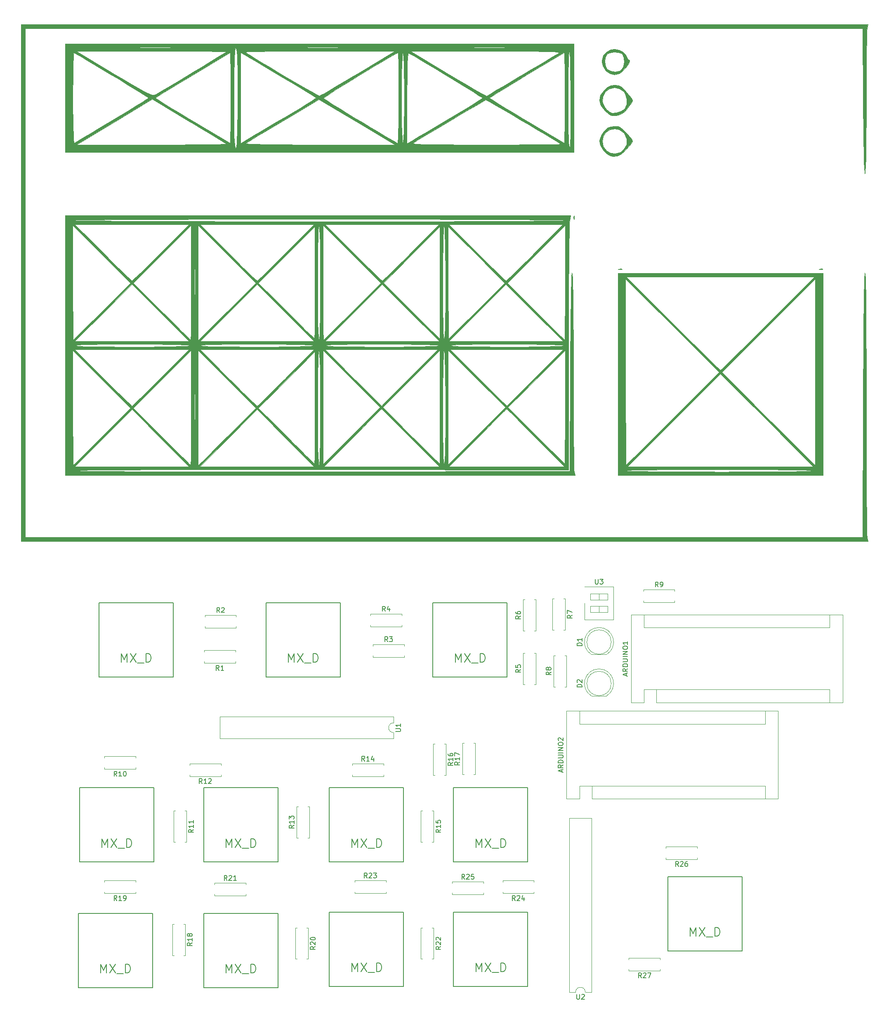
<source format=gbr>
G04 #@! TF.FileFunction,Legend,Top*
%FSLAX46Y46*%
G04 Gerber Fmt 4.6, Leading zero omitted, Abs format (unit mm)*
G04 Created by KiCad (PCBNEW 4.0.7) date Friday, 01. December 2017 'u24' 00:24:13*
%MOMM*%
%LPD*%
G01*
G04 APERTURE LIST*
%ADD10C,0.100000*%
%ADD11C,0.120000*%
%ADD12C,0.152400*%
%ADD13C,0.010000*%
%ADD14C,0.150000*%
%ADD15C,0.203200*%
G04 APERTURE END LIST*
D10*
D11*
X122750462Y-17240000D02*
G75*
G03X121205170Y-22790000I-462J-2990000D01*
G01*
X122749538Y-17240000D02*
G75*
G02X124294830Y-22790000I462J-2990000D01*
G01*
X125250000Y-20230000D02*
G75*
G03X125250000Y-20230000I-2500000J0D01*
G01*
X121205000Y-22790000D02*
X124295000Y-22790000D01*
X122750462Y-25740000D02*
G75*
G03X121205170Y-31290000I-462J-2990000D01*
G01*
X122749538Y-25740000D02*
G75*
G02X124294830Y-31290000I462J-2990000D01*
G01*
X125250000Y-28730000D02*
G75*
G03X125250000Y-28730000I-2500000J0D01*
G01*
X121205000Y-31290000D02*
X124295000Y-31290000D01*
X48150000Y-24230000D02*
X48150000Y-24560000D01*
X48150000Y-24560000D02*
X41730000Y-24560000D01*
X41730000Y-24560000D02*
X41730000Y-24230000D01*
X48150000Y-22270000D02*
X48150000Y-21940000D01*
X48150000Y-21940000D02*
X41730000Y-21940000D01*
X41730000Y-21940000D02*
X41730000Y-22270000D01*
X41850000Y-15020000D02*
X41850000Y-14690000D01*
X41850000Y-14690000D02*
X48270000Y-14690000D01*
X48270000Y-14690000D02*
X48270000Y-15020000D01*
X41850000Y-16980000D02*
X41850000Y-17310000D01*
X41850000Y-17310000D02*
X48270000Y-17310000D01*
X48270000Y-17310000D02*
X48270000Y-16980000D01*
X76350000Y-21020000D02*
X76350000Y-20690000D01*
X76350000Y-20690000D02*
X82770000Y-20690000D01*
X82770000Y-20690000D02*
X82770000Y-21020000D01*
X76350000Y-22980000D02*
X76350000Y-23310000D01*
X76350000Y-23310000D02*
X82770000Y-23310000D01*
X82770000Y-23310000D02*
X82770000Y-22980000D01*
X75850000Y-14770000D02*
X75850000Y-14440000D01*
X75850000Y-14440000D02*
X82270000Y-14440000D01*
X82270000Y-14440000D02*
X82270000Y-14770000D01*
X75850000Y-16730000D02*
X75850000Y-17060000D01*
X75850000Y-17060000D02*
X82270000Y-17060000D01*
X82270000Y-17060000D02*
X82270000Y-16730000D01*
X107520000Y-28900000D02*
X107190000Y-28900000D01*
X107190000Y-28900000D02*
X107190000Y-22480000D01*
X107190000Y-22480000D02*
X107520000Y-22480000D01*
X109480000Y-28900000D02*
X109810000Y-28900000D01*
X109810000Y-28900000D02*
X109810000Y-22480000D01*
X109810000Y-22480000D02*
X109480000Y-22480000D01*
X107520000Y-17900000D02*
X107190000Y-17900000D01*
X107190000Y-17900000D02*
X107190000Y-11480000D01*
X107190000Y-11480000D02*
X107520000Y-11480000D01*
X109480000Y-17900000D02*
X109810000Y-17900000D01*
X109810000Y-17900000D02*
X109810000Y-11480000D01*
X109810000Y-11480000D02*
X109480000Y-11480000D01*
X115480000Y-11350000D02*
X115810000Y-11350000D01*
X115810000Y-11350000D02*
X115810000Y-17770000D01*
X115810000Y-17770000D02*
X115480000Y-17770000D01*
X113520000Y-11350000D02*
X113190000Y-11350000D01*
X113190000Y-11350000D02*
X113190000Y-17770000D01*
X113190000Y-17770000D02*
X113520000Y-17770000D01*
X113770000Y-29400000D02*
X113440000Y-29400000D01*
X113440000Y-29400000D02*
X113440000Y-22980000D01*
X113440000Y-22980000D02*
X113770000Y-22980000D01*
X115730000Y-29400000D02*
X116060000Y-29400000D01*
X116060000Y-29400000D02*
X116060000Y-22980000D01*
X116060000Y-22980000D02*
X115730000Y-22980000D01*
X131850000Y-9770000D02*
X131850000Y-9440000D01*
X131850000Y-9440000D02*
X138270000Y-9440000D01*
X138270000Y-9440000D02*
X138270000Y-9770000D01*
X131850000Y-11730000D02*
X131850000Y-12060000D01*
X131850000Y-12060000D02*
X138270000Y-12060000D01*
X138270000Y-12060000D02*
X138270000Y-11730000D01*
X27650000Y-45980000D02*
X27650000Y-46310000D01*
X27650000Y-46310000D02*
X21230000Y-46310000D01*
X21230000Y-46310000D02*
X21230000Y-45980000D01*
X27650000Y-44020000D02*
X27650000Y-43690000D01*
X27650000Y-43690000D02*
X21230000Y-43690000D01*
X21230000Y-43690000D02*
X21230000Y-44020000D01*
X37730000Y-54850000D02*
X38060000Y-54850000D01*
X38060000Y-54850000D02*
X38060000Y-61270000D01*
X38060000Y-61270000D02*
X37730000Y-61270000D01*
X35770000Y-54850000D02*
X35440000Y-54850000D01*
X35440000Y-54850000D02*
X35440000Y-61270000D01*
X35440000Y-61270000D02*
X35770000Y-61270000D01*
X45150000Y-47480000D02*
X45150000Y-47810000D01*
X45150000Y-47810000D02*
X38730000Y-47810000D01*
X38730000Y-47810000D02*
X38730000Y-47480000D01*
X45150000Y-45520000D02*
X45150000Y-45190000D01*
X45150000Y-45190000D02*
X38730000Y-45190000D01*
X38730000Y-45190000D02*
X38730000Y-45520000D01*
X61020000Y-60400000D02*
X60690000Y-60400000D01*
X60690000Y-60400000D02*
X60690000Y-53980000D01*
X60690000Y-53980000D02*
X61020000Y-53980000D01*
X62980000Y-60400000D02*
X63310000Y-60400000D01*
X63310000Y-60400000D02*
X63310000Y-53980000D01*
X63310000Y-53980000D02*
X62980000Y-53980000D01*
X72100000Y-45520000D02*
X72100000Y-45190000D01*
X72100000Y-45190000D02*
X78520000Y-45190000D01*
X78520000Y-45190000D02*
X78520000Y-45520000D01*
X72100000Y-47480000D02*
X72100000Y-47810000D01*
X72100000Y-47810000D02*
X78520000Y-47810000D01*
X78520000Y-47810000D02*
X78520000Y-47480000D01*
X88480000Y-54850000D02*
X88810000Y-54850000D01*
X88810000Y-54850000D02*
X88810000Y-61270000D01*
X88810000Y-61270000D02*
X88480000Y-61270000D01*
X86520000Y-54850000D02*
X86190000Y-54850000D01*
X86190000Y-54850000D02*
X86190000Y-61270000D01*
X86190000Y-61270000D02*
X86520000Y-61270000D01*
X90980000Y-41100000D02*
X91310000Y-41100000D01*
X91310000Y-41100000D02*
X91310000Y-47520000D01*
X91310000Y-47520000D02*
X90980000Y-47520000D01*
X89020000Y-41100000D02*
X88690000Y-41100000D01*
X88690000Y-41100000D02*
X88690000Y-47520000D01*
X88690000Y-47520000D02*
X89020000Y-47520000D01*
X95020000Y-47400000D02*
X94690000Y-47400000D01*
X94690000Y-47400000D02*
X94690000Y-40980000D01*
X94690000Y-40980000D02*
X95020000Y-40980000D01*
X96980000Y-47400000D02*
X97310000Y-47400000D01*
X97310000Y-47400000D02*
X97310000Y-40980000D01*
X97310000Y-40980000D02*
X96980000Y-40980000D01*
X37480000Y-78100000D02*
X37810000Y-78100000D01*
X37810000Y-78100000D02*
X37810000Y-84520000D01*
X37810000Y-84520000D02*
X37480000Y-84520000D01*
X35520000Y-78100000D02*
X35190000Y-78100000D01*
X35190000Y-78100000D02*
X35190000Y-84520000D01*
X35190000Y-84520000D02*
X35520000Y-84520000D01*
X27650000Y-71480000D02*
X27650000Y-71810000D01*
X27650000Y-71810000D02*
X21230000Y-71810000D01*
X21230000Y-71810000D02*
X21230000Y-71480000D01*
X27650000Y-69520000D02*
X27650000Y-69190000D01*
X27650000Y-69190000D02*
X21230000Y-69190000D01*
X21230000Y-69190000D02*
X21230000Y-69520000D01*
X62730000Y-78850000D02*
X63060000Y-78850000D01*
X63060000Y-78850000D02*
X63060000Y-85270000D01*
X63060000Y-85270000D02*
X62730000Y-85270000D01*
X60770000Y-78850000D02*
X60440000Y-78850000D01*
X60440000Y-78850000D02*
X60440000Y-85270000D01*
X60440000Y-85270000D02*
X60770000Y-85270000D01*
X43850000Y-70020000D02*
X43850000Y-69690000D01*
X43850000Y-69690000D02*
X50270000Y-69690000D01*
X50270000Y-69690000D02*
X50270000Y-70020000D01*
X43850000Y-71980000D02*
X43850000Y-72310000D01*
X43850000Y-72310000D02*
X50270000Y-72310000D01*
X50270000Y-72310000D02*
X50270000Y-71980000D01*
X88480000Y-78850000D02*
X88810000Y-78850000D01*
X88810000Y-78850000D02*
X88810000Y-85270000D01*
X88810000Y-85270000D02*
X88480000Y-85270000D01*
X86520000Y-78850000D02*
X86190000Y-78850000D01*
X86190000Y-78850000D02*
X86190000Y-85270000D01*
X86190000Y-85270000D02*
X86520000Y-85270000D01*
X72600000Y-69520000D02*
X72600000Y-69190000D01*
X72600000Y-69190000D02*
X79020000Y-69190000D01*
X79020000Y-69190000D02*
X79020000Y-69520000D01*
X72600000Y-71480000D02*
X72600000Y-71810000D01*
X72600000Y-71810000D02*
X79020000Y-71810000D01*
X79020000Y-71810000D02*
X79020000Y-71480000D01*
X109400000Y-71480000D02*
X109400000Y-71810000D01*
X109400000Y-71810000D02*
X102980000Y-71810000D01*
X102980000Y-71810000D02*
X102980000Y-71480000D01*
X109400000Y-69520000D02*
X109400000Y-69190000D01*
X109400000Y-69190000D02*
X102980000Y-69190000D01*
X102980000Y-69190000D02*
X102980000Y-69520000D01*
X92600000Y-69770000D02*
X92600000Y-69440000D01*
X92600000Y-69440000D02*
X99020000Y-69440000D01*
X99020000Y-69440000D02*
X99020000Y-69770000D01*
X92600000Y-71730000D02*
X92600000Y-72060000D01*
X92600000Y-72060000D02*
X99020000Y-72060000D01*
X99020000Y-72060000D02*
X99020000Y-71730000D01*
X142910000Y-64480000D02*
X142910000Y-64810000D01*
X142910000Y-64810000D02*
X136490000Y-64810000D01*
X136490000Y-64810000D02*
X136490000Y-64480000D01*
X142910000Y-62520000D02*
X142910000Y-62190000D01*
X142910000Y-62190000D02*
X136490000Y-62190000D01*
X136490000Y-62190000D02*
X136490000Y-62520000D01*
X135290000Y-87340000D02*
X135290000Y-87670000D01*
X135290000Y-87670000D02*
X128870000Y-87670000D01*
X128870000Y-87670000D02*
X128870000Y-87340000D01*
X135290000Y-85380000D02*
X135290000Y-85050000D01*
X135290000Y-85050000D02*
X128870000Y-85050000D01*
X128870000Y-85050000D02*
X128870000Y-85380000D01*
D12*
X20130000Y-12130000D02*
X35370000Y-12130000D01*
X35370000Y-12130000D02*
X35370000Y-27370000D01*
X35370000Y-27370000D02*
X20130000Y-27370000D01*
X20130000Y-27370000D02*
X20130000Y-12130000D01*
X54380000Y-12130000D02*
X69620000Y-12130000D01*
X69620000Y-12130000D02*
X69620000Y-27370000D01*
X69620000Y-27370000D02*
X54380000Y-27370000D01*
X54380000Y-27370000D02*
X54380000Y-12130000D01*
X88630000Y-12130000D02*
X103870000Y-12130000D01*
X103870000Y-12130000D02*
X103870000Y-27370000D01*
X103870000Y-27370000D02*
X88630000Y-27370000D01*
X88630000Y-27370000D02*
X88630000Y-12130000D01*
X16130000Y-50130000D02*
X31370000Y-50130000D01*
X31370000Y-50130000D02*
X31370000Y-65370000D01*
X31370000Y-65370000D02*
X16130000Y-65370000D01*
X16130000Y-65370000D02*
X16130000Y-50130000D01*
X41630000Y-50130000D02*
X56870000Y-50130000D01*
X56870000Y-50130000D02*
X56870000Y-65370000D01*
X56870000Y-65370000D02*
X41630000Y-65370000D01*
X41630000Y-65370000D02*
X41630000Y-50130000D01*
X67380000Y-50130000D02*
X82620000Y-50130000D01*
X82620000Y-50130000D02*
X82620000Y-65370000D01*
X82620000Y-65370000D02*
X67380000Y-65370000D01*
X67380000Y-65370000D02*
X67380000Y-50130000D01*
X92880000Y-50130000D02*
X108120000Y-50130000D01*
X108120000Y-50130000D02*
X108120000Y-65370000D01*
X108120000Y-65370000D02*
X92880000Y-65370000D01*
X92880000Y-65370000D02*
X92880000Y-50130000D01*
X15880000Y-75880000D02*
X31120000Y-75880000D01*
X31120000Y-75880000D02*
X31120000Y-91120000D01*
X31120000Y-91120000D02*
X15880000Y-91120000D01*
X15880000Y-91120000D02*
X15880000Y-75880000D01*
X41630000Y-75880000D02*
X56870000Y-75880000D01*
X56870000Y-75880000D02*
X56870000Y-91120000D01*
X56870000Y-91120000D02*
X41630000Y-91120000D01*
X41630000Y-91120000D02*
X41630000Y-75880000D01*
X67380000Y-75630000D02*
X82620000Y-75630000D01*
X82620000Y-75630000D02*
X82620000Y-90870000D01*
X82620000Y-90870000D02*
X67380000Y-90870000D01*
X67380000Y-90870000D02*
X67380000Y-75630000D01*
X92880000Y-75630000D02*
X108120000Y-75630000D01*
X108120000Y-75630000D02*
X108120000Y-90870000D01*
X108120000Y-90870000D02*
X92880000Y-90870000D01*
X92880000Y-90870000D02*
X92880000Y-75630000D01*
X136880000Y-68380000D02*
X152120000Y-68380000D01*
X152120000Y-68380000D02*
X152120000Y-83620000D01*
X152120000Y-83620000D02*
X136880000Y-83620000D01*
X136880000Y-83620000D02*
X136880000Y-68380000D01*
D11*
X80580000Y-38810000D02*
G75*
G02X80580000Y-36810000I0J1000000D01*
G01*
X80580000Y-36810000D02*
X80580000Y-35560000D01*
X80580000Y-35560000D02*
X44900000Y-35560000D01*
X44900000Y-35560000D02*
X44900000Y-40060000D01*
X44900000Y-40060000D02*
X80580000Y-40060000D01*
X80580000Y-40060000D02*
X80580000Y-38810000D01*
X117940000Y-92080000D02*
G75*
G02X119940000Y-92080000I1000000J0D01*
G01*
X119940000Y-92080000D02*
X121190000Y-92080000D01*
X121190000Y-92080000D02*
X121190000Y-56400000D01*
X121190000Y-56400000D02*
X116690000Y-56400000D01*
X116690000Y-56400000D02*
X116690000Y-92080000D01*
X116690000Y-92080000D02*
X117940000Y-92080000D01*
X119785000Y-8870000D02*
X125715000Y-8870000D01*
X125715000Y-8870000D02*
X125715000Y-15630000D01*
X125715000Y-15630000D02*
X119785000Y-15630000D01*
X119785000Y-15630000D02*
X119785000Y-12250000D01*
X120940000Y-10345000D02*
X120940000Y-11615000D01*
X120940000Y-11615000D02*
X124560000Y-11615000D01*
X124560000Y-11615000D02*
X124560000Y-10345000D01*
X124560000Y-10345000D02*
X120940000Y-10345000D01*
X122750000Y-10345000D02*
X122750000Y-11615000D01*
X120940000Y-12885000D02*
X120940000Y-14155000D01*
X120940000Y-14155000D02*
X124560000Y-14155000D01*
X124560000Y-14155000D02*
X124560000Y-12885000D01*
X124560000Y-12885000D02*
X120940000Y-12885000D01*
X122750000Y-12885000D02*
X122750000Y-14155000D01*
X134520000Y-29980000D02*
X131980000Y-29980000D01*
X131980000Y-29980000D02*
X131980000Y-32650000D01*
X134520000Y-32650000D02*
X172750000Y-32650000D01*
X129310000Y-32650000D02*
X131980000Y-32650000D01*
X131980000Y-17280000D02*
X131980000Y-14610000D01*
X131980000Y-17280000D02*
X170080000Y-17280000D01*
X170080000Y-17280000D02*
X170080000Y-14610000D01*
X134520000Y-29980000D02*
X134520000Y-32650000D01*
X134520000Y-29980000D02*
X170080000Y-29980000D01*
X170080000Y-29980000D02*
X170080000Y-32650000D01*
X172750000Y-32650000D02*
X172750000Y-14610000D01*
X172750000Y-14610000D02*
X129310000Y-14610000D01*
X129310000Y-14610000D02*
X129310000Y-32650000D01*
X121270000Y-49730000D02*
X118730000Y-49730000D01*
X118730000Y-49730000D02*
X118730000Y-52400000D01*
X121270000Y-52400000D02*
X159500000Y-52400000D01*
X116060000Y-52400000D02*
X118730000Y-52400000D01*
X118730000Y-37030000D02*
X118730000Y-34360000D01*
X118730000Y-37030000D02*
X156830000Y-37030000D01*
X156830000Y-37030000D02*
X156830000Y-34360000D01*
X121270000Y-49730000D02*
X121270000Y-52400000D01*
X121270000Y-49730000D02*
X156830000Y-49730000D01*
X156830000Y-49730000D02*
X156830000Y-52400000D01*
X159500000Y-52400000D02*
X159500000Y-34360000D01*
X159500000Y-34360000D02*
X116060000Y-34360000D01*
X116060000Y-34360000D02*
X116060000Y-52400000D01*
D13*
G36*
X177747833Y105726389D02*
X177716291Y105291855D01*
X177686772Y104349598D01*
X177659876Y102956337D01*
X177636206Y101168792D01*
X177616361Y99043681D01*
X177600944Y96637725D01*
X177590556Y94007643D01*
X177585797Y91210155D01*
X177585556Y90415834D01*
X177580151Y86830992D01*
X177564097Y83731913D01*
X177537630Y81130937D01*
X177500990Y79040409D01*
X177454414Y77472670D01*
X177398141Y76440065D01*
X177332408Y75954936D01*
X177305828Y75916667D01*
X177236654Y76196555D01*
X177173685Y77026943D01*
X177117252Y78393918D01*
X177067682Y80283566D01*
X177025307Y82681974D01*
X176990456Y85575227D01*
X176963459Y88949413D01*
X176953051Y90803889D01*
X176880000Y105691111D01*
X5006667Y105691111D01*
X5006667Y1268889D01*
X176880000Y1268889D01*
X176951966Y28432778D01*
X176968354Y33520861D01*
X176989160Y38097675D01*
X177014309Y42157305D01*
X177043724Y45693834D01*
X177077327Y48701348D01*
X177115042Y51173929D01*
X177156792Y53105662D01*
X177202501Y54490632D01*
X177252091Y55322922D01*
X177304744Y55596667D01*
X177357941Y55315319D01*
X177405700Y54474720D01*
X177447967Y53080038D01*
X177484689Y51136441D01*
X177515810Y48649097D01*
X177541278Y45623173D01*
X177561037Y42063837D01*
X177575033Y37976259D01*
X177583212Y33365604D01*
X177585556Y28820834D01*
X177587238Y24965115D01*
X177592127Y21258833D01*
X177599985Y17742360D01*
X177610575Y14456071D01*
X177623659Y11440339D01*
X177638999Y8735538D01*
X177656359Y6382042D01*
X177675500Y4420226D01*
X177696185Y2890462D01*
X177718177Y1833124D01*
X177741238Y1288587D01*
X177747833Y1233611D01*
X177910111Y422223D01*
X4160000Y422223D01*
X4160000Y106537778D01*
X177910111Y106537778D01*
X177747833Y105726389D01*
X177747833Y105726389D01*
G37*
X177747833Y105726389D02*
X177716291Y105291855D01*
X177686772Y104349598D01*
X177659876Y102956337D01*
X177636206Y101168792D01*
X177616361Y99043681D01*
X177600944Y96637725D01*
X177590556Y94007643D01*
X177585797Y91210155D01*
X177585556Y90415834D01*
X177580151Y86830992D01*
X177564097Y83731913D01*
X177537630Y81130937D01*
X177500990Y79040409D01*
X177454414Y77472670D01*
X177398141Y76440065D01*
X177332408Y75954936D01*
X177305828Y75916667D01*
X177236654Y76196555D01*
X177173685Y77026943D01*
X177117252Y78393918D01*
X177067682Y80283566D01*
X177025307Y82681974D01*
X176990456Y85575227D01*
X176963459Y88949413D01*
X176953051Y90803889D01*
X176880000Y105691111D01*
X5006667Y105691111D01*
X5006667Y1268889D01*
X176880000Y1268889D01*
X176951966Y28432778D01*
X176968354Y33520861D01*
X176989160Y38097675D01*
X177014309Y42157305D01*
X177043724Y45693834D01*
X177077327Y48701348D01*
X177115042Y51173929D01*
X177156792Y53105662D01*
X177202501Y54490632D01*
X177252091Y55322922D01*
X177304744Y55596667D01*
X177357941Y55315319D01*
X177405700Y54474720D01*
X177447967Y53080038D01*
X177484689Y51136441D01*
X177515810Y48649097D01*
X177541278Y45623173D01*
X177561037Y42063837D01*
X177575033Y37976259D01*
X177583212Y33365604D01*
X177585556Y28820834D01*
X177587238Y24965115D01*
X177592127Y21258833D01*
X177599985Y17742360D01*
X177610575Y14456071D01*
X177623659Y11440339D01*
X177638999Y8735538D01*
X177656359Y6382042D01*
X177675500Y4420226D01*
X177696185Y2890462D01*
X177718177Y1833124D01*
X177741238Y1288587D01*
X177747833Y1233611D01*
X177910111Y422223D01*
X4160000Y422223D01*
X4160000Y106537778D01*
X177910111Y106537778D01*
X177747833Y105726389D01*
G36*
X116714274Y66321111D02*
X116680167Y65896576D01*
X116647588Y64949775D01*
X116616910Y63522886D01*
X116588504Y61658087D01*
X116562741Y59397555D01*
X116539993Y56783469D01*
X116520630Y53858006D01*
X116505025Y50663344D01*
X116493548Y47241661D01*
X116486570Y43635134D01*
X116484445Y40215556D01*
X116484445Y15097778D01*
X65904169Y15162220D01*
X59881853Y15168454D01*
X54143179Y15171517D01*
X48708657Y15171488D01*
X43598797Y15168443D01*
X38834108Y15162462D01*
X34435099Y15153622D01*
X30422279Y15141999D01*
X26816159Y15127673D01*
X23637247Y15110721D01*
X20906052Y15091220D01*
X18643085Y15069249D01*
X16868855Y15044885D01*
X15603870Y15018206D01*
X14868641Y14989290D01*
X14680836Y14968036D01*
X14879915Y14936798D01*
X15627001Y14907801D01*
X16905660Y14881112D01*
X18699461Y14856796D01*
X20991969Y14834922D01*
X23766751Y14815555D01*
X27007374Y14798762D01*
X30697404Y14784609D01*
X34820409Y14773164D01*
X39359956Y14764492D01*
X44299610Y14758661D01*
X49622940Y14755736D01*
X55313511Y14755786D01*
X61354891Y14758875D01*
X65402222Y14762483D01*
X116766667Y14815556D01*
X116839078Y35206111D01*
X116858311Y39534990D01*
X116883421Y43368180D01*
X116914255Y46696756D01*
X116950658Y49511795D01*
X116992475Y51804373D01*
X117039552Y53565564D01*
X117091735Y54786444D01*
X117148870Y55458088D01*
X117191856Y55596667D01*
X117252265Y55315774D01*
X117305599Y54478324D01*
X117351746Y53092162D01*
X117390597Y51165132D01*
X117422042Y48705080D01*
X117445971Y45719850D01*
X117462274Y42217287D01*
X117470841Y38205235D01*
X117472222Y35594167D01*
X117474471Y32264407D01*
X117480972Y29085456D01*
X117491355Y26104654D01*
X117505253Y23369340D01*
X117522294Y20926856D01*
X117542111Y18824541D01*
X117564335Y17109735D01*
X117588596Y15829779D01*
X117614524Y15032013D01*
X117634500Y14780278D01*
X117796778Y13968889D01*
X13191111Y13968889D01*
X13191111Y15803334D01*
X15168367Y15803334D01*
X38589411Y15803334D01*
X40850589Y15803334D01*
X64271633Y15803334D01*
X66253929Y15803334D01*
X89950515Y15803334D01*
X91936152Y15803334D01*
X115632737Y15803334D01*
X109711111Y21730000D01*
X108219961Y23222257D01*
X106866201Y24576708D01*
X105698894Y25744292D01*
X104767105Y26675941D01*
X104119898Y27322594D01*
X103806338Y27635185D01*
X103784445Y27656667D01*
X103591851Y27465179D01*
X103049406Y26923426D01*
X102206176Y26080472D01*
X101111223Y24985381D01*
X99813614Y23687217D01*
X98362411Y22235045D01*
X97857778Y21730000D01*
X91936152Y15803334D01*
X89950515Y15803334D01*
X84028889Y21730000D01*
X82537739Y23222257D01*
X81183978Y24576708D01*
X80016671Y25744292D01*
X79084882Y26675941D01*
X78437676Y27322594D01*
X78124116Y27635185D01*
X78102222Y27656667D01*
X77909628Y27465179D01*
X77367184Y26923426D01*
X76523954Y26080472D01*
X75429001Y24985381D01*
X74131392Y23687217D01*
X72680189Y22235045D01*
X72175556Y21730000D01*
X66253929Y15803334D01*
X64271633Y15803334D01*
X52561111Y27513856D01*
X40850589Y15803334D01*
X38589411Y15803334D01*
X26878889Y27513856D01*
X15168367Y15803334D01*
X13191111Y15803334D01*
X13191111Y27797778D01*
X14025810Y27797778D01*
X14027492Y25517860D01*
X14032361Y23626864D01*
X14040071Y22150115D01*
X14050276Y21112935D01*
X14062630Y20540647D01*
X14076788Y20458574D01*
X14092404Y20892040D01*
X14107954Y21781558D01*
X14130517Y24051950D01*
X14141069Y26654645D01*
X14140414Y27865814D01*
X14743333Y27865814D01*
X14745024Y25348932D01*
X14749852Y23015965D01*
X14757457Y20925396D01*
X14767475Y19135706D01*
X14779543Y17705380D01*
X14793298Y16692899D01*
X14808378Y16156746D01*
X14816409Y16085556D01*
X15026442Y16277238D01*
X15584853Y16819322D01*
X16441624Y17662364D01*
X17546736Y18756919D01*
X18850169Y20053543D01*
X20301906Y21502791D01*
X20743105Y21944158D01*
X26596725Y27802761D01*
X27161053Y27802761D01*
X33014673Y21944158D01*
X34500033Y20459927D01*
X35851583Y19113994D01*
X37019302Y17955805D01*
X37953174Y17034803D01*
X38603177Y16400433D01*
X38919295Y16102139D01*
X38941369Y16085556D01*
X38956982Y16358031D01*
X38971454Y17136467D01*
X38984422Y18362381D01*
X38995524Y19977292D01*
X39004396Y21922715D01*
X39010677Y24140169D01*
X39014003Y26571170D01*
X39014421Y27797778D01*
X39708032Y27797778D01*
X39709714Y25517860D01*
X39714583Y23626864D01*
X39722293Y22150115D01*
X39732498Y21112935D01*
X39744852Y20540647D01*
X39759010Y20458574D01*
X39774626Y20892040D01*
X39790176Y21781558D01*
X39812739Y24051950D01*
X39823291Y26654645D01*
X39822636Y27865814D01*
X40425556Y27865814D01*
X40427246Y25348932D01*
X40432075Y23015965D01*
X40439679Y20925396D01*
X40449697Y19135706D01*
X40461765Y17705380D01*
X40475520Y16692899D01*
X40490600Y16156746D01*
X40498631Y16085556D01*
X40708664Y16277238D01*
X41267075Y16819322D01*
X42123846Y17662364D01*
X43228958Y18756919D01*
X44532392Y20053543D01*
X45984128Y21502791D01*
X46425327Y21944158D01*
X52278947Y27802761D01*
X52278827Y27802881D01*
X52843273Y27802881D01*
X58555721Y22085330D01*
X60022420Y20619773D01*
X61354804Y19293132D01*
X62502221Y18155459D01*
X63414022Y17256810D01*
X64039557Y16647239D01*
X64328175Y16376801D01*
X64341307Y16367778D01*
X64357118Y16640134D01*
X64371753Y17417738D01*
X64384838Y18641393D01*
X64395996Y20251903D01*
X64404849Y22190072D01*
X64411022Y24396703D01*
X64414138Y26812601D01*
X64414425Y27797778D01*
X64978889Y27797778D01*
X64985641Y24577337D01*
X65005706Y21855181D01*
X65038801Y19643112D01*
X65084641Y17952928D01*
X65142942Y16796432D01*
X65213419Y16185423D01*
X65261111Y16085556D01*
X65300663Y16228367D01*
X66107778Y16228367D01*
X77818300Y27938889D01*
X77816567Y27940622D01*
X78387877Y27940622D01*
X84169135Y22154200D01*
X85644952Y20679489D01*
X86986705Y19343391D01*
X88144055Y18195660D01*
X89066663Y17286051D01*
X89704190Y16664319D01*
X90006297Y16380218D01*
X90023529Y16367778D01*
X90039246Y16640195D01*
X90053804Y17418223D01*
X90066835Y18643032D01*
X90077970Y20255789D01*
X90086837Y22197662D01*
X90093069Y24409819D01*
X90096294Y26833428D01*
X90096600Y27797778D01*
X90661111Y27797778D01*
X90667863Y24577337D01*
X90687928Y21855181D01*
X90721023Y19643112D01*
X90766863Y17952928D01*
X90825164Y16796432D01*
X90895641Y16185423D01*
X90943333Y16085556D01*
X90982885Y16228367D01*
X91790000Y16228367D01*
X103500522Y27938889D01*
X103498789Y27940622D01*
X104070099Y27940622D01*
X109851357Y22154200D01*
X111327174Y20679489D01*
X112668927Y19343391D01*
X113826278Y18195660D01*
X114748886Y17286051D01*
X115386412Y16664319D01*
X115688519Y16380218D01*
X115705752Y16367778D01*
X115721468Y16640195D01*
X115736026Y17418223D01*
X115749058Y18643032D01*
X115760192Y20255789D01*
X115769059Y22197662D01*
X115775291Y24409819D01*
X115778516Y26833428D01*
X115778889Y28008595D01*
X115778889Y39649411D01*
X109924494Y33795017D01*
X104070099Y27940622D01*
X103498789Y27940622D01*
X91790000Y39649411D01*
X91790000Y16228367D01*
X90982885Y16228367D01*
X91020934Y16365751D01*
X91086528Y17198467D01*
X91139831Y18571906D01*
X91180559Y20474266D01*
X91208426Y22893747D01*
X91223149Y25818549D01*
X91225556Y27797778D01*
X91218804Y31018219D01*
X91198738Y33740375D01*
X91165644Y35952445D01*
X91119804Y37642628D01*
X91061503Y38799124D01*
X90991026Y39410134D01*
X90943333Y39510000D01*
X90865732Y39229806D01*
X90800138Y38397089D01*
X90746835Y37023650D01*
X90706108Y35121290D01*
X90678241Y32701809D01*
X90663518Y29777007D01*
X90661111Y27797778D01*
X90096600Y27797778D01*
X90096667Y28008595D01*
X90096667Y39649411D01*
X84242272Y33795017D01*
X78387877Y27940622D01*
X77816567Y27940622D01*
X66107778Y39649411D01*
X66107778Y16228367D01*
X65300663Y16228367D01*
X65338712Y16365751D01*
X65404306Y17198467D01*
X65457609Y18571906D01*
X65498336Y20474266D01*
X65526204Y22893747D01*
X65540927Y25818549D01*
X65543333Y27797778D01*
X65536582Y31018219D01*
X65516516Y33740375D01*
X65483421Y35952445D01*
X65437581Y37642628D01*
X65379281Y38799124D01*
X65308803Y39410134D01*
X65261111Y39510000D01*
X65183510Y39229806D01*
X65117916Y38397089D01*
X65064613Y37023650D01*
X65023886Y35121290D01*
X64996018Y32701809D01*
X64981295Y29777007D01*
X64978889Y27797778D01*
X64414425Y27797778D01*
X64414445Y27865752D01*
X64414445Y39363726D01*
X58628859Y33583303D01*
X52843273Y27802881D01*
X52278827Y27802881D01*
X46352251Y33724416D01*
X40425556Y39646071D01*
X40425556Y27865814D01*
X39822636Y27865814D01*
X39821828Y29357632D01*
X39808349Y31928897D01*
X39790303Y33634891D01*
X39773685Y34606456D01*
X39758188Y35038035D01*
X39744155Y34954086D01*
X39731933Y34379067D01*
X39721865Y33337437D01*
X39714297Y31853653D01*
X39709572Y29952174D01*
X39708032Y27797778D01*
X39014421Y27797778D01*
X39014445Y27865814D01*
X39014445Y39646071D01*
X27161053Y27802761D01*
X26596725Y27802761D01*
X14743333Y39646071D01*
X14743333Y27865814D01*
X14140414Y27865814D01*
X14139606Y29357632D01*
X14126127Y31928897D01*
X14108081Y33634891D01*
X14091463Y34606456D01*
X14075966Y35038035D01*
X14061933Y34954086D01*
X14049711Y34379067D01*
X14039643Y33337437D01*
X14032074Y31853653D01*
X14027350Y29952174D01*
X14025810Y27797778D01*
X13191111Y27797778D01*
X13191111Y39792223D01*
X15171830Y39792223D01*
X20952222Y34006667D01*
X22431347Y32531078D01*
X23780611Y31194335D01*
X24948937Y30046302D01*
X25885245Y29136841D01*
X26538455Y28515817D01*
X26857487Y28233093D01*
X26878889Y28221111D01*
X27107926Y28413013D01*
X27683700Y28955475D01*
X28555133Y29798634D01*
X29671143Y30892627D01*
X30980652Y32187591D01*
X32432581Y33633663D01*
X32805556Y34006667D01*
X38585948Y39792223D01*
X40854052Y39792223D01*
X46634445Y34006667D01*
X48113569Y32531078D01*
X49462834Y31194335D01*
X50631160Y30046302D01*
X51567467Y29136841D01*
X52220677Y28515817D01*
X52539710Y28233093D01*
X52561111Y28221111D01*
X52790148Y28413013D01*
X53365923Y28955475D01*
X54237355Y29798634D01*
X55353365Y30892627D01*
X56662875Y32187591D01*
X58114803Y33633663D01*
X58487778Y34006667D01*
X64268170Y39792223D01*
X66536275Y39792223D01*
X72316667Y34006667D01*
X73789196Y32532993D01*
X75123758Y31197723D01*
X76270691Y30050516D01*
X77180334Y29141035D01*
X77803027Y28518941D01*
X78089108Y28233894D01*
X78102222Y28221111D01*
X78294760Y28412505D01*
X78836541Y28953577D01*
X79677905Y29794668D01*
X80769190Y30886116D01*
X82060736Y32178260D01*
X83502882Y33621439D01*
X83887778Y34006667D01*
X89668170Y39792223D01*
X92218497Y39792223D01*
X97998889Y34006667D01*
X99471418Y32532993D01*
X100805980Y31197723D01*
X101952913Y30050516D01*
X102862557Y29141035D01*
X103485249Y28518941D01*
X103771330Y28233894D01*
X103784445Y28221111D01*
X103976982Y28412505D01*
X104518763Y28953577D01*
X105360127Y29794668D01*
X106451413Y30886116D01*
X107742959Y32178260D01*
X109185104Y33621439D01*
X109570000Y34006667D01*
X115350392Y39792223D01*
X92218497Y39792223D01*
X89668170Y39792223D01*
X66536275Y39792223D01*
X64268170Y39792223D01*
X40854052Y39792223D01*
X38585948Y39792223D01*
X15171830Y39792223D01*
X13191111Y39792223D01*
X13191111Y40638889D01*
X15025556Y40638889D01*
X15305785Y40561679D01*
X16138739Y40496349D01*
X17512819Y40443175D01*
X19416424Y40402434D01*
X21837955Y40374402D01*
X24765810Y40359355D01*
X26878889Y40356667D01*
X30121722Y40363339D01*
X32865584Y40383171D01*
X35098874Y40415888D01*
X36809993Y40461212D01*
X37987340Y40518867D01*
X38619316Y40588578D01*
X38732222Y40638889D01*
X40707778Y40638889D01*
X40987972Y40561288D01*
X41820689Y40495694D01*
X43194128Y40442391D01*
X45096488Y40401664D01*
X47515969Y40373797D01*
X50440771Y40359073D01*
X52420000Y40356667D01*
X55640441Y40363419D01*
X58362597Y40383484D01*
X60574667Y40416579D01*
X62264850Y40462419D01*
X63421346Y40520720D01*
X64032355Y40591197D01*
X64132222Y40638889D01*
X66390000Y40638889D01*
X66670195Y40561288D01*
X67502912Y40495694D01*
X68876350Y40442391D01*
X70778710Y40401664D01*
X73198191Y40373797D01*
X76122993Y40359073D01*
X78102222Y40356667D01*
X81322663Y40363419D01*
X84044819Y40383484D01*
X86256889Y40416579D01*
X87947072Y40462419D01*
X89103569Y40520720D01*
X89714578Y40591197D01*
X89814445Y40638889D01*
X92072222Y40638889D01*
X92352417Y40561288D01*
X93185134Y40495694D01*
X94558572Y40442391D01*
X96460933Y40401664D01*
X98880414Y40373797D01*
X101805215Y40359073D01*
X103784445Y40356667D01*
X107004886Y40363419D01*
X109727041Y40383484D01*
X111939111Y40416579D01*
X113629294Y40462419D01*
X114785791Y40520720D01*
X115396800Y40591197D01*
X115496667Y40638889D01*
X115216472Y40716490D01*
X114383755Y40782084D01*
X113010317Y40835387D01*
X111107956Y40876115D01*
X108688475Y40903982D01*
X105763674Y40918705D01*
X103784445Y40921111D01*
X100564003Y40914360D01*
X97841848Y40894294D01*
X95629778Y40861199D01*
X93939595Y40815359D01*
X92783098Y40757059D01*
X92172089Y40686582D01*
X92072222Y40638889D01*
X89814445Y40638889D01*
X89534250Y40716490D01*
X88701533Y40782084D01*
X87328094Y40835387D01*
X85425734Y40876115D01*
X83006253Y40903982D01*
X80081452Y40918705D01*
X78102222Y40921111D01*
X74881781Y40914360D01*
X72159625Y40894294D01*
X69947556Y40861199D01*
X68257372Y40815359D01*
X67100876Y40757059D01*
X66489867Y40686582D01*
X66390000Y40638889D01*
X64132222Y40638889D01*
X63852028Y40716490D01*
X63019311Y40782084D01*
X61645872Y40835387D01*
X59743512Y40876115D01*
X57324031Y40903982D01*
X54399229Y40918705D01*
X52420000Y40921111D01*
X49199559Y40914360D01*
X46477403Y40894294D01*
X44265334Y40861199D01*
X42575150Y40815359D01*
X41418654Y40757059D01*
X40807645Y40686582D01*
X40707778Y40638889D01*
X38732222Y40638889D01*
X38451993Y40716100D01*
X37619039Y40781430D01*
X36244959Y40834603D01*
X34341354Y40875344D01*
X31919823Y40903376D01*
X28991967Y40918423D01*
X26878889Y40921111D01*
X23636056Y40914439D01*
X20892194Y40894607D01*
X18658904Y40861891D01*
X16947785Y40816567D01*
X15770438Y40758912D01*
X15138462Y40689201D01*
X15025556Y40638889D01*
X13191111Y40638889D01*
X13191111Y41485556D01*
X15168367Y41485556D01*
X38589411Y41485556D01*
X40850589Y41485556D01*
X64271633Y41485556D01*
X66532811Y41485556D01*
X89953855Y41485556D01*
X91932811Y41485556D01*
X115353855Y41485556D01*
X103643333Y53196078D01*
X91932811Y41485556D01*
X89953855Y41485556D01*
X78243333Y53196078D01*
X66532811Y41485556D01*
X64271633Y41485556D01*
X52561111Y53196078D01*
X40850589Y41485556D01*
X38589411Y41485556D01*
X26878889Y53196078D01*
X15168367Y41485556D01*
X13191111Y41485556D01*
X13191111Y53480000D01*
X14025810Y53480000D01*
X14027492Y51200082D01*
X14032361Y49309087D01*
X14040071Y47832337D01*
X14050276Y46795157D01*
X14062630Y46222869D01*
X14076788Y46140797D01*
X14092404Y46574263D01*
X14107954Y47463780D01*
X14130517Y49734172D01*
X14141069Y52336867D01*
X14140414Y53548036D01*
X14743333Y53548036D01*
X14745024Y51031154D01*
X14749852Y48698187D01*
X14757457Y46607618D01*
X14767475Y44817929D01*
X14779543Y43387602D01*
X14793298Y42375121D01*
X14808378Y41838968D01*
X14816409Y41767778D01*
X15026442Y41959460D01*
X15584853Y42501545D01*
X16441624Y43344586D01*
X17546736Y44439141D01*
X18850169Y45735765D01*
X20301906Y47185013D01*
X20743105Y47626381D01*
X26596725Y53484983D01*
X27161053Y53484983D01*
X33014673Y47626381D01*
X34500033Y46142149D01*
X35851583Y44796217D01*
X37019302Y43638027D01*
X37953174Y42717025D01*
X38603177Y42082655D01*
X38919295Y41784361D01*
X38941369Y41767778D01*
X38956982Y42040253D01*
X38971454Y42818689D01*
X38984422Y44044604D01*
X38995524Y45659514D01*
X39004396Y47604937D01*
X39010677Y49822391D01*
X39014003Y52253393D01*
X39014421Y53480000D01*
X39708032Y53480000D01*
X39709714Y51200082D01*
X39714583Y49309087D01*
X39722293Y47832337D01*
X39732498Y46795157D01*
X39744852Y46222869D01*
X39759010Y46140797D01*
X39774626Y46574263D01*
X39790176Y47463780D01*
X39812739Y49734172D01*
X39823291Y52336867D01*
X39822636Y53548036D01*
X40425556Y53548036D01*
X40427246Y51031154D01*
X40432075Y48698187D01*
X40439679Y46607618D01*
X40449697Y44817929D01*
X40461765Y43387602D01*
X40475520Y42375121D01*
X40490600Y41838968D01*
X40498631Y41767778D01*
X40708664Y41959460D01*
X41267075Y42501545D01*
X42123846Y43344586D01*
X43228958Y44439141D01*
X44532392Y45735765D01*
X45984128Y47185013D01*
X46425327Y47626381D01*
X52278947Y53484983D01*
X52278827Y53485103D01*
X52843273Y53485103D01*
X58555721Y47767552D01*
X60022420Y46301996D01*
X61354804Y44975354D01*
X62502221Y43837681D01*
X63414022Y42939032D01*
X64039557Y42329461D01*
X64328175Y42059023D01*
X64341307Y42050000D01*
X64357118Y42322356D01*
X64371753Y43099960D01*
X64384838Y44323615D01*
X64395996Y45934125D01*
X64404849Y47872294D01*
X64411022Y50078925D01*
X64414138Y52494824D01*
X64414425Y53480000D01*
X64978889Y53480000D01*
X64985641Y50259559D01*
X65005706Y47537404D01*
X65038801Y45325334D01*
X65084641Y43635151D01*
X65142942Y42478654D01*
X65213419Y41867645D01*
X65261111Y41767778D01*
X65338712Y42047973D01*
X65404306Y42880690D01*
X65457609Y44254128D01*
X65498336Y46156488D01*
X65526204Y48575970D01*
X65540927Y51500771D01*
X65543333Y53480000D01*
X65543191Y53548036D01*
X66107778Y53548036D01*
X66109468Y51031154D01*
X66114297Y48698187D01*
X66121902Y46607618D01*
X66131919Y44817929D01*
X66143987Y43387602D01*
X66157743Y42375121D01*
X66172823Y41838968D01*
X66180854Y41767778D01*
X66390886Y41959460D01*
X66949297Y42501545D01*
X67806068Y43344586D01*
X68911180Y44439141D01*
X70214614Y45735765D01*
X71666351Y47185013D01*
X72107549Y47626381D01*
X77961169Y53484983D01*
X77961049Y53485103D01*
X78525495Y53485103D01*
X84237944Y47767552D01*
X85704643Y46301996D01*
X87037026Y44975354D01*
X88184443Y43837681D01*
X89096245Y42939032D01*
X89721779Y42329461D01*
X90010397Y42059023D01*
X90023529Y42050000D01*
X90039340Y42322356D01*
X90053976Y43099960D01*
X90067061Y44323615D01*
X90078218Y45934125D01*
X90087072Y47872294D01*
X90093244Y50078925D01*
X90096360Y52494824D01*
X90096647Y53480000D01*
X90661111Y53480000D01*
X90667863Y50259559D01*
X90687928Y47537404D01*
X90721023Y45325334D01*
X90766863Y43635151D01*
X90825164Y42478654D01*
X90895641Y41867645D01*
X90943333Y41767778D01*
X91020934Y42047973D01*
X91086528Y42880690D01*
X91139831Y44254128D01*
X91180559Y46156488D01*
X91208426Y48575970D01*
X91223149Y51500771D01*
X91225556Y53480000D01*
X91225414Y53547974D01*
X91790000Y53547974D01*
X91791732Y51062423D01*
X91796679Y48761501D01*
X91804462Y46704402D01*
X91814707Y44950325D01*
X91827035Y43558464D01*
X91841071Y42588017D01*
X91856438Y42098179D01*
X91863137Y42050000D01*
X92073305Y42241592D01*
X92631198Y42782998D01*
X93486165Y43624163D01*
X94587556Y44715033D01*
X95884721Y46005552D01*
X97327010Y47445667D01*
X97648723Y47767552D01*
X103361052Y53484983D01*
X103925498Y53484983D01*
X109779118Y47626381D01*
X111264478Y46142149D01*
X112616027Y44796217D01*
X113783747Y43638027D01*
X114717618Y42717025D01*
X115367622Y42082655D01*
X115683739Y41784361D01*
X115705813Y41767778D01*
X115721426Y42040253D01*
X115735898Y42818689D01*
X115748866Y44044604D01*
X115759968Y45659514D01*
X115768841Y47604937D01*
X115775121Y49822391D01*
X115778447Y52253393D01*
X115778889Y53548036D01*
X115778889Y65328293D01*
X109852193Y59406638D01*
X103925498Y53484983D01*
X103361052Y53484983D01*
X103361172Y53485103D01*
X97575586Y59265526D01*
X91790000Y65045948D01*
X91790000Y53547974D01*
X91225414Y53547974D01*
X91218804Y56700442D01*
X91198738Y59422597D01*
X91165644Y61634667D01*
X91119804Y63324850D01*
X91061503Y64481347D01*
X90991026Y65092356D01*
X90943333Y65192223D01*
X90865732Y64912028D01*
X90800138Y64079311D01*
X90746835Y62705872D01*
X90706108Y60803512D01*
X90678241Y58384031D01*
X90663518Y55459230D01*
X90661111Y53480000D01*
X90096647Y53480000D01*
X90096667Y53547974D01*
X90096667Y65045948D01*
X84311081Y59265526D01*
X78525495Y53485103D01*
X77961049Y53485103D01*
X72034473Y59406638D01*
X66107778Y65328293D01*
X66107778Y53548036D01*
X65543191Y53548036D01*
X65536582Y56700442D01*
X65516516Y59422597D01*
X65483421Y61634667D01*
X65437581Y63324850D01*
X65379281Y64481347D01*
X65308803Y65092356D01*
X65261111Y65192223D01*
X65183510Y64912028D01*
X65117916Y64079311D01*
X65064613Y62705872D01*
X65023886Y60803512D01*
X64996018Y58384031D01*
X64981295Y55459230D01*
X64978889Y53480000D01*
X64414425Y53480000D01*
X64414445Y53547974D01*
X64414445Y65045948D01*
X58628859Y59265526D01*
X52843273Y53485103D01*
X52278827Y53485103D01*
X46352251Y59406638D01*
X40425556Y65328293D01*
X40425556Y53548036D01*
X39822636Y53548036D01*
X39821828Y55039854D01*
X39808349Y57611119D01*
X39790303Y59317114D01*
X39773685Y60288678D01*
X39758188Y60720257D01*
X39744155Y60636308D01*
X39731933Y60061289D01*
X39721865Y59019659D01*
X39714297Y57535875D01*
X39709572Y55634396D01*
X39708032Y53480000D01*
X39014421Y53480000D01*
X39014445Y53548036D01*
X39014445Y65328293D01*
X27161053Y53484983D01*
X26596725Y53484983D01*
X14743333Y65328293D01*
X14743333Y53548036D01*
X14140414Y53548036D01*
X14139606Y55039854D01*
X14126127Y57611119D01*
X14108081Y59317114D01*
X14091463Y60288678D01*
X14075966Y60720257D01*
X14061933Y60636308D01*
X14049711Y60061289D01*
X14039643Y59019659D01*
X14032074Y57535875D01*
X14027350Y55634396D01*
X14025810Y53480000D01*
X13191111Y53480000D01*
X13191111Y65474445D01*
X15171830Y65474445D01*
X20952222Y59688889D01*
X22431347Y58213300D01*
X23780611Y56876557D01*
X24948937Y55728524D01*
X25885245Y54819064D01*
X26538455Y54198040D01*
X26857487Y53915315D01*
X26878889Y53903334D01*
X27107926Y54095235D01*
X27683700Y54637697D01*
X28555133Y55480856D01*
X29671143Y56574850D01*
X30980652Y57869814D01*
X32432581Y59315885D01*
X32805556Y59688889D01*
X38585948Y65474445D01*
X40854052Y65474445D01*
X46634445Y59688889D01*
X48113569Y58213300D01*
X49462834Y56876557D01*
X50631160Y55728524D01*
X51567467Y54819064D01*
X52220677Y54198040D01*
X52539710Y53915315D01*
X52561111Y53903334D01*
X52790148Y54095235D01*
X53365923Y54637697D01*
X54237355Y55480856D01*
X55353365Y56574850D01*
X56662875Y57869814D01*
X58114803Y59315885D01*
X58487778Y59688889D01*
X64268170Y65474445D01*
X66536275Y65474445D01*
X72316667Y59688889D01*
X73795791Y58213300D01*
X75145056Y56876557D01*
X76313382Y55728524D01*
X77249689Y54819064D01*
X77902899Y54198040D01*
X78221932Y53915315D01*
X78243333Y53903334D01*
X78472370Y54095235D01*
X79048145Y54637697D01*
X79919577Y55480856D01*
X81035588Y56574850D01*
X82345097Y57869814D01*
X83797026Y59315885D01*
X84170000Y59688889D01*
X89950392Y65474445D01*
X91936275Y65474445D01*
X97716667Y59688889D01*
X99195791Y58213300D01*
X100545056Y56876557D01*
X101713382Y55728524D01*
X102649689Y54819064D01*
X103302899Y54198040D01*
X103621932Y53915315D01*
X103643333Y53903334D01*
X103872370Y54095235D01*
X104448145Y54637697D01*
X105319577Y55480856D01*
X106435588Y56574850D01*
X107745097Y57869814D01*
X109197026Y59315885D01*
X109570000Y59688889D01*
X115350392Y65474445D01*
X91936275Y65474445D01*
X89950392Y65474445D01*
X66536275Y65474445D01*
X64268170Y65474445D01*
X40854052Y65474445D01*
X38585948Y65474445D01*
X15171830Y65474445D01*
X13191111Y65474445D01*
X13191111Y66326097D01*
X14602222Y66326097D01*
X14948492Y66297557D01*
X15824417Y66270735D01*
X17195213Y66245636D01*
X19026094Y66222267D01*
X21282274Y66200635D01*
X23928967Y66180746D01*
X26931388Y66162606D01*
X30254750Y66146221D01*
X33864269Y66131598D01*
X37725159Y66118743D01*
X41802633Y66107663D01*
X46061907Y66098363D01*
X50468194Y66090850D01*
X54986708Y66085131D01*
X59582665Y66081211D01*
X64221278Y66079098D01*
X68867762Y66078796D01*
X73487331Y66080313D01*
X78045198Y66083655D01*
X82506580Y66088829D01*
X86836689Y66095840D01*
X91000741Y66104695D01*
X94963948Y66115400D01*
X98691527Y66127961D01*
X102148691Y66142385D01*
X105300654Y66158679D01*
X108112630Y66176848D01*
X110549835Y66196898D01*
X112577482Y66218837D01*
X114160785Y66242670D01*
X115264959Y66268404D01*
X115855219Y66296045D01*
X115939843Y66307699D01*
X115756256Y66335550D01*
X115030591Y66362300D01*
X113785213Y66387837D01*
X112042486Y66412048D01*
X109824777Y66434824D01*
X107154449Y66456052D01*
X104053869Y66475622D01*
X100545401Y66493421D01*
X96651410Y66509340D01*
X92394262Y66523265D01*
X87796322Y66535087D01*
X82879955Y66544693D01*
X77667525Y66551973D01*
X72181399Y66556815D01*
X66443941Y66559108D01*
X65402222Y66559240D01*
X60072225Y66558418D01*
X54901140Y66555109D01*
X49916566Y66549437D01*
X45146102Y66541530D01*
X40617346Y66531516D01*
X36357897Y66519519D01*
X32395353Y66505667D01*
X28757313Y66490087D01*
X25471375Y66472905D01*
X22565138Y66454249D01*
X20066200Y66434243D01*
X18002160Y66413017D01*
X16400617Y66390695D01*
X15289168Y66367404D01*
X14695413Y66343272D01*
X14602222Y66326097D01*
X13191111Y66326097D01*
X13191111Y67308889D01*
X116944104Y67308889D01*
X116714274Y66321111D01*
X116714274Y66321111D01*
G37*
X116714274Y66321111D02*
X116680167Y65896576D01*
X116647588Y64949775D01*
X116616910Y63522886D01*
X116588504Y61658087D01*
X116562741Y59397555D01*
X116539993Y56783469D01*
X116520630Y53858006D01*
X116505025Y50663344D01*
X116493548Y47241661D01*
X116486570Y43635134D01*
X116484445Y40215556D01*
X116484445Y15097778D01*
X65904169Y15162220D01*
X59881853Y15168454D01*
X54143179Y15171517D01*
X48708657Y15171488D01*
X43598797Y15168443D01*
X38834108Y15162462D01*
X34435099Y15153622D01*
X30422279Y15141999D01*
X26816159Y15127673D01*
X23637247Y15110721D01*
X20906052Y15091220D01*
X18643085Y15069249D01*
X16868855Y15044885D01*
X15603870Y15018206D01*
X14868641Y14989290D01*
X14680836Y14968036D01*
X14879915Y14936798D01*
X15627001Y14907801D01*
X16905660Y14881112D01*
X18699461Y14856796D01*
X20991969Y14834922D01*
X23766751Y14815555D01*
X27007374Y14798762D01*
X30697404Y14784609D01*
X34820409Y14773164D01*
X39359956Y14764492D01*
X44299610Y14758661D01*
X49622940Y14755736D01*
X55313511Y14755786D01*
X61354891Y14758875D01*
X65402222Y14762483D01*
X116766667Y14815556D01*
X116839078Y35206111D01*
X116858311Y39534990D01*
X116883421Y43368180D01*
X116914255Y46696756D01*
X116950658Y49511795D01*
X116992475Y51804373D01*
X117039552Y53565564D01*
X117091735Y54786444D01*
X117148870Y55458088D01*
X117191856Y55596667D01*
X117252265Y55315774D01*
X117305599Y54478324D01*
X117351746Y53092162D01*
X117390597Y51165132D01*
X117422042Y48705080D01*
X117445971Y45719850D01*
X117462274Y42217287D01*
X117470841Y38205235D01*
X117472222Y35594167D01*
X117474471Y32264407D01*
X117480972Y29085456D01*
X117491355Y26104654D01*
X117505253Y23369340D01*
X117522294Y20926856D01*
X117542111Y18824541D01*
X117564335Y17109735D01*
X117588596Y15829779D01*
X117614524Y15032013D01*
X117634500Y14780278D01*
X117796778Y13968889D01*
X13191111Y13968889D01*
X13191111Y15803334D01*
X15168367Y15803334D01*
X38589411Y15803334D01*
X40850589Y15803334D01*
X64271633Y15803334D01*
X66253929Y15803334D01*
X89950515Y15803334D01*
X91936152Y15803334D01*
X115632737Y15803334D01*
X109711111Y21730000D01*
X108219961Y23222257D01*
X106866201Y24576708D01*
X105698894Y25744292D01*
X104767105Y26675941D01*
X104119898Y27322594D01*
X103806338Y27635185D01*
X103784445Y27656667D01*
X103591851Y27465179D01*
X103049406Y26923426D01*
X102206176Y26080472D01*
X101111223Y24985381D01*
X99813614Y23687217D01*
X98362411Y22235045D01*
X97857778Y21730000D01*
X91936152Y15803334D01*
X89950515Y15803334D01*
X84028889Y21730000D01*
X82537739Y23222257D01*
X81183978Y24576708D01*
X80016671Y25744292D01*
X79084882Y26675941D01*
X78437676Y27322594D01*
X78124116Y27635185D01*
X78102222Y27656667D01*
X77909628Y27465179D01*
X77367184Y26923426D01*
X76523954Y26080472D01*
X75429001Y24985381D01*
X74131392Y23687217D01*
X72680189Y22235045D01*
X72175556Y21730000D01*
X66253929Y15803334D01*
X64271633Y15803334D01*
X52561111Y27513856D01*
X40850589Y15803334D01*
X38589411Y15803334D01*
X26878889Y27513856D01*
X15168367Y15803334D01*
X13191111Y15803334D01*
X13191111Y27797778D01*
X14025810Y27797778D01*
X14027492Y25517860D01*
X14032361Y23626864D01*
X14040071Y22150115D01*
X14050276Y21112935D01*
X14062630Y20540647D01*
X14076788Y20458574D01*
X14092404Y20892040D01*
X14107954Y21781558D01*
X14130517Y24051950D01*
X14141069Y26654645D01*
X14140414Y27865814D01*
X14743333Y27865814D01*
X14745024Y25348932D01*
X14749852Y23015965D01*
X14757457Y20925396D01*
X14767475Y19135706D01*
X14779543Y17705380D01*
X14793298Y16692899D01*
X14808378Y16156746D01*
X14816409Y16085556D01*
X15026442Y16277238D01*
X15584853Y16819322D01*
X16441624Y17662364D01*
X17546736Y18756919D01*
X18850169Y20053543D01*
X20301906Y21502791D01*
X20743105Y21944158D01*
X26596725Y27802761D01*
X27161053Y27802761D01*
X33014673Y21944158D01*
X34500033Y20459927D01*
X35851583Y19113994D01*
X37019302Y17955805D01*
X37953174Y17034803D01*
X38603177Y16400433D01*
X38919295Y16102139D01*
X38941369Y16085556D01*
X38956982Y16358031D01*
X38971454Y17136467D01*
X38984422Y18362381D01*
X38995524Y19977292D01*
X39004396Y21922715D01*
X39010677Y24140169D01*
X39014003Y26571170D01*
X39014421Y27797778D01*
X39708032Y27797778D01*
X39709714Y25517860D01*
X39714583Y23626864D01*
X39722293Y22150115D01*
X39732498Y21112935D01*
X39744852Y20540647D01*
X39759010Y20458574D01*
X39774626Y20892040D01*
X39790176Y21781558D01*
X39812739Y24051950D01*
X39823291Y26654645D01*
X39822636Y27865814D01*
X40425556Y27865814D01*
X40427246Y25348932D01*
X40432075Y23015965D01*
X40439679Y20925396D01*
X40449697Y19135706D01*
X40461765Y17705380D01*
X40475520Y16692899D01*
X40490600Y16156746D01*
X40498631Y16085556D01*
X40708664Y16277238D01*
X41267075Y16819322D01*
X42123846Y17662364D01*
X43228958Y18756919D01*
X44532392Y20053543D01*
X45984128Y21502791D01*
X46425327Y21944158D01*
X52278947Y27802761D01*
X52278827Y27802881D01*
X52843273Y27802881D01*
X58555721Y22085330D01*
X60022420Y20619773D01*
X61354804Y19293132D01*
X62502221Y18155459D01*
X63414022Y17256810D01*
X64039557Y16647239D01*
X64328175Y16376801D01*
X64341307Y16367778D01*
X64357118Y16640134D01*
X64371753Y17417738D01*
X64384838Y18641393D01*
X64395996Y20251903D01*
X64404849Y22190072D01*
X64411022Y24396703D01*
X64414138Y26812601D01*
X64414425Y27797778D01*
X64978889Y27797778D01*
X64985641Y24577337D01*
X65005706Y21855181D01*
X65038801Y19643112D01*
X65084641Y17952928D01*
X65142942Y16796432D01*
X65213419Y16185423D01*
X65261111Y16085556D01*
X65300663Y16228367D01*
X66107778Y16228367D01*
X77818300Y27938889D01*
X77816567Y27940622D01*
X78387877Y27940622D01*
X84169135Y22154200D01*
X85644952Y20679489D01*
X86986705Y19343391D01*
X88144055Y18195660D01*
X89066663Y17286051D01*
X89704190Y16664319D01*
X90006297Y16380218D01*
X90023529Y16367778D01*
X90039246Y16640195D01*
X90053804Y17418223D01*
X90066835Y18643032D01*
X90077970Y20255789D01*
X90086837Y22197662D01*
X90093069Y24409819D01*
X90096294Y26833428D01*
X90096600Y27797778D01*
X90661111Y27797778D01*
X90667863Y24577337D01*
X90687928Y21855181D01*
X90721023Y19643112D01*
X90766863Y17952928D01*
X90825164Y16796432D01*
X90895641Y16185423D01*
X90943333Y16085556D01*
X90982885Y16228367D01*
X91790000Y16228367D01*
X103500522Y27938889D01*
X103498789Y27940622D01*
X104070099Y27940622D01*
X109851357Y22154200D01*
X111327174Y20679489D01*
X112668927Y19343391D01*
X113826278Y18195660D01*
X114748886Y17286051D01*
X115386412Y16664319D01*
X115688519Y16380218D01*
X115705752Y16367778D01*
X115721468Y16640195D01*
X115736026Y17418223D01*
X115749058Y18643032D01*
X115760192Y20255789D01*
X115769059Y22197662D01*
X115775291Y24409819D01*
X115778516Y26833428D01*
X115778889Y28008595D01*
X115778889Y39649411D01*
X109924494Y33795017D01*
X104070099Y27940622D01*
X103498789Y27940622D01*
X91790000Y39649411D01*
X91790000Y16228367D01*
X90982885Y16228367D01*
X91020934Y16365751D01*
X91086528Y17198467D01*
X91139831Y18571906D01*
X91180559Y20474266D01*
X91208426Y22893747D01*
X91223149Y25818549D01*
X91225556Y27797778D01*
X91218804Y31018219D01*
X91198738Y33740375D01*
X91165644Y35952445D01*
X91119804Y37642628D01*
X91061503Y38799124D01*
X90991026Y39410134D01*
X90943333Y39510000D01*
X90865732Y39229806D01*
X90800138Y38397089D01*
X90746835Y37023650D01*
X90706108Y35121290D01*
X90678241Y32701809D01*
X90663518Y29777007D01*
X90661111Y27797778D01*
X90096600Y27797778D01*
X90096667Y28008595D01*
X90096667Y39649411D01*
X84242272Y33795017D01*
X78387877Y27940622D01*
X77816567Y27940622D01*
X66107778Y39649411D01*
X66107778Y16228367D01*
X65300663Y16228367D01*
X65338712Y16365751D01*
X65404306Y17198467D01*
X65457609Y18571906D01*
X65498336Y20474266D01*
X65526204Y22893747D01*
X65540927Y25818549D01*
X65543333Y27797778D01*
X65536582Y31018219D01*
X65516516Y33740375D01*
X65483421Y35952445D01*
X65437581Y37642628D01*
X65379281Y38799124D01*
X65308803Y39410134D01*
X65261111Y39510000D01*
X65183510Y39229806D01*
X65117916Y38397089D01*
X65064613Y37023650D01*
X65023886Y35121290D01*
X64996018Y32701809D01*
X64981295Y29777007D01*
X64978889Y27797778D01*
X64414425Y27797778D01*
X64414445Y27865752D01*
X64414445Y39363726D01*
X58628859Y33583303D01*
X52843273Y27802881D01*
X52278827Y27802881D01*
X46352251Y33724416D01*
X40425556Y39646071D01*
X40425556Y27865814D01*
X39822636Y27865814D01*
X39821828Y29357632D01*
X39808349Y31928897D01*
X39790303Y33634891D01*
X39773685Y34606456D01*
X39758188Y35038035D01*
X39744155Y34954086D01*
X39731933Y34379067D01*
X39721865Y33337437D01*
X39714297Y31853653D01*
X39709572Y29952174D01*
X39708032Y27797778D01*
X39014421Y27797778D01*
X39014445Y27865814D01*
X39014445Y39646071D01*
X27161053Y27802761D01*
X26596725Y27802761D01*
X14743333Y39646071D01*
X14743333Y27865814D01*
X14140414Y27865814D01*
X14139606Y29357632D01*
X14126127Y31928897D01*
X14108081Y33634891D01*
X14091463Y34606456D01*
X14075966Y35038035D01*
X14061933Y34954086D01*
X14049711Y34379067D01*
X14039643Y33337437D01*
X14032074Y31853653D01*
X14027350Y29952174D01*
X14025810Y27797778D01*
X13191111Y27797778D01*
X13191111Y39792223D01*
X15171830Y39792223D01*
X20952222Y34006667D01*
X22431347Y32531078D01*
X23780611Y31194335D01*
X24948937Y30046302D01*
X25885245Y29136841D01*
X26538455Y28515817D01*
X26857487Y28233093D01*
X26878889Y28221111D01*
X27107926Y28413013D01*
X27683700Y28955475D01*
X28555133Y29798634D01*
X29671143Y30892627D01*
X30980652Y32187591D01*
X32432581Y33633663D01*
X32805556Y34006667D01*
X38585948Y39792223D01*
X40854052Y39792223D01*
X46634445Y34006667D01*
X48113569Y32531078D01*
X49462834Y31194335D01*
X50631160Y30046302D01*
X51567467Y29136841D01*
X52220677Y28515817D01*
X52539710Y28233093D01*
X52561111Y28221111D01*
X52790148Y28413013D01*
X53365923Y28955475D01*
X54237355Y29798634D01*
X55353365Y30892627D01*
X56662875Y32187591D01*
X58114803Y33633663D01*
X58487778Y34006667D01*
X64268170Y39792223D01*
X66536275Y39792223D01*
X72316667Y34006667D01*
X73789196Y32532993D01*
X75123758Y31197723D01*
X76270691Y30050516D01*
X77180334Y29141035D01*
X77803027Y28518941D01*
X78089108Y28233894D01*
X78102222Y28221111D01*
X78294760Y28412505D01*
X78836541Y28953577D01*
X79677905Y29794668D01*
X80769190Y30886116D01*
X82060736Y32178260D01*
X83502882Y33621439D01*
X83887778Y34006667D01*
X89668170Y39792223D01*
X92218497Y39792223D01*
X97998889Y34006667D01*
X99471418Y32532993D01*
X100805980Y31197723D01*
X101952913Y30050516D01*
X102862557Y29141035D01*
X103485249Y28518941D01*
X103771330Y28233894D01*
X103784445Y28221111D01*
X103976982Y28412505D01*
X104518763Y28953577D01*
X105360127Y29794668D01*
X106451413Y30886116D01*
X107742959Y32178260D01*
X109185104Y33621439D01*
X109570000Y34006667D01*
X115350392Y39792223D01*
X92218497Y39792223D01*
X89668170Y39792223D01*
X66536275Y39792223D01*
X64268170Y39792223D01*
X40854052Y39792223D01*
X38585948Y39792223D01*
X15171830Y39792223D01*
X13191111Y39792223D01*
X13191111Y40638889D01*
X15025556Y40638889D01*
X15305785Y40561679D01*
X16138739Y40496349D01*
X17512819Y40443175D01*
X19416424Y40402434D01*
X21837955Y40374402D01*
X24765810Y40359355D01*
X26878889Y40356667D01*
X30121722Y40363339D01*
X32865584Y40383171D01*
X35098874Y40415888D01*
X36809993Y40461212D01*
X37987340Y40518867D01*
X38619316Y40588578D01*
X38732222Y40638889D01*
X40707778Y40638889D01*
X40987972Y40561288D01*
X41820689Y40495694D01*
X43194128Y40442391D01*
X45096488Y40401664D01*
X47515969Y40373797D01*
X50440771Y40359073D01*
X52420000Y40356667D01*
X55640441Y40363419D01*
X58362597Y40383484D01*
X60574667Y40416579D01*
X62264850Y40462419D01*
X63421346Y40520720D01*
X64032355Y40591197D01*
X64132222Y40638889D01*
X66390000Y40638889D01*
X66670195Y40561288D01*
X67502912Y40495694D01*
X68876350Y40442391D01*
X70778710Y40401664D01*
X73198191Y40373797D01*
X76122993Y40359073D01*
X78102222Y40356667D01*
X81322663Y40363419D01*
X84044819Y40383484D01*
X86256889Y40416579D01*
X87947072Y40462419D01*
X89103569Y40520720D01*
X89714578Y40591197D01*
X89814445Y40638889D01*
X92072222Y40638889D01*
X92352417Y40561288D01*
X93185134Y40495694D01*
X94558572Y40442391D01*
X96460933Y40401664D01*
X98880414Y40373797D01*
X101805215Y40359073D01*
X103784445Y40356667D01*
X107004886Y40363419D01*
X109727041Y40383484D01*
X111939111Y40416579D01*
X113629294Y40462419D01*
X114785791Y40520720D01*
X115396800Y40591197D01*
X115496667Y40638889D01*
X115216472Y40716490D01*
X114383755Y40782084D01*
X113010317Y40835387D01*
X111107956Y40876115D01*
X108688475Y40903982D01*
X105763674Y40918705D01*
X103784445Y40921111D01*
X100564003Y40914360D01*
X97841848Y40894294D01*
X95629778Y40861199D01*
X93939595Y40815359D01*
X92783098Y40757059D01*
X92172089Y40686582D01*
X92072222Y40638889D01*
X89814445Y40638889D01*
X89534250Y40716490D01*
X88701533Y40782084D01*
X87328094Y40835387D01*
X85425734Y40876115D01*
X83006253Y40903982D01*
X80081452Y40918705D01*
X78102222Y40921111D01*
X74881781Y40914360D01*
X72159625Y40894294D01*
X69947556Y40861199D01*
X68257372Y40815359D01*
X67100876Y40757059D01*
X66489867Y40686582D01*
X66390000Y40638889D01*
X64132222Y40638889D01*
X63852028Y40716490D01*
X63019311Y40782084D01*
X61645872Y40835387D01*
X59743512Y40876115D01*
X57324031Y40903982D01*
X54399229Y40918705D01*
X52420000Y40921111D01*
X49199559Y40914360D01*
X46477403Y40894294D01*
X44265334Y40861199D01*
X42575150Y40815359D01*
X41418654Y40757059D01*
X40807645Y40686582D01*
X40707778Y40638889D01*
X38732222Y40638889D01*
X38451993Y40716100D01*
X37619039Y40781430D01*
X36244959Y40834603D01*
X34341354Y40875344D01*
X31919823Y40903376D01*
X28991967Y40918423D01*
X26878889Y40921111D01*
X23636056Y40914439D01*
X20892194Y40894607D01*
X18658904Y40861891D01*
X16947785Y40816567D01*
X15770438Y40758912D01*
X15138462Y40689201D01*
X15025556Y40638889D01*
X13191111Y40638889D01*
X13191111Y41485556D01*
X15168367Y41485556D01*
X38589411Y41485556D01*
X40850589Y41485556D01*
X64271633Y41485556D01*
X66532811Y41485556D01*
X89953855Y41485556D01*
X91932811Y41485556D01*
X115353855Y41485556D01*
X103643333Y53196078D01*
X91932811Y41485556D01*
X89953855Y41485556D01*
X78243333Y53196078D01*
X66532811Y41485556D01*
X64271633Y41485556D01*
X52561111Y53196078D01*
X40850589Y41485556D01*
X38589411Y41485556D01*
X26878889Y53196078D01*
X15168367Y41485556D01*
X13191111Y41485556D01*
X13191111Y53480000D01*
X14025810Y53480000D01*
X14027492Y51200082D01*
X14032361Y49309087D01*
X14040071Y47832337D01*
X14050276Y46795157D01*
X14062630Y46222869D01*
X14076788Y46140797D01*
X14092404Y46574263D01*
X14107954Y47463780D01*
X14130517Y49734172D01*
X14141069Y52336867D01*
X14140414Y53548036D01*
X14743333Y53548036D01*
X14745024Y51031154D01*
X14749852Y48698187D01*
X14757457Y46607618D01*
X14767475Y44817929D01*
X14779543Y43387602D01*
X14793298Y42375121D01*
X14808378Y41838968D01*
X14816409Y41767778D01*
X15026442Y41959460D01*
X15584853Y42501545D01*
X16441624Y43344586D01*
X17546736Y44439141D01*
X18850169Y45735765D01*
X20301906Y47185013D01*
X20743105Y47626381D01*
X26596725Y53484983D01*
X27161053Y53484983D01*
X33014673Y47626381D01*
X34500033Y46142149D01*
X35851583Y44796217D01*
X37019302Y43638027D01*
X37953174Y42717025D01*
X38603177Y42082655D01*
X38919295Y41784361D01*
X38941369Y41767778D01*
X38956982Y42040253D01*
X38971454Y42818689D01*
X38984422Y44044604D01*
X38995524Y45659514D01*
X39004396Y47604937D01*
X39010677Y49822391D01*
X39014003Y52253393D01*
X39014421Y53480000D01*
X39708032Y53480000D01*
X39709714Y51200082D01*
X39714583Y49309087D01*
X39722293Y47832337D01*
X39732498Y46795157D01*
X39744852Y46222869D01*
X39759010Y46140797D01*
X39774626Y46574263D01*
X39790176Y47463780D01*
X39812739Y49734172D01*
X39823291Y52336867D01*
X39822636Y53548036D01*
X40425556Y53548036D01*
X40427246Y51031154D01*
X40432075Y48698187D01*
X40439679Y46607618D01*
X40449697Y44817929D01*
X40461765Y43387602D01*
X40475520Y42375121D01*
X40490600Y41838968D01*
X40498631Y41767778D01*
X40708664Y41959460D01*
X41267075Y42501545D01*
X42123846Y43344586D01*
X43228958Y44439141D01*
X44532392Y45735765D01*
X45984128Y47185013D01*
X46425327Y47626381D01*
X52278947Y53484983D01*
X52278827Y53485103D01*
X52843273Y53485103D01*
X58555721Y47767552D01*
X60022420Y46301996D01*
X61354804Y44975354D01*
X62502221Y43837681D01*
X63414022Y42939032D01*
X64039557Y42329461D01*
X64328175Y42059023D01*
X64341307Y42050000D01*
X64357118Y42322356D01*
X64371753Y43099960D01*
X64384838Y44323615D01*
X64395996Y45934125D01*
X64404849Y47872294D01*
X64411022Y50078925D01*
X64414138Y52494824D01*
X64414425Y53480000D01*
X64978889Y53480000D01*
X64985641Y50259559D01*
X65005706Y47537404D01*
X65038801Y45325334D01*
X65084641Y43635151D01*
X65142942Y42478654D01*
X65213419Y41867645D01*
X65261111Y41767778D01*
X65338712Y42047973D01*
X65404306Y42880690D01*
X65457609Y44254128D01*
X65498336Y46156488D01*
X65526204Y48575970D01*
X65540927Y51500771D01*
X65543333Y53480000D01*
X65543191Y53548036D01*
X66107778Y53548036D01*
X66109468Y51031154D01*
X66114297Y48698187D01*
X66121902Y46607618D01*
X66131919Y44817929D01*
X66143987Y43387602D01*
X66157743Y42375121D01*
X66172823Y41838968D01*
X66180854Y41767778D01*
X66390886Y41959460D01*
X66949297Y42501545D01*
X67806068Y43344586D01*
X68911180Y44439141D01*
X70214614Y45735765D01*
X71666351Y47185013D01*
X72107549Y47626381D01*
X77961169Y53484983D01*
X77961049Y53485103D01*
X78525495Y53485103D01*
X84237944Y47767552D01*
X85704643Y46301996D01*
X87037026Y44975354D01*
X88184443Y43837681D01*
X89096245Y42939032D01*
X89721779Y42329461D01*
X90010397Y42059023D01*
X90023529Y42050000D01*
X90039340Y42322356D01*
X90053976Y43099960D01*
X90067061Y44323615D01*
X90078218Y45934125D01*
X90087072Y47872294D01*
X90093244Y50078925D01*
X90096360Y52494824D01*
X90096647Y53480000D01*
X90661111Y53480000D01*
X90667863Y50259559D01*
X90687928Y47537404D01*
X90721023Y45325334D01*
X90766863Y43635151D01*
X90825164Y42478654D01*
X90895641Y41867645D01*
X90943333Y41767778D01*
X91020934Y42047973D01*
X91086528Y42880690D01*
X91139831Y44254128D01*
X91180559Y46156488D01*
X91208426Y48575970D01*
X91223149Y51500771D01*
X91225556Y53480000D01*
X91225414Y53547974D01*
X91790000Y53547974D01*
X91791732Y51062423D01*
X91796679Y48761501D01*
X91804462Y46704402D01*
X91814707Y44950325D01*
X91827035Y43558464D01*
X91841071Y42588017D01*
X91856438Y42098179D01*
X91863137Y42050000D01*
X92073305Y42241592D01*
X92631198Y42782998D01*
X93486165Y43624163D01*
X94587556Y44715033D01*
X95884721Y46005552D01*
X97327010Y47445667D01*
X97648723Y47767552D01*
X103361052Y53484983D01*
X103925498Y53484983D01*
X109779118Y47626381D01*
X111264478Y46142149D01*
X112616027Y44796217D01*
X113783747Y43638027D01*
X114717618Y42717025D01*
X115367622Y42082655D01*
X115683739Y41784361D01*
X115705813Y41767778D01*
X115721426Y42040253D01*
X115735898Y42818689D01*
X115748866Y44044604D01*
X115759968Y45659514D01*
X115768841Y47604937D01*
X115775121Y49822391D01*
X115778447Y52253393D01*
X115778889Y53548036D01*
X115778889Y65328293D01*
X109852193Y59406638D01*
X103925498Y53484983D01*
X103361052Y53484983D01*
X103361172Y53485103D01*
X97575586Y59265526D01*
X91790000Y65045948D01*
X91790000Y53547974D01*
X91225414Y53547974D01*
X91218804Y56700442D01*
X91198738Y59422597D01*
X91165644Y61634667D01*
X91119804Y63324850D01*
X91061503Y64481347D01*
X90991026Y65092356D01*
X90943333Y65192223D01*
X90865732Y64912028D01*
X90800138Y64079311D01*
X90746835Y62705872D01*
X90706108Y60803512D01*
X90678241Y58384031D01*
X90663518Y55459230D01*
X90661111Y53480000D01*
X90096647Y53480000D01*
X90096667Y53547974D01*
X90096667Y65045948D01*
X84311081Y59265526D01*
X78525495Y53485103D01*
X77961049Y53485103D01*
X72034473Y59406638D01*
X66107778Y65328293D01*
X66107778Y53548036D01*
X65543191Y53548036D01*
X65536582Y56700442D01*
X65516516Y59422597D01*
X65483421Y61634667D01*
X65437581Y63324850D01*
X65379281Y64481347D01*
X65308803Y65092356D01*
X65261111Y65192223D01*
X65183510Y64912028D01*
X65117916Y64079311D01*
X65064613Y62705872D01*
X65023886Y60803512D01*
X64996018Y58384031D01*
X64981295Y55459230D01*
X64978889Y53480000D01*
X64414425Y53480000D01*
X64414445Y53547974D01*
X64414445Y65045948D01*
X58628859Y59265526D01*
X52843273Y53485103D01*
X52278827Y53485103D01*
X46352251Y59406638D01*
X40425556Y65328293D01*
X40425556Y53548036D01*
X39822636Y53548036D01*
X39821828Y55039854D01*
X39808349Y57611119D01*
X39790303Y59317114D01*
X39773685Y60288678D01*
X39758188Y60720257D01*
X39744155Y60636308D01*
X39731933Y60061289D01*
X39721865Y59019659D01*
X39714297Y57535875D01*
X39709572Y55634396D01*
X39708032Y53480000D01*
X39014421Y53480000D01*
X39014445Y53548036D01*
X39014445Y65328293D01*
X27161053Y53484983D01*
X26596725Y53484983D01*
X14743333Y65328293D01*
X14743333Y53548036D01*
X14140414Y53548036D01*
X14139606Y55039854D01*
X14126127Y57611119D01*
X14108081Y59317114D01*
X14091463Y60288678D01*
X14075966Y60720257D01*
X14061933Y60636308D01*
X14049711Y60061289D01*
X14039643Y59019659D01*
X14032074Y57535875D01*
X14027350Y55634396D01*
X14025810Y53480000D01*
X13191111Y53480000D01*
X13191111Y65474445D01*
X15171830Y65474445D01*
X20952222Y59688889D01*
X22431347Y58213300D01*
X23780611Y56876557D01*
X24948937Y55728524D01*
X25885245Y54819064D01*
X26538455Y54198040D01*
X26857487Y53915315D01*
X26878889Y53903334D01*
X27107926Y54095235D01*
X27683700Y54637697D01*
X28555133Y55480856D01*
X29671143Y56574850D01*
X30980652Y57869814D01*
X32432581Y59315885D01*
X32805556Y59688889D01*
X38585948Y65474445D01*
X40854052Y65474445D01*
X46634445Y59688889D01*
X48113569Y58213300D01*
X49462834Y56876557D01*
X50631160Y55728524D01*
X51567467Y54819064D01*
X52220677Y54198040D01*
X52539710Y53915315D01*
X52561111Y53903334D01*
X52790148Y54095235D01*
X53365923Y54637697D01*
X54237355Y55480856D01*
X55353365Y56574850D01*
X56662875Y57869814D01*
X58114803Y59315885D01*
X58487778Y59688889D01*
X64268170Y65474445D01*
X66536275Y65474445D01*
X72316667Y59688889D01*
X73795791Y58213300D01*
X75145056Y56876557D01*
X76313382Y55728524D01*
X77249689Y54819064D01*
X77902899Y54198040D01*
X78221932Y53915315D01*
X78243333Y53903334D01*
X78472370Y54095235D01*
X79048145Y54637697D01*
X79919577Y55480856D01*
X81035588Y56574850D01*
X82345097Y57869814D01*
X83797026Y59315885D01*
X84170000Y59688889D01*
X89950392Y65474445D01*
X91936275Y65474445D01*
X97716667Y59688889D01*
X99195791Y58213300D01*
X100545056Y56876557D01*
X101713382Y55728524D01*
X102649689Y54819064D01*
X103302899Y54198040D01*
X103621932Y53915315D01*
X103643333Y53903334D01*
X103872370Y54095235D01*
X104448145Y54637697D01*
X105319577Y55480856D01*
X106435588Y56574850D01*
X107745097Y57869814D01*
X109197026Y59315885D01*
X109570000Y59688889D01*
X115350392Y65474445D01*
X91936275Y65474445D01*
X89950392Y65474445D01*
X66536275Y65474445D01*
X64268170Y65474445D01*
X40854052Y65474445D01*
X38585948Y65474445D01*
X15171830Y65474445D01*
X13191111Y65474445D01*
X13191111Y66326097D01*
X14602222Y66326097D01*
X14948492Y66297557D01*
X15824417Y66270735D01*
X17195213Y66245636D01*
X19026094Y66222267D01*
X21282274Y66200635D01*
X23928967Y66180746D01*
X26931388Y66162606D01*
X30254750Y66146221D01*
X33864269Y66131598D01*
X37725159Y66118743D01*
X41802633Y66107663D01*
X46061907Y66098363D01*
X50468194Y66090850D01*
X54986708Y66085131D01*
X59582665Y66081211D01*
X64221278Y66079098D01*
X68867762Y66078796D01*
X73487331Y66080313D01*
X78045198Y66083655D01*
X82506580Y66088829D01*
X86836689Y66095840D01*
X91000741Y66104695D01*
X94963948Y66115400D01*
X98691527Y66127961D01*
X102148691Y66142385D01*
X105300654Y66158679D01*
X108112630Y66176848D01*
X110549835Y66196898D01*
X112577482Y66218837D01*
X114160785Y66242670D01*
X115264959Y66268404D01*
X115855219Y66296045D01*
X115939843Y66307699D01*
X115756256Y66335550D01*
X115030591Y66362300D01*
X113785213Y66387837D01*
X112042486Y66412048D01*
X109824777Y66434824D01*
X107154449Y66456052D01*
X104053869Y66475622D01*
X100545401Y66493421D01*
X96651410Y66509340D01*
X92394262Y66523265D01*
X87796322Y66535087D01*
X82879955Y66544693D01*
X77667525Y66551973D01*
X72181399Y66556815D01*
X66443941Y66559108D01*
X65402222Y66559240D01*
X60072225Y66558418D01*
X54901140Y66555109D01*
X49916566Y66549437D01*
X45146102Y66541530D01*
X40617346Y66531516D01*
X36357897Y66519519D01*
X32395353Y66505667D01*
X28757313Y66490087D01*
X25471375Y66472905D01*
X22565138Y66454249D01*
X20066200Y66434243D01*
X18002160Y66413017D01*
X16400617Y66390695D01*
X15289168Y66367404D01*
X14695413Y66343272D01*
X14602222Y66326097D01*
X13191111Y66326097D01*
X13191111Y67308889D01*
X116944104Y67308889D01*
X116714274Y66321111D01*
G36*
X168695556Y13968889D02*
X126644445Y13968889D01*
X126644445Y14956667D01*
X128055556Y14956667D01*
X128231395Y14914849D01*
X128933668Y14875690D01*
X130124364Y14839659D01*
X131765477Y14807228D01*
X133818999Y14778865D01*
X136246922Y14755042D01*
X139011237Y14736227D01*
X142073938Y14722892D01*
X145397015Y14715505D01*
X147670000Y14714117D01*
X151141418Y14717400D01*
X154377071Y14726937D01*
X157338954Y14742257D01*
X159989056Y14762890D01*
X162289371Y14788367D01*
X164201891Y14818217D01*
X165688607Y14851970D01*
X166711513Y14889157D01*
X167232599Y14929307D01*
X167284445Y14956667D01*
X166912308Y14997828D01*
X166023553Y15036789D01*
X164666002Y15072961D01*
X162887479Y15105750D01*
X160735808Y15134566D01*
X158258811Y15158818D01*
X155504311Y15177914D01*
X152520133Y15191263D01*
X149354100Y15198273D01*
X147670000Y15199217D01*
X144429036Y15195699D01*
X141345324Y15185537D01*
X138466686Y15169324D01*
X135840946Y15147651D01*
X133515928Y15121109D01*
X131539454Y15090290D01*
X129959348Y15055785D01*
X128823433Y15018185D01*
X128179532Y14978082D01*
X128055556Y14956667D01*
X126644445Y14956667D01*
X126644445Y15803334D01*
X128621045Y15803334D01*
X166718955Y15803334D01*
X157194477Y25327811D01*
X147670000Y34852288D01*
X138145523Y25327811D01*
X128621045Y15803334D01*
X126644445Y15803334D01*
X126644445Y35276667D01*
X127483453Y35276667D01*
X127484452Y32316519D01*
X127487347Y29742749D01*
X127491978Y27574847D01*
X127498189Y25832302D01*
X127505822Y24534603D01*
X127514720Y23701239D01*
X127524726Y23351701D01*
X127535681Y23505477D01*
X127547428Y24182058D01*
X127559811Y25400931D01*
X127561542Y25610556D01*
X127579445Y28520844D01*
X127590182Y31807307D01*
X127593674Y35204555D01*
X128196667Y35204555D01*
X128197702Y31976204D01*
X128200694Y28919192D01*
X128205468Y26079424D01*
X128211851Y23502808D01*
X128219671Y21235249D01*
X128228754Y19322653D01*
X128238928Y17810928D01*
X128250018Y16745979D01*
X128261851Y16173713D01*
X128268779Y16085556D01*
X128476467Y16278863D01*
X129043869Y16832966D01*
X129931976Y17709137D01*
X131101781Y18868648D01*
X132514275Y20272773D01*
X134130450Y21882784D01*
X135911299Y23659954D01*
X137817813Y25565554D01*
X137864345Y25612101D01*
X147387800Y35138646D01*
X147952200Y35138646D01*
X157475655Y25612101D01*
X159384681Y23703919D01*
X161168970Y21923247D01*
X162789513Y20308813D01*
X164207301Y18899344D01*
X165383328Y17733567D01*
X166278585Y16850211D01*
X166854064Y16288002D01*
X167070756Y16085669D01*
X167071221Y16085556D01*
X167083398Y16360127D01*
X167094928Y17153236D01*
X167105639Y18418977D01*
X167115357Y20111442D01*
X167123910Y22184727D01*
X167131124Y24592924D01*
X167136826Y27290128D01*
X167140842Y30230431D01*
X167143001Y33367928D01*
X167143333Y35204555D01*
X167143333Y35276667D01*
X167841230Y35276667D01*
X167842230Y32316519D01*
X167845124Y29742749D01*
X167849756Y27574847D01*
X167855967Y25832302D01*
X167863600Y24534603D01*
X167872498Y23701239D01*
X167882503Y23351701D01*
X167893458Y23505477D01*
X167905206Y24182058D01*
X167917588Y25400931D01*
X167919320Y25610556D01*
X167937223Y28520844D01*
X167947960Y31807307D01*
X167951532Y35281723D01*
X167947939Y38755867D01*
X167937181Y42041516D01*
X167919320Y44942778D01*
X167906863Y46237225D01*
X167895020Y46986716D01*
X167883947Y47210742D01*
X167873803Y46928792D01*
X167864744Y46160355D01*
X167856929Y44924921D01*
X167850514Y43241979D01*
X167845658Y41131018D01*
X167842517Y38611528D01*
X167841249Y35702999D01*
X167841230Y35276667D01*
X167143333Y35276667D01*
X167143333Y54323554D01*
X157547767Y44731100D01*
X147952200Y35138646D01*
X147387800Y35138646D01*
X137792233Y44731100D01*
X128196667Y54323554D01*
X128196667Y35204555D01*
X127593674Y35204555D01*
X127593754Y35281723D01*
X127590161Y38755867D01*
X127579403Y42041516D01*
X127561542Y44942778D01*
X127549085Y46237225D01*
X127537242Y46986716D01*
X127526169Y47210742D01*
X127516025Y46928792D01*
X127506966Y46160355D01*
X127499151Y44924921D01*
X127492737Y43241979D01*
X127487880Y41131018D01*
X127484739Y38611528D01*
X127483472Y35702999D01*
X127483453Y35276667D01*
X126644445Y35276667D01*
X126644445Y54750000D01*
X128340891Y54750000D01*
X137933333Y45154445D01*
X139851679Y43238386D01*
X141648002Y41449820D01*
X143283099Y39827382D01*
X144717767Y38409709D01*
X145912800Y37235435D01*
X146828994Y36343199D01*
X147427147Y35771634D01*
X147668052Y35559377D01*
X147670000Y35558889D01*
X147892224Y35752377D01*
X148473633Y36307084D01*
X149375023Y37184373D01*
X150557190Y38345608D01*
X151980930Y39752154D01*
X153607038Y41365376D01*
X155396311Y43146635D01*
X157309544Y45057298D01*
X157406667Y45154445D01*
X166999109Y54750000D01*
X128340891Y54750000D01*
X126644445Y54750000D01*
X126644445Y55455556D01*
X168695556Y55455556D01*
X168695556Y13968889D01*
X168695556Y13968889D01*
G37*
X168695556Y13968889D02*
X126644445Y13968889D01*
X126644445Y14956667D01*
X128055556Y14956667D01*
X128231395Y14914849D01*
X128933668Y14875690D01*
X130124364Y14839659D01*
X131765477Y14807228D01*
X133818999Y14778865D01*
X136246922Y14755042D01*
X139011237Y14736227D01*
X142073938Y14722892D01*
X145397015Y14715505D01*
X147670000Y14714117D01*
X151141418Y14717400D01*
X154377071Y14726937D01*
X157338954Y14742257D01*
X159989056Y14762890D01*
X162289371Y14788367D01*
X164201891Y14818217D01*
X165688607Y14851970D01*
X166711513Y14889157D01*
X167232599Y14929307D01*
X167284445Y14956667D01*
X166912308Y14997828D01*
X166023553Y15036789D01*
X164666002Y15072961D01*
X162887479Y15105750D01*
X160735808Y15134566D01*
X158258811Y15158818D01*
X155504311Y15177914D01*
X152520133Y15191263D01*
X149354100Y15198273D01*
X147670000Y15199217D01*
X144429036Y15195699D01*
X141345324Y15185537D01*
X138466686Y15169324D01*
X135840946Y15147651D01*
X133515928Y15121109D01*
X131539454Y15090290D01*
X129959348Y15055785D01*
X128823433Y15018185D01*
X128179532Y14978082D01*
X128055556Y14956667D01*
X126644445Y14956667D01*
X126644445Y15803334D01*
X128621045Y15803334D01*
X166718955Y15803334D01*
X157194477Y25327811D01*
X147670000Y34852288D01*
X138145523Y25327811D01*
X128621045Y15803334D01*
X126644445Y15803334D01*
X126644445Y35276667D01*
X127483453Y35276667D01*
X127484452Y32316519D01*
X127487347Y29742749D01*
X127491978Y27574847D01*
X127498189Y25832302D01*
X127505822Y24534603D01*
X127514720Y23701239D01*
X127524726Y23351701D01*
X127535681Y23505477D01*
X127547428Y24182058D01*
X127559811Y25400931D01*
X127561542Y25610556D01*
X127579445Y28520844D01*
X127590182Y31807307D01*
X127593674Y35204555D01*
X128196667Y35204555D01*
X128197702Y31976204D01*
X128200694Y28919192D01*
X128205468Y26079424D01*
X128211851Y23502808D01*
X128219671Y21235249D01*
X128228754Y19322653D01*
X128238928Y17810928D01*
X128250018Y16745979D01*
X128261851Y16173713D01*
X128268779Y16085556D01*
X128476467Y16278863D01*
X129043869Y16832966D01*
X129931976Y17709137D01*
X131101781Y18868648D01*
X132514275Y20272773D01*
X134130450Y21882784D01*
X135911299Y23659954D01*
X137817813Y25565554D01*
X137864345Y25612101D01*
X147387800Y35138646D01*
X147952200Y35138646D01*
X157475655Y25612101D01*
X159384681Y23703919D01*
X161168970Y21923247D01*
X162789513Y20308813D01*
X164207301Y18899344D01*
X165383328Y17733567D01*
X166278585Y16850211D01*
X166854064Y16288002D01*
X167070756Y16085669D01*
X167071221Y16085556D01*
X167083398Y16360127D01*
X167094928Y17153236D01*
X167105639Y18418977D01*
X167115357Y20111442D01*
X167123910Y22184727D01*
X167131124Y24592924D01*
X167136826Y27290128D01*
X167140842Y30230431D01*
X167143001Y33367928D01*
X167143333Y35204555D01*
X167143333Y35276667D01*
X167841230Y35276667D01*
X167842230Y32316519D01*
X167845124Y29742749D01*
X167849756Y27574847D01*
X167855967Y25832302D01*
X167863600Y24534603D01*
X167872498Y23701239D01*
X167882503Y23351701D01*
X167893458Y23505477D01*
X167905206Y24182058D01*
X167917588Y25400931D01*
X167919320Y25610556D01*
X167937223Y28520844D01*
X167947960Y31807307D01*
X167951532Y35281723D01*
X167947939Y38755867D01*
X167937181Y42041516D01*
X167919320Y44942778D01*
X167906863Y46237225D01*
X167895020Y46986716D01*
X167883947Y47210742D01*
X167873803Y46928792D01*
X167864744Y46160355D01*
X167856929Y44924921D01*
X167850514Y43241979D01*
X167845658Y41131018D01*
X167842517Y38611528D01*
X167841249Y35702999D01*
X167841230Y35276667D01*
X167143333Y35276667D01*
X167143333Y54323554D01*
X157547767Y44731100D01*
X147952200Y35138646D01*
X147387800Y35138646D01*
X137792233Y44731100D01*
X128196667Y54323554D01*
X128196667Y35204555D01*
X127593674Y35204555D01*
X127593754Y35281723D01*
X127590161Y38755867D01*
X127579403Y42041516D01*
X127561542Y44942778D01*
X127549085Y46237225D01*
X127537242Y46986716D01*
X127526169Y47210742D01*
X127516025Y46928792D01*
X127506966Y46160355D01*
X127499151Y44924921D01*
X127492737Y43241979D01*
X127487880Y41131018D01*
X127484739Y38611528D01*
X127483472Y35702999D01*
X127483453Y35276667D01*
X126644445Y35276667D01*
X126644445Y54750000D01*
X128340891Y54750000D01*
X137933333Y45154445D01*
X139851679Y43238386D01*
X141648002Y41449820D01*
X143283099Y39827382D01*
X144717767Y38409709D01*
X145912800Y37235435D01*
X146828994Y36343199D01*
X147427147Y35771634D01*
X147668052Y35559377D01*
X147670000Y35558889D01*
X147892224Y35752377D01*
X148473633Y36307084D01*
X149375023Y37184373D01*
X150557190Y38345608D01*
X151980930Y39752154D01*
X153607038Y41365376D01*
X155396311Y43146635D01*
X157309544Y45057298D01*
X157406667Y45154445D01*
X166999109Y54750000D01*
X128340891Y54750000D01*
X126644445Y54750000D01*
X126644445Y55455556D01*
X168695556Y55455556D01*
X168695556Y13968889D01*
G36*
X127420556Y56348022D02*
X127456009Y56245013D01*
X127067778Y56205673D01*
X126667127Y56250024D01*
X126715000Y56348022D01*
X127292807Y56385297D01*
X127420556Y56348022D01*
X127420556Y56348022D01*
G37*
X127420556Y56348022D02*
X127456009Y56245013D01*
X127067778Y56205673D01*
X126667127Y56250024D01*
X126715000Y56348022D01*
X127292807Y56385297D01*
X127420556Y56348022D01*
G36*
X168625000Y56348022D02*
X168660454Y56245013D01*
X168272222Y56205673D01*
X167871571Y56250024D01*
X167919445Y56348022D01*
X168497251Y56385297D01*
X168625000Y56348022D01*
X168625000Y56348022D01*
G37*
X168625000Y56348022D02*
X168660454Y56245013D01*
X168272222Y56205673D01*
X167871571Y56250024D01*
X167919445Y56348022D01*
X168497251Y56385297D01*
X168625000Y56348022D01*
G36*
X117659133Y67238334D02*
X117696408Y66660527D01*
X117659133Y66532778D01*
X117556124Y66497324D01*
X117516784Y66885556D01*
X117561135Y67286207D01*
X117659133Y67238334D01*
X117659133Y67238334D01*
G37*
X117659133Y67238334D02*
X117696408Y66660527D01*
X117659133Y66532778D01*
X117556124Y66497324D01*
X117516784Y66885556D01*
X117561135Y67286207D01*
X117659133Y67238334D01*
G36*
X126631607Y85590630D02*
X127188447Y85374376D01*
X127782181Y84891802D01*
X128357463Y84298091D01*
X129102900Y83460519D01*
X129488737Y82893153D01*
X129566064Y82478990D01*
X129385973Y82101030D01*
X129342149Y82043089D01*
X128260940Y80763548D01*
X127334800Y79938637D01*
X126474827Y79513989D01*
X125592121Y79435240D01*
X125176340Y79495612D01*
X124614802Y79778854D01*
X123939843Y80341866D01*
X123694673Y80601006D01*
X122983921Y81703925D01*
X122861078Y82571212D01*
X123398889Y82571212D01*
X123633681Y81450938D01*
X124253066Y80616541D01*
X125129554Y80116470D01*
X126135657Y79999178D01*
X127143884Y80313115D01*
X127843889Y80881919D01*
X128384764Y81873640D01*
X128432942Y82981243D01*
X127990283Y84048559D01*
X127803286Y84290626D01*
X126935142Y84934797D01*
X125946068Y85125244D01*
X124967333Y84913211D01*
X124130205Y84349945D01*
X123565953Y83486690D01*
X123398889Y82571212D01*
X122861078Y82571212D01*
X122831204Y82782125D01*
X123237399Y83870619D01*
X123794658Y84592731D01*
X124478384Y85251107D01*
X125092628Y85560348D01*
X125881894Y85640370D01*
X125931011Y85640505D01*
X126631607Y85590630D01*
X126631607Y85590630D01*
G37*
X126631607Y85590630D02*
X127188447Y85374376D01*
X127782181Y84891802D01*
X128357463Y84298091D01*
X129102900Y83460519D01*
X129488737Y82893153D01*
X129566064Y82478990D01*
X129385973Y82101030D01*
X129342149Y82043089D01*
X128260940Y80763548D01*
X127334800Y79938637D01*
X126474827Y79513989D01*
X125592121Y79435240D01*
X125176340Y79495612D01*
X124614802Y79778854D01*
X123939843Y80341866D01*
X123694673Y80601006D01*
X122983921Y81703925D01*
X122861078Y82571212D01*
X123398889Y82571212D01*
X123633681Y81450938D01*
X124253066Y80616541D01*
X125129554Y80116470D01*
X126135657Y79999178D01*
X127143884Y80313115D01*
X127843889Y80881919D01*
X128384764Y81873640D01*
X128432942Y82981243D01*
X127990283Y84048559D01*
X127803286Y84290626D01*
X126935142Y84934797D01*
X125946068Y85125244D01*
X124967333Y84913211D01*
X124130205Y84349945D01*
X123565953Y83486690D01*
X123398889Y82571212D01*
X122861078Y82571212D01*
X122831204Y82782125D01*
X123237399Y83870619D01*
X123794658Y84592731D01*
X124478384Y85251107D01*
X125092628Y85560348D01*
X125881894Y85640370D01*
X125931011Y85640505D01*
X126631607Y85590630D01*
G36*
X117613333Y80291111D02*
X13191111Y80291111D01*
X13191111Y81169016D01*
X21020020Y81169016D01*
X21442207Y81158089D01*
X22342269Y81148568D01*
X23698561Y81140665D01*
X25489443Y81134590D01*
X27693272Y81130555D01*
X30288405Y81128771D01*
X30971111Y81128702D01*
X33651874Y81129932D01*
X35942213Y81133456D01*
X37821040Y81139063D01*
X39267265Y81146542D01*
X40259801Y81155683D01*
X40777558Y81166274D01*
X40799448Y81178105D01*
X40304381Y81190966D01*
X39271270Y81204644D01*
X38923795Y81208193D01*
X36253093Y81227631D01*
X33238622Y81238460D01*
X30081345Y81240679D01*
X26982230Y81234290D01*
X24142242Y81219294D01*
X22837128Y81208120D01*
X21695838Y81194243D01*
X21097349Y81181138D01*
X21020020Y81169016D01*
X13191111Y81169016D01*
X13191111Y81845818D01*
X15448889Y81845818D01*
X30947593Y81844576D01*
X33840881Y81846918D01*
X36553345Y81854102D01*
X39034635Y81865655D01*
X41234404Y81881100D01*
X43102304Y81899964D01*
X44587987Y81921771D01*
X45641105Y81946046D01*
X46211310Y81972315D01*
X46300254Y81989376D01*
X46030495Y82164948D01*
X45335359Y82593231D01*
X44274459Y83238173D01*
X42907406Y84063725D01*
X41293813Y85033833D01*
X39493292Y86112449D01*
X38584684Y86655432D01*
X31015155Y91175447D01*
X23232022Y86510632D01*
X15448889Y81845818D01*
X13191111Y81845818D01*
X13191111Y91438889D01*
X14023172Y91438889D01*
X14025364Y89426325D01*
X14031607Y87808518D01*
X14041401Y86613338D01*
X14054248Y85868652D01*
X14069648Y85602330D01*
X14087101Y85842242D01*
X14106110Y86616255D01*
X14107855Y86711667D01*
X14133224Y88808465D01*
X14142711Y91200459D01*
X14142081Y91438889D01*
X14743333Y91438889D01*
X14750365Y89209551D01*
X14770328Y87175754D01*
X14801523Y85402228D01*
X14842252Y83953703D01*
X14890816Y82894911D01*
X14945517Y82290581D01*
X14986486Y82172593D01*
X15280354Y82336162D01*
X15997258Y82754802D01*
X17076606Y83392548D01*
X18457808Y84213436D01*
X20080270Y85181503D01*
X21883402Y86260784D01*
X22747597Y86779157D01*
X24601592Y87897512D01*
X26289466Y88926303D01*
X27752894Y89829135D01*
X28933551Y90569613D01*
X29773113Y91111342D01*
X30213256Y91417929D01*
X30234152Y91438889D01*
X31691189Y91438889D01*
X31924016Y91265727D01*
X32585106Y90841149D01*
X33616611Y90200605D01*
X34960682Y89379544D01*
X36559469Y88413416D01*
X38355123Y87337669D01*
X39373319Y86731361D01*
X47057778Y82164944D01*
X47135157Y86801917D01*
X47158456Y88876425D01*
X47165648Y90864080D01*
X47793964Y90864080D01*
X47795321Y88804670D01*
X47805902Y86857428D01*
X47825975Y85106924D01*
X47855810Y83637729D01*
X47895676Y82534413D01*
X47945842Y81881549D01*
X47958023Y81808056D01*
X48096010Y81199559D01*
X48196583Y81102563D01*
X48220152Y81169016D01*
X55451131Y81169016D01*
X55873318Y81158089D01*
X56773380Y81148568D01*
X58129673Y81140665D01*
X59920555Y81134590D01*
X62124383Y81130555D01*
X64719516Y81128771D01*
X65402222Y81128702D01*
X68082985Y81129932D01*
X70373324Y81133456D01*
X72252151Y81139063D01*
X73698376Y81146542D01*
X74690912Y81155683D01*
X75208669Y81166274D01*
X75213742Y81169016D01*
X89600020Y81169016D01*
X90022207Y81158089D01*
X90922269Y81148568D01*
X92278561Y81140665D01*
X94069443Y81134590D01*
X96273272Y81130555D01*
X98868405Y81128771D01*
X99551111Y81128702D01*
X102231874Y81129932D01*
X104522213Y81133456D01*
X106401040Y81139063D01*
X107847265Y81146542D01*
X108839801Y81155683D01*
X109357558Y81166274D01*
X109379448Y81178105D01*
X108884381Y81190966D01*
X107851270Y81204644D01*
X107503795Y81208193D01*
X104833093Y81227631D01*
X101818622Y81238460D01*
X98661345Y81240679D01*
X95562230Y81234290D01*
X92722242Y81219294D01*
X91417128Y81208120D01*
X90275838Y81194243D01*
X89677349Y81181138D01*
X89600020Y81169016D01*
X75213742Y81169016D01*
X75230559Y81178105D01*
X74735492Y81190966D01*
X73702382Y81204644D01*
X73354906Y81208193D01*
X70684204Y81227631D01*
X67669733Y81238460D01*
X64512456Y81240679D01*
X61413341Y81234290D01*
X58573353Y81219294D01*
X57268239Y81208120D01*
X56126949Y81194243D01*
X55528461Y81181138D01*
X55451131Y81169016D01*
X48220152Y81169016D01*
X48328385Y81474176D01*
X48353224Y81561111D01*
X48403486Y82010679D01*
X48407517Y82090540D01*
X50176333Y82090540D01*
X50396567Y82041717D01*
X51138190Y81996778D01*
X52358156Y81956413D01*
X54013420Y81921309D01*
X56060934Y81892155D01*
X58457652Y81869640D01*
X61160530Y81854451D01*
X64126519Y81847278D01*
X65416333Y81846815D01*
X80924445Y81850296D01*
X73107021Y86503019D01*
X65289597Y91155743D01*
X57867021Y86746744D01*
X56008263Y85639861D01*
X54302359Y84618675D01*
X52811013Y83720544D01*
X51595928Y82982825D01*
X50718809Y82442876D01*
X50241359Y82138056D01*
X50176333Y82090540D01*
X48407517Y82090540D01*
X48407670Y82093563D01*
X49174445Y82093563D01*
X50373889Y82819143D01*
X50938573Y83157509D01*
X51910314Y83736252D01*
X53210250Y84508554D01*
X54759521Y85427598D01*
X56479263Y86446568D01*
X58125975Y87421251D01*
X59855105Y88449133D01*
X61413482Y89384979D01*
X62738250Y90190273D01*
X63766555Y90826499D01*
X64435541Y91255142D01*
X64618405Y91390391D01*
X66170981Y91390391D01*
X66420107Y91199098D01*
X67083514Y90763288D01*
X68089883Y90126173D01*
X69367892Y89330960D01*
X70846219Y88420862D01*
X72453543Y87439086D01*
X74118542Y86428844D01*
X75769895Y85433345D01*
X77336282Y84495799D01*
X78746379Y83659416D01*
X79928866Y82967406D01*
X80812422Y82462979D01*
X81325725Y82189345D01*
X81418333Y82152809D01*
X81468968Y82417374D01*
X81515261Y83180859D01*
X81555718Y84377749D01*
X81588846Y85942529D01*
X81613151Y87809680D01*
X81627141Y89913689D01*
X81630000Y91438889D01*
X82194445Y91438889D01*
X82202911Y88622790D01*
X82227982Y86290573D01*
X82269161Y84458588D01*
X82325952Y83143182D01*
X82397861Y82360704D01*
X82476667Y82125556D01*
X82562003Y82404965D01*
X82632676Y83232292D01*
X82688191Y84591190D01*
X82728052Y86465310D01*
X82751763Y88838305D01*
X82758877Y91434531D01*
X83323333Y91434531D01*
X83323333Y82069802D01*
X83439111Y82137913D01*
X84551130Y82137913D01*
X84691143Y82067734D01*
X85059994Y82009228D01*
X85696547Y81961413D01*
X86639664Y81923305D01*
X87928208Y81893924D01*
X89601044Y81872287D01*
X91697034Y81857412D01*
X94255041Y81848317D01*
X97313928Y81844020D01*
X99535352Y81843334D01*
X102428969Y81845381D01*
X105142603Y81851270D01*
X107625769Y81860618D01*
X109827984Y81873045D01*
X111698763Y81888169D01*
X113187620Y81905609D01*
X114244073Y81924985D01*
X114817635Y81945915D01*
X114908704Y81959402D01*
X114590462Y82180711D01*
X113867938Y82634314D01*
X112812086Y83278488D01*
X111493857Y84071504D01*
X109984207Y84971636D01*
X108354086Y85937159D01*
X106674450Y86926346D01*
X105016251Y87897470D01*
X103450442Y88808806D01*
X102047977Y89618627D01*
X100879808Y90285206D01*
X100016890Y90766817D01*
X99530174Y91021735D01*
X99449268Y91050827D01*
X99007895Y90795996D01*
X98174781Y90306893D01*
X97024882Y89628094D01*
X95633155Y88804174D01*
X94074554Y87879710D01*
X92424038Y86899278D01*
X90756561Y85907452D01*
X89147080Y84948808D01*
X87670551Y84067924D01*
X86401930Y83309373D01*
X85416173Y82717732D01*
X84788237Y82337578D01*
X84601093Y82220747D01*
X84551130Y82137913D01*
X83439111Y82137913D01*
X84381667Y82692406D01*
X84902809Y83000347D01*
X85833708Y83551818D01*
X87098866Y84302034D01*
X88622784Y85206213D01*
X90329962Y86219571D01*
X92142778Y87296062D01*
X93891498Y88340066D01*
X95470113Y89292819D01*
X96816604Y90116058D01*
X97868952Y90771516D01*
X98565137Y91220929D01*
X98843143Y91426031D01*
X98845556Y91431623D01*
X98820906Y91449587D01*
X100265093Y91449587D01*
X100500390Y91273355D01*
X101163438Y90845080D01*
X102196358Y90200401D01*
X103541270Y89374955D01*
X105140293Y88404379D01*
X106935548Y87324312D01*
X107955649Y86714392D01*
X115637778Y82131005D01*
X115715157Y86784947D01*
X115738462Y88866451D01*
X115747028Y91240539D01*
X115746154Y91580000D01*
X116367023Y91580000D01*
X116367091Y88782959D01*
X116379409Y86505920D01*
X116405840Y84704533D01*
X116448245Y83334453D01*
X116508486Y82351330D01*
X116588427Y81710818D01*
X116689929Y81368569D01*
X116799583Y81278889D01*
X116823801Y81550650D01*
X116845057Y82324094D01*
X116862807Y83536467D01*
X116876511Y85125014D01*
X116885626Y87026980D01*
X116889610Y89179608D01*
X116887942Y91509445D01*
X116876711Y94010188D01*
X116854063Y96212011D01*
X116821242Y98069146D01*
X116779489Y99535826D01*
X116730046Y100566286D01*
X116674157Y101114758D01*
X116625556Y101175556D01*
X116565766Y100762723D01*
X116510332Y99857923D01*
X116461207Y98533627D01*
X116420342Y96862308D01*
X116389692Y94916436D01*
X116371207Y92768484D01*
X116367023Y91580000D01*
X115746154Y91580000D01*
X115740854Y93636258D01*
X115719942Y95782654D01*
X115715157Y96089081D01*
X115637778Y100739273D01*
X107947222Y96170335D01*
X106069579Y95050073D01*
X104358280Y94019902D01*
X102871110Y93115334D01*
X101665856Y92371878D01*
X100800305Y91825044D01*
X100332242Y91510342D01*
X100265093Y91449587D01*
X98820906Y91449587D01*
X98615035Y91599617D01*
X97970406Y92014449D01*
X96982068Y92633392D01*
X95720422Y93413716D01*
X94255866Y94312692D01*
X92658801Y95287593D01*
X90999626Y96295688D01*
X89348741Y97294250D01*
X87776545Y98240549D01*
X86353439Y99091857D01*
X85149822Y99805445D01*
X84236094Y100338584D01*
X83682655Y100648545D01*
X83566486Y100705186D01*
X83508517Y100456920D01*
X83455495Y99708935D01*
X83409118Y98525946D01*
X83371082Y96972669D01*
X83343084Y95113820D01*
X83326824Y93014114D01*
X83323333Y91434531D01*
X82758877Y91434531D01*
X82758889Y91438889D01*
X82750422Y94254989D01*
X82725351Y96587205D01*
X82684173Y98419190D01*
X82627381Y99734596D01*
X82555472Y100517075D01*
X82476667Y100752223D01*
X82391330Y100472814D01*
X82320657Y99645487D01*
X82265142Y98286589D01*
X82225282Y96412469D01*
X82201570Y94039474D01*
X82194445Y91438889D01*
X81630000Y91438889D01*
X81625687Y93667522D01*
X81613444Y95704950D01*
X81594317Y97485400D01*
X81569352Y98943100D01*
X81539596Y100012275D01*
X81506093Y100627154D01*
X81481903Y100752223D01*
X81167070Y100611722D01*
X80452804Y100218757D01*
X79409114Y99616136D01*
X78106011Y98846665D01*
X76613504Y97953154D01*
X75001604Y96978408D01*
X73340320Y95965235D01*
X71699663Y94956443D01*
X70149641Y93994839D01*
X68760265Y93123230D01*
X67601546Y92384424D01*
X66743492Y91821229D01*
X66256113Y91476451D01*
X66170981Y91390391D01*
X64618405Y91390391D01*
X64682354Y91437688D01*
X64682578Y91438889D01*
X64450806Y91614079D01*
X63795125Y92036762D01*
X62778231Y92668408D01*
X61462822Y93470485D01*
X59911598Y94404463D01*
X58187255Y95431811D01*
X58129936Y95465787D01*
X56323642Y96536493D01*
X54615988Y97549107D01*
X53085728Y98456899D01*
X51811614Y99213141D01*
X50872400Y99771103D01*
X50373889Y100067894D01*
X49174445Y100784215D01*
X49174445Y82093563D01*
X48407670Y82093563D01*
X48450922Y82950238D01*
X48493766Y84305335D01*
X48530250Y86001516D01*
X48558606Y87964330D01*
X48577066Y90119323D01*
X48581868Y91191945D01*
X48582766Y93426724D01*
X48571948Y95517647D01*
X48550714Y97387631D01*
X48520362Y98959597D01*
X48482194Y100156464D01*
X48439426Y100869196D01*
X50092285Y100869196D01*
X50430719Y100626921D01*
X51171701Y100154715D01*
X52243437Y99494834D01*
X53574128Y98689534D01*
X55091978Y97781069D01*
X56725191Y96811694D01*
X58401969Y95823665D01*
X60050515Y94859236D01*
X61599032Y93960663D01*
X62975724Y93170201D01*
X64108794Y92530104D01*
X64926445Y92082628D01*
X65356880Y91870027D01*
X65402222Y91858744D01*
X65705745Y92019170D01*
X66432145Y92435013D01*
X67520726Y93070565D01*
X68910793Y93890116D01*
X70541651Y94857957D01*
X72352604Y95938378D01*
X73269654Y96487469D01*
X80851980Y101032717D01*
X84028889Y101032717D01*
X91769539Y96391218D01*
X93656931Y95265079D01*
X95387933Y94242978D01*
X96903844Y93358735D01*
X98145966Y92646165D01*
X99055600Y92139088D01*
X99574048Y91871320D01*
X99671761Y91838574D01*
X99946921Y91999710D01*
X100645599Y92411683D01*
X101705621Y93037752D01*
X103064814Y93841176D01*
X104661005Y94785213D01*
X106432019Y95833123D01*
X106888889Y96103524D01*
X108718383Y97187988D01*
X110410065Y98193823D01*
X111897033Y99081007D01*
X113112381Y99809519D01*
X113989206Y100339339D01*
X114460604Y100630446D01*
X114501130Y100657032D01*
X114550999Y100739804D01*
X114410925Y100809931D01*
X114042071Y100868389D01*
X113405601Y100916157D01*
X112462682Y100954211D01*
X111174476Y100983530D01*
X109502149Y101005091D01*
X107406865Y101019872D01*
X104849789Y101028850D01*
X101792086Y101033004D01*
X99543352Y101033581D01*
X84028889Y101032717D01*
X80851980Y101032717D01*
X80854863Y101034445D01*
X65390950Y101034445D01*
X62501742Y101031527D01*
X59794004Y101023135D01*
X57318057Y101009812D01*
X55124219Y100992103D01*
X53262810Y100970551D01*
X51784148Y100945699D01*
X50738552Y100918090D01*
X50176343Y100888269D01*
X50092285Y100869196D01*
X48439426Y100869196D01*
X48437508Y100901152D01*
X48415310Y101069723D01*
X48277324Y101678220D01*
X48180875Y101771238D01*
X55451131Y101771238D01*
X55873318Y101760311D01*
X56773380Y101750791D01*
X58129673Y101742887D01*
X59920555Y101736812D01*
X62124383Y101732777D01*
X64719516Y101730993D01*
X65402222Y101730924D01*
X68082985Y101732154D01*
X70373324Y101735678D01*
X72252151Y101741285D01*
X73698376Y101748764D01*
X74690912Y101757905D01*
X75208669Y101768496D01*
X75213741Y101771238D01*
X89600020Y101771238D01*
X90022207Y101760311D01*
X90922269Y101750791D01*
X92278561Y101742887D01*
X94069443Y101736812D01*
X96273272Y101732777D01*
X98868405Y101730993D01*
X99551111Y101730924D01*
X102231874Y101732154D01*
X104522213Y101735678D01*
X106401040Y101741285D01*
X107847265Y101748764D01*
X108839801Y101757905D01*
X109357558Y101768496D01*
X109379448Y101780328D01*
X108884381Y101793188D01*
X107851270Y101806866D01*
X107503795Y101810415D01*
X104833093Y101829854D01*
X101818622Y101840682D01*
X98661345Y101842901D01*
X95562230Y101836512D01*
X92722242Y101821516D01*
X91417128Y101810342D01*
X90275838Y101796465D01*
X89677349Y101783360D01*
X89600020Y101771238D01*
X75213741Y101771238D01*
X75230559Y101780328D01*
X74735492Y101793188D01*
X73702382Y101806866D01*
X73354906Y101810415D01*
X70684204Y101829854D01*
X67669733Y101840682D01*
X64512456Y101842901D01*
X61413341Y101836512D01*
X58573353Y101821516D01*
X57268239Y101810342D01*
X56126949Y101796465D01*
X55528461Y101783360D01*
X55451131Y101771238D01*
X48180875Y101771238D01*
X48176750Y101775216D01*
X48044948Y101403602D01*
X48020109Y101316667D01*
X47964439Y100840074D01*
X47916108Y99883651D01*
X47875385Y98531970D01*
X47842540Y96869601D01*
X47817842Y94981116D01*
X47801561Y92951085D01*
X47793964Y90864080D01*
X47165648Y90864080D01*
X47167027Y91244946D01*
X47160871Y93637239D01*
X47139987Y95783067D01*
X47135157Y96092831D01*
X47057778Y100746773D01*
X39375649Y96163387D01*
X37499661Y95039876D01*
X35789252Y94007373D01*
X34302234Y93101421D01*
X33096417Y92357564D01*
X32229612Y91811343D01*
X31759631Y91498303D01*
X31691189Y91438889D01*
X30234152Y91438889D01*
X30265556Y91470388D01*
X30034646Y91640251D01*
X29388934Y92055714D01*
X28398947Y92674185D01*
X27135212Y93453072D01*
X25668254Y94349784D01*
X24068600Y95321728D01*
X22406778Y96326315D01*
X20753313Y97320952D01*
X19178732Y98263047D01*
X17753561Y99110010D01*
X16548327Y99819249D01*
X15633557Y100348172D01*
X15079778Y100654187D01*
X14973809Y100705186D01*
X14918850Y100456927D01*
X14868583Y99708963D01*
X14824617Y98526024D01*
X14788563Y96972841D01*
X14762030Y95114144D01*
X14746629Y93014663D01*
X14743333Y91438889D01*
X14142081Y91438889D01*
X14136315Y93618626D01*
X14114035Y95793942D01*
X14107855Y96166111D01*
X14088732Y96988861D01*
X14071121Y97275036D01*
X14055518Y97052505D01*
X14042425Y96349138D01*
X14032340Y95192802D01*
X14025762Y93611368D01*
X14023190Y91632704D01*
X14023172Y91438889D01*
X13191111Y91438889D01*
X13191111Y101026282D01*
X15448889Y101026282D01*
X23210000Y96403336D01*
X25358860Y95125519D01*
X27078076Y94111406D01*
X28421792Y93333931D01*
X29444153Y92766031D01*
X30199303Y92380638D01*
X30741386Y92150690D01*
X31124546Y92049120D01*
X31402928Y92048863D01*
X31630676Y92122855D01*
X31702500Y92158204D01*
X32129559Y92398701D01*
X32970584Y92889305D01*
X34156065Y93588840D01*
X35616492Y94456127D01*
X37282354Y95449988D01*
X39084142Y96529244D01*
X39322500Y96672331D01*
X41099697Y97740890D01*
X42715025Y98714863D01*
X44106330Y99556553D01*
X45211458Y100228265D01*
X45968254Y100692301D01*
X46314562Y100910966D01*
X46328704Y100921544D01*
X46077409Y100942571D01*
X45312144Y100962181D01*
X44083379Y100980016D01*
X42441587Y100995719D01*
X40437240Y101008933D01*
X38120810Y101019301D01*
X35542769Y101026466D01*
X32753590Y101030071D01*
X30947593Y101030364D01*
X15448889Y101026282D01*
X13191111Y101026282D01*
X13191111Y101771238D01*
X21020020Y101771238D01*
X21442207Y101760311D01*
X22342269Y101750791D01*
X23698561Y101742887D01*
X25489443Y101736812D01*
X27693272Y101732777D01*
X30288405Y101730993D01*
X30971111Y101730924D01*
X33651874Y101732154D01*
X35942213Y101735678D01*
X37821040Y101741285D01*
X39267265Y101748764D01*
X40259801Y101757905D01*
X40777558Y101768496D01*
X40799448Y101780328D01*
X40304381Y101793188D01*
X39271270Y101806866D01*
X38923795Y101810415D01*
X36253093Y101829854D01*
X33238622Y101840682D01*
X30081345Y101842901D01*
X26982230Y101836512D01*
X24142242Y101821516D01*
X22837128Y101810342D01*
X21695838Y101796465D01*
X21097349Y101783360D01*
X21020020Y101771238D01*
X13191111Y101771238D01*
X13191111Y102586667D01*
X117613333Y102586667D01*
X117613333Y80291111D01*
X117613333Y80291111D01*
G37*
X117613333Y80291111D02*
X13191111Y80291111D01*
X13191111Y81169016D01*
X21020020Y81169016D01*
X21442207Y81158089D01*
X22342269Y81148568D01*
X23698561Y81140665D01*
X25489443Y81134590D01*
X27693272Y81130555D01*
X30288405Y81128771D01*
X30971111Y81128702D01*
X33651874Y81129932D01*
X35942213Y81133456D01*
X37821040Y81139063D01*
X39267265Y81146542D01*
X40259801Y81155683D01*
X40777558Y81166274D01*
X40799448Y81178105D01*
X40304381Y81190966D01*
X39271270Y81204644D01*
X38923795Y81208193D01*
X36253093Y81227631D01*
X33238622Y81238460D01*
X30081345Y81240679D01*
X26982230Y81234290D01*
X24142242Y81219294D01*
X22837128Y81208120D01*
X21695838Y81194243D01*
X21097349Y81181138D01*
X21020020Y81169016D01*
X13191111Y81169016D01*
X13191111Y81845818D01*
X15448889Y81845818D01*
X30947593Y81844576D01*
X33840881Y81846918D01*
X36553345Y81854102D01*
X39034635Y81865655D01*
X41234404Y81881100D01*
X43102304Y81899964D01*
X44587987Y81921771D01*
X45641105Y81946046D01*
X46211310Y81972315D01*
X46300254Y81989376D01*
X46030495Y82164948D01*
X45335359Y82593231D01*
X44274459Y83238173D01*
X42907406Y84063725D01*
X41293813Y85033833D01*
X39493292Y86112449D01*
X38584684Y86655432D01*
X31015155Y91175447D01*
X23232022Y86510632D01*
X15448889Y81845818D01*
X13191111Y81845818D01*
X13191111Y91438889D01*
X14023172Y91438889D01*
X14025364Y89426325D01*
X14031607Y87808518D01*
X14041401Y86613338D01*
X14054248Y85868652D01*
X14069648Y85602330D01*
X14087101Y85842242D01*
X14106110Y86616255D01*
X14107855Y86711667D01*
X14133224Y88808465D01*
X14142711Y91200459D01*
X14142081Y91438889D01*
X14743333Y91438889D01*
X14750365Y89209551D01*
X14770328Y87175754D01*
X14801523Y85402228D01*
X14842252Y83953703D01*
X14890816Y82894911D01*
X14945517Y82290581D01*
X14986486Y82172593D01*
X15280354Y82336162D01*
X15997258Y82754802D01*
X17076606Y83392548D01*
X18457808Y84213436D01*
X20080270Y85181503D01*
X21883402Y86260784D01*
X22747597Y86779157D01*
X24601592Y87897512D01*
X26289466Y88926303D01*
X27752894Y89829135D01*
X28933551Y90569613D01*
X29773113Y91111342D01*
X30213256Y91417929D01*
X30234152Y91438889D01*
X31691189Y91438889D01*
X31924016Y91265727D01*
X32585106Y90841149D01*
X33616611Y90200605D01*
X34960682Y89379544D01*
X36559469Y88413416D01*
X38355123Y87337669D01*
X39373319Y86731361D01*
X47057778Y82164944D01*
X47135157Y86801917D01*
X47158456Y88876425D01*
X47165648Y90864080D01*
X47793964Y90864080D01*
X47795321Y88804670D01*
X47805902Y86857428D01*
X47825975Y85106924D01*
X47855810Y83637729D01*
X47895676Y82534413D01*
X47945842Y81881549D01*
X47958023Y81808056D01*
X48096010Y81199559D01*
X48196583Y81102563D01*
X48220152Y81169016D01*
X55451131Y81169016D01*
X55873318Y81158089D01*
X56773380Y81148568D01*
X58129673Y81140665D01*
X59920555Y81134590D01*
X62124383Y81130555D01*
X64719516Y81128771D01*
X65402222Y81128702D01*
X68082985Y81129932D01*
X70373324Y81133456D01*
X72252151Y81139063D01*
X73698376Y81146542D01*
X74690912Y81155683D01*
X75208669Y81166274D01*
X75213742Y81169016D01*
X89600020Y81169016D01*
X90022207Y81158089D01*
X90922269Y81148568D01*
X92278561Y81140665D01*
X94069443Y81134590D01*
X96273272Y81130555D01*
X98868405Y81128771D01*
X99551111Y81128702D01*
X102231874Y81129932D01*
X104522213Y81133456D01*
X106401040Y81139063D01*
X107847265Y81146542D01*
X108839801Y81155683D01*
X109357558Y81166274D01*
X109379448Y81178105D01*
X108884381Y81190966D01*
X107851270Y81204644D01*
X107503795Y81208193D01*
X104833093Y81227631D01*
X101818622Y81238460D01*
X98661345Y81240679D01*
X95562230Y81234290D01*
X92722242Y81219294D01*
X91417128Y81208120D01*
X90275838Y81194243D01*
X89677349Y81181138D01*
X89600020Y81169016D01*
X75213742Y81169016D01*
X75230559Y81178105D01*
X74735492Y81190966D01*
X73702382Y81204644D01*
X73354906Y81208193D01*
X70684204Y81227631D01*
X67669733Y81238460D01*
X64512456Y81240679D01*
X61413341Y81234290D01*
X58573353Y81219294D01*
X57268239Y81208120D01*
X56126949Y81194243D01*
X55528461Y81181138D01*
X55451131Y81169016D01*
X48220152Y81169016D01*
X48328385Y81474176D01*
X48353224Y81561111D01*
X48403486Y82010679D01*
X48407517Y82090540D01*
X50176333Y82090540D01*
X50396567Y82041717D01*
X51138190Y81996778D01*
X52358156Y81956413D01*
X54013420Y81921309D01*
X56060934Y81892155D01*
X58457652Y81869640D01*
X61160530Y81854451D01*
X64126519Y81847278D01*
X65416333Y81846815D01*
X80924445Y81850296D01*
X73107021Y86503019D01*
X65289597Y91155743D01*
X57867021Y86746744D01*
X56008263Y85639861D01*
X54302359Y84618675D01*
X52811013Y83720544D01*
X51595928Y82982825D01*
X50718809Y82442876D01*
X50241359Y82138056D01*
X50176333Y82090540D01*
X48407517Y82090540D01*
X48407670Y82093563D01*
X49174445Y82093563D01*
X50373889Y82819143D01*
X50938573Y83157509D01*
X51910314Y83736252D01*
X53210250Y84508554D01*
X54759521Y85427598D01*
X56479263Y86446568D01*
X58125975Y87421251D01*
X59855105Y88449133D01*
X61413482Y89384979D01*
X62738250Y90190273D01*
X63766555Y90826499D01*
X64435541Y91255142D01*
X64618405Y91390391D01*
X66170981Y91390391D01*
X66420107Y91199098D01*
X67083514Y90763288D01*
X68089883Y90126173D01*
X69367892Y89330960D01*
X70846219Y88420862D01*
X72453543Y87439086D01*
X74118542Y86428844D01*
X75769895Y85433345D01*
X77336282Y84495799D01*
X78746379Y83659416D01*
X79928866Y82967406D01*
X80812422Y82462979D01*
X81325725Y82189345D01*
X81418333Y82152809D01*
X81468968Y82417374D01*
X81515261Y83180859D01*
X81555718Y84377749D01*
X81588846Y85942529D01*
X81613151Y87809680D01*
X81627141Y89913689D01*
X81630000Y91438889D01*
X82194445Y91438889D01*
X82202911Y88622790D01*
X82227982Y86290573D01*
X82269161Y84458588D01*
X82325952Y83143182D01*
X82397861Y82360704D01*
X82476667Y82125556D01*
X82562003Y82404965D01*
X82632676Y83232292D01*
X82688191Y84591190D01*
X82728052Y86465310D01*
X82751763Y88838305D01*
X82758877Y91434531D01*
X83323333Y91434531D01*
X83323333Y82069802D01*
X83439111Y82137913D01*
X84551130Y82137913D01*
X84691143Y82067734D01*
X85059994Y82009228D01*
X85696547Y81961413D01*
X86639664Y81923305D01*
X87928208Y81893924D01*
X89601044Y81872287D01*
X91697034Y81857412D01*
X94255041Y81848317D01*
X97313928Y81844020D01*
X99535352Y81843334D01*
X102428969Y81845381D01*
X105142603Y81851270D01*
X107625769Y81860618D01*
X109827984Y81873045D01*
X111698763Y81888169D01*
X113187620Y81905609D01*
X114244073Y81924985D01*
X114817635Y81945915D01*
X114908704Y81959402D01*
X114590462Y82180711D01*
X113867938Y82634314D01*
X112812086Y83278488D01*
X111493857Y84071504D01*
X109984207Y84971636D01*
X108354086Y85937159D01*
X106674450Y86926346D01*
X105016251Y87897470D01*
X103450442Y88808806D01*
X102047977Y89618627D01*
X100879808Y90285206D01*
X100016890Y90766817D01*
X99530174Y91021735D01*
X99449268Y91050827D01*
X99007895Y90795996D01*
X98174781Y90306893D01*
X97024882Y89628094D01*
X95633155Y88804174D01*
X94074554Y87879710D01*
X92424038Y86899278D01*
X90756561Y85907452D01*
X89147080Y84948808D01*
X87670551Y84067924D01*
X86401930Y83309373D01*
X85416173Y82717732D01*
X84788237Y82337578D01*
X84601093Y82220747D01*
X84551130Y82137913D01*
X83439111Y82137913D01*
X84381667Y82692406D01*
X84902809Y83000347D01*
X85833708Y83551818D01*
X87098866Y84302034D01*
X88622784Y85206213D01*
X90329962Y86219571D01*
X92142778Y87296062D01*
X93891498Y88340066D01*
X95470113Y89292819D01*
X96816604Y90116058D01*
X97868952Y90771516D01*
X98565137Y91220929D01*
X98843143Y91426031D01*
X98845556Y91431623D01*
X98820906Y91449587D01*
X100265093Y91449587D01*
X100500390Y91273355D01*
X101163438Y90845080D01*
X102196358Y90200401D01*
X103541270Y89374955D01*
X105140293Y88404379D01*
X106935548Y87324312D01*
X107955649Y86714392D01*
X115637778Y82131005D01*
X115715157Y86784947D01*
X115738462Y88866451D01*
X115747028Y91240539D01*
X115746154Y91580000D01*
X116367023Y91580000D01*
X116367091Y88782959D01*
X116379409Y86505920D01*
X116405840Y84704533D01*
X116448245Y83334453D01*
X116508486Y82351330D01*
X116588427Y81710818D01*
X116689929Y81368569D01*
X116799583Y81278889D01*
X116823801Y81550650D01*
X116845057Y82324094D01*
X116862807Y83536467D01*
X116876511Y85125014D01*
X116885626Y87026980D01*
X116889610Y89179608D01*
X116887942Y91509445D01*
X116876711Y94010188D01*
X116854063Y96212011D01*
X116821242Y98069146D01*
X116779489Y99535826D01*
X116730046Y100566286D01*
X116674157Y101114758D01*
X116625556Y101175556D01*
X116565766Y100762723D01*
X116510332Y99857923D01*
X116461207Y98533627D01*
X116420342Y96862308D01*
X116389692Y94916436D01*
X116371207Y92768484D01*
X116367023Y91580000D01*
X115746154Y91580000D01*
X115740854Y93636258D01*
X115719942Y95782654D01*
X115715157Y96089081D01*
X115637778Y100739273D01*
X107947222Y96170335D01*
X106069579Y95050073D01*
X104358280Y94019902D01*
X102871110Y93115334D01*
X101665856Y92371878D01*
X100800305Y91825044D01*
X100332242Y91510342D01*
X100265093Y91449587D01*
X98820906Y91449587D01*
X98615035Y91599617D01*
X97970406Y92014449D01*
X96982068Y92633392D01*
X95720422Y93413716D01*
X94255866Y94312692D01*
X92658801Y95287593D01*
X90999626Y96295688D01*
X89348741Y97294250D01*
X87776545Y98240549D01*
X86353439Y99091857D01*
X85149822Y99805445D01*
X84236094Y100338584D01*
X83682655Y100648545D01*
X83566486Y100705186D01*
X83508517Y100456920D01*
X83455495Y99708935D01*
X83409118Y98525946D01*
X83371082Y96972669D01*
X83343084Y95113820D01*
X83326824Y93014114D01*
X83323333Y91434531D01*
X82758877Y91434531D01*
X82758889Y91438889D01*
X82750422Y94254989D01*
X82725351Y96587205D01*
X82684173Y98419190D01*
X82627381Y99734596D01*
X82555472Y100517075D01*
X82476667Y100752223D01*
X82391330Y100472814D01*
X82320657Y99645487D01*
X82265142Y98286589D01*
X82225282Y96412469D01*
X82201570Y94039474D01*
X82194445Y91438889D01*
X81630000Y91438889D01*
X81625687Y93667522D01*
X81613444Y95704950D01*
X81594317Y97485400D01*
X81569352Y98943100D01*
X81539596Y100012275D01*
X81506093Y100627154D01*
X81481903Y100752223D01*
X81167070Y100611722D01*
X80452804Y100218757D01*
X79409114Y99616136D01*
X78106011Y98846665D01*
X76613504Y97953154D01*
X75001604Y96978408D01*
X73340320Y95965235D01*
X71699663Y94956443D01*
X70149641Y93994839D01*
X68760265Y93123230D01*
X67601546Y92384424D01*
X66743492Y91821229D01*
X66256113Y91476451D01*
X66170981Y91390391D01*
X64618405Y91390391D01*
X64682354Y91437688D01*
X64682578Y91438889D01*
X64450806Y91614079D01*
X63795125Y92036762D01*
X62778231Y92668408D01*
X61462822Y93470485D01*
X59911598Y94404463D01*
X58187255Y95431811D01*
X58129936Y95465787D01*
X56323642Y96536493D01*
X54615988Y97549107D01*
X53085728Y98456899D01*
X51811614Y99213141D01*
X50872400Y99771103D01*
X50373889Y100067894D01*
X49174445Y100784215D01*
X49174445Y82093563D01*
X48407670Y82093563D01*
X48450922Y82950238D01*
X48493766Y84305335D01*
X48530250Y86001516D01*
X48558606Y87964330D01*
X48577066Y90119323D01*
X48581868Y91191945D01*
X48582766Y93426724D01*
X48571948Y95517647D01*
X48550714Y97387631D01*
X48520362Y98959597D01*
X48482194Y100156464D01*
X48439426Y100869196D01*
X50092285Y100869196D01*
X50430719Y100626921D01*
X51171701Y100154715D01*
X52243437Y99494834D01*
X53574128Y98689534D01*
X55091978Y97781069D01*
X56725191Y96811694D01*
X58401969Y95823665D01*
X60050515Y94859236D01*
X61599032Y93960663D01*
X62975724Y93170201D01*
X64108794Y92530104D01*
X64926445Y92082628D01*
X65356880Y91870027D01*
X65402222Y91858744D01*
X65705745Y92019170D01*
X66432145Y92435013D01*
X67520726Y93070565D01*
X68910793Y93890116D01*
X70541651Y94857957D01*
X72352604Y95938378D01*
X73269654Y96487469D01*
X80851980Y101032717D01*
X84028889Y101032717D01*
X91769539Y96391218D01*
X93656931Y95265079D01*
X95387933Y94242978D01*
X96903844Y93358735D01*
X98145966Y92646165D01*
X99055600Y92139088D01*
X99574048Y91871320D01*
X99671761Y91838574D01*
X99946921Y91999710D01*
X100645599Y92411683D01*
X101705621Y93037752D01*
X103064814Y93841176D01*
X104661005Y94785213D01*
X106432019Y95833123D01*
X106888889Y96103524D01*
X108718383Y97187988D01*
X110410065Y98193823D01*
X111897033Y99081007D01*
X113112381Y99809519D01*
X113989206Y100339339D01*
X114460604Y100630446D01*
X114501130Y100657032D01*
X114550999Y100739804D01*
X114410925Y100809931D01*
X114042071Y100868389D01*
X113405601Y100916157D01*
X112462682Y100954211D01*
X111174476Y100983530D01*
X109502149Y101005091D01*
X107406865Y101019872D01*
X104849789Y101028850D01*
X101792086Y101033004D01*
X99543352Y101033581D01*
X84028889Y101032717D01*
X80851980Y101032717D01*
X80854863Y101034445D01*
X65390950Y101034445D01*
X62501742Y101031527D01*
X59794004Y101023135D01*
X57318057Y101009812D01*
X55124219Y100992103D01*
X53262810Y100970551D01*
X51784148Y100945699D01*
X50738552Y100918090D01*
X50176343Y100888269D01*
X50092285Y100869196D01*
X48439426Y100869196D01*
X48437508Y100901152D01*
X48415310Y101069723D01*
X48277324Y101678220D01*
X48180875Y101771238D01*
X55451131Y101771238D01*
X55873318Y101760311D01*
X56773380Y101750791D01*
X58129673Y101742887D01*
X59920555Y101736812D01*
X62124383Y101732777D01*
X64719516Y101730993D01*
X65402222Y101730924D01*
X68082985Y101732154D01*
X70373324Y101735678D01*
X72252151Y101741285D01*
X73698376Y101748764D01*
X74690912Y101757905D01*
X75208669Y101768496D01*
X75213741Y101771238D01*
X89600020Y101771238D01*
X90022207Y101760311D01*
X90922269Y101750791D01*
X92278561Y101742887D01*
X94069443Y101736812D01*
X96273272Y101732777D01*
X98868405Y101730993D01*
X99551111Y101730924D01*
X102231874Y101732154D01*
X104522213Y101735678D01*
X106401040Y101741285D01*
X107847265Y101748764D01*
X108839801Y101757905D01*
X109357558Y101768496D01*
X109379448Y101780328D01*
X108884381Y101793188D01*
X107851270Y101806866D01*
X107503795Y101810415D01*
X104833093Y101829854D01*
X101818622Y101840682D01*
X98661345Y101842901D01*
X95562230Y101836512D01*
X92722242Y101821516D01*
X91417128Y101810342D01*
X90275838Y101796465D01*
X89677349Y101783360D01*
X89600020Y101771238D01*
X75213741Y101771238D01*
X75230559Y101780328D01*
X74735492Y101793188D01*
X73702382Y101806866D01*
X73354906Y101810415D01*
X70684204Y101829854D01*
X67669733Y101840682D01*
X64512456Y101842901D01*
X61413341Y101836512D01*
X58573353Y101821516D01*
X57268239Y101810342D01*
X56126949Y101796465D01*
X55528461Y101783360D01*
X55451131Y101771238D01*
X48180875Y101771238D01*
X48176750Y101775216D01*
X48044948Y101403602D01*
X48020109Y101316667D01*
X47964439Y100840074D01*
X47916108Y99883651D01*
X47875385Y98531970D01*
X47842540Y96869601D01*
X47817842Y94981116D01*
X47801561Y92951085D01*
X47793964Y90864080D01*
X47165648Y90864080D01*
X47167027Y91244946D01*
X47160871Y93637239D01*
X47139987Y95783067D01*
X47135157Y96092831D01*
X47057778Y100746773D01*
X39375649Y96163387D01*
X37499661Y95039876D01*
X35789252Y94007373D01*
X34302234Y93101421D01*
X33096417Y92357564D01*
X32229612Y91811343D01*
X31759631Y91498303D01*
X31691189Y91438889D01*
X30234152Y91438889D01*
X30265556Y91470388D01*
X30034646Y91640251D01*
X29388934Y92055714D01*
X28398947Y92674185D01*
X27135212Y93453072D01*
X25668254Y94349784D01*
X24068600Y95321728D01*
X22406778Y96326315D01*
X20753313Y97320952D01*
X19178732Y98263047D01*
X17753561Y99110010D01*
X16548327Y99819249D01*
X15633557Y100348172D01*
X15079778Y100654187D01*
X14973809Y100705186D01*
X14918850Y100456927D01*
X14868583Y99708963D01*
X14824617Y98526024D01*
X14788563Y96972841D01*
X14762030Y95114144D01*
X14746629Y93014663D01*
X14743333Y91438889D01*
X14142081Y91438889D01*
X14136315Y93618626D01*
X14114035Y95793942D01*
X14107855Y96166111D01*
X14088732Y96988861D01*
X14071121Y97275036D01*
X14055518Y97052505D01*
X14042425Y96349138D01*
X14032340Y95192802D01*
X14025762Y93611368D01*
X14023190Y91632704D01*
X14023172Y91438889D01*
X13191111Y91438889D01*
X13191111Y101026282D01*
X15448889Y101026282D01*
X23210000Y96403336D01*
X25358860Y95125519D01*
X27078076Y94111406D01*
X28421792Y93333931D01*
X29444153Y92766031D01*
X30199303Y92380638D01*
X30741386Y92150690D01*
X31124546Y92049120D01*
X31402928Y92048863D01*
X31630676Y92122855D01*
X31702500Y92158204D01*
X32129559Y92398701D01*
X32970584Y92889305D01*
X34156065Y93588840D01*
X35616492Y94456127D01*
X37282354Y95449988D01*
X39084142Y96529244D01*
X39322500Y96672331D01*
X41099697Y97740890D01*
X42715025Y98714863D01*
X44106330Y99556553D01*
X45211458Y100228265D01*
X45968254Y100692301D01*
X46314562Y100910966D01*
X46328704Y100921544D01*
X46077409Y100942571D01*
X45312144Y100962181D01*
X44083379Y100980016D01*
X42441587Y100995719D01*
X40437240Y101008933D01*
X38120810Y101019301D01*
X35542769Y101026466D01*
X32753590Y101030071D01*
X30947593Y101030364D01*
X15448889Y101026282D01*
X13191111Y101026282D01*
X13191111Y101771238D01*
X21020020Y101771238D01*
X21442207Y101760311D01*
X22342269Y101750791D01*
X23698561Y101742887D01*
X25489443Y101736812D01*
X27693272Y101732777D01*
X30288405Y101730993D01*
X30971111Y101730924D01*
X33651874Y101732154D01*
X35942213Y101735678D01*
X37821040Y101741285D01*
X39267265Y101748764D01*
X40259801Y101757905D01*
X40777558Y101768496D01*
X40799448Y101780328D01*
X40304381Y101793188D01*
X39271270Y101806866D01*
X38923795Y101810415D01*
X36253093Y101829854D01*
X33238622Y101840682D01*
X30081345Y101842901D01*
X26982230Y101836512D01*
X24142242Y101821516D01*
X22837128Y101810342D01*
X21695838Y101796465D01*
X21097349Y101783360D01*
X21020020Y101771238D01*
X13191111Y101771238D01*
X13191111Y102586667D01*
X117613333Y102586667D01*
X117613333Y80291111D01*
G36*
X126753158Y93972509D02*
X127389085Y93639753D01*
X127989670Y93057257D01*
X128850583Y92099151D01*
X129366611Y91442101D01*
X129578515Y90975008D01*
X129527059Y90586772D01*
X129253007Y90166293D01*
X129113889Y89993210D01*
X128551923Y89306764D01*
X128055115Y88702533D01*
X127184475Y88084677D01*
X126294715Y87856969D01*
X125573313Y87798812D01*
X125046732Y87920584D01*
X124506727Y88309237D01*
X123966823Y88828995D01*
X123102292Y89924101D01*
X122904990Y90578021D01*
X123433654Y90578021D01*
X123925688Y89508984D01*
X124259179Y89124069D01*
X124889397Y88575664D01*
X125463817Y88373671D01*
X126272548Y88418471D01*
X126302406Y88422445D01*
X127345098Y88723071D01*
X127982116Y89194599D01*
X128406473Y90123789D01*
X128449490Y91232723D01*
X128121227Y92294443D01*
X127825355Y92731636D01*
X126956983Y93349152D01*
X125903635Y93545851D01*
X124856516Y93321734D01*
X124052423Y92731636D01*
X123474087Y91683856D01*
X123433654Y90578021D01*
X122904990Y90578021D01*
X122790014Y90959083D01*
X123028282Y91982112D01*
X123815390Y93041358D01*
X123817553Y93043585D01*
X124545076Y93694229D01*
X125209731Y93991925D01*
X125938889Y94055859D01*
X126753158Y93972509D01*
X126753158Y93972509D01*
G37*
X126753158Y93972509D02*
X127389085Y93639753D01*
X127989670Y93057257D01*
X128850583Y92099151D01*
X129366611Y91442101D01*
X129578515Y90975008D01*
X129527059Y90586772D01*
X129253007Y90166293D01*
X129113889Y89993210D01*
X128551923Y89306764D01*
X128055115Y88702533D01*
X127184475Y88084677D01*
X126294715Y87856969D01*
X125573313Y87798812D01*
X125046732Y87920584D01*
X124506727Y88309237D01*
X123966823Y88828995D01*
X123102292Y89924101D01*
X122904990Y90578021D01*
X123433654Y90578021D01*
X123925688Y89508984D01*
X124259179Y89124069D01*
X124889397Y88575664D01*
X125463817Y88373671D01*
X126272548Y88418471D01*
X126302406Y88422445D01*
X127345098Y88723071D01*
X127982116Y89194599D01*
X128406473Y90123789D01*
X128449490Y91232723D01*
X128121227Y92294443D01*
X127825355Y92731636D01*
X126956983Y93349152D01*
X125903635Y93545851D01*
X124856516Y93321734D01*
X124052423Y92731636D01*
X123474087Y91683856D01*
X123433654Y90578021D01*
X122904990Y90578021D01*
X122790014Y90959083D01*
X123028282Y91982112D01*
X123815390Y93041358D01*
X123817553Y93043585D01*
X124545076Y93694229D01*
X125209731Y93991925D01*
X125938889Y94055859D01*
X126753158Y93972509D01*
G36*
X126835885Y101274587D02*
X127679124Y100840417D01*
X128282211Y100257815D01*
X128478889Y99715250D01*
X128648439Y99372403D01*
X128761111Y99341111D01*
X129038859Y99158315D01*
X128945923Y98667974D01*
X128515193Y97957163D01*
X128010221Y97353262D01*
X126957222Y96492129D01*
X125917952Y96188774D01*
X124908798Y96444444D01*
X124129024Y97057679D01*
X123490169Y98057158D01*
X123375566Y98801309D01*
X123923207Y98801309D01*
X124097345Y97881538D01*
X124402185Y97348408D01*
X125114551Y96928765D01*
X126053954Y96810271D01*
X126965804Y96999743D01*
X127398333Y97268186D01*
X127766881Y97905142D01*
X127919250Y98797184D01*
X127851235Y99706309D01*
X127558626Y100394518D01*
X127455464Y100499585D01*
X126762615Y100793281D01*
X125835376Y100867983D01*
X124935676Y100729982D01*
X124362110Y100425285D01*
X124010355Y99734214D01*
X123923207Y98801309D01*
X123375566Y98801309D01*
X123328250Y99108543D01*
X123593574Y100090303D01*
X124236449Y100880910D01*
X125207180Y101358836D01*
X125922980Y101444950D01*
X126835885Y101274587D01*
X126835885Y101274587D01*
G37*
X126835885Y101274587D02*
X127679124Y100840417D01*
X128282211Y100257815D01*
X128478889Y99715250D01*
X128648439Y99372403D01*
X128761111Y99341111D01*
X129038859Y99158315D01*
X128945923Y98667974D01*
X128515193Y97957163D01*
X128010221Y97353262D01*
X126957222Y96492129D01*
X125917952Y96188774D01*
X124908798Y96444444D01*
X124129024Y97057679D01*
X123490169Y98057158D01*
X123375566Y98801309D01*
X123923207Y98801309D01*
X124097345Y97881538D01*
X124402185Y97348408D01*
X125114551Y96928765D01*
X126053954Y96810271D01*
X126965804Y96999743D01*
X127398333Y97268186D01*
X127766881Y97905142D01*
X127919250Y98797184D01*
X127851235Y99706309D01*
X127558626Y100394518D01*
X127455464Y100499585D01*
X126762615Y100793281D01*
X125835376Y100867983D01*
X124935676Y100729982D01*
X124362110Y100425285D01*
X124010355Y99734214D01*
X123923207Y98801309D01*
X123375566Y98801309D01*
X123328250Y99108543D01*
X123593574Y100090303D01*
X124236449Y100880910D01*
X125207180Y101358836D01*
X125922980Y101444950D01*
X126835885Y101274587D01*
D14*
X119242381Y-20968095D02*
X118242381Y-20968095D01*
X118242381Y-20730000D01*
X118290000Y-20587142D01*
X118385238Y-20491904D01*
X118480476Y-20444285D01*
X118670952Y-20396666D01*
X118813810Y-20396666D01*
X119004286Y-20444285D01*
X119099524Y-20491904D01*
X119194762Y-20587142D01*
X119242381Y-20730000D01*
X119242381Y-20968095D01*
X119242381Y-19444285D02*
X119242381Y-20015714D01*
X119242381Y-19730000D02*
X118242381Y-19730000D01*
X118385238Y-19825238D01*
X118480476Y-19920476D01*
X118528095Y-20015714D01*
X119242381Y-29468095D02*
X118242381Y-29468095D01*
X118242381Y-29230000D01*
X118290000Y-29087142D01*
X118385238Y-28991904D01*
X118480476Y-28944285D01*
X118670952Y-28896666D01*
X118813810Y-28896666D01*
X119004286Y-28944285D01*
X119099524Y-28991904D01*
X119194762Y-29087142D01*
X119242381Y-29230000D01*
X119242381Y-29468095D01*
X118337619Y-28515714D02*
X118290000Y-28468095D01*
X118242381Y-28372857D01*
X118242381Y-28134761D01*
X118290000Y-28039523D01*
X118337619Y-27991904D01*
X118432857Y-27944285D01*
X118528095Y-27944285D01*
X118670952Y-27991904D01*
X119242381Y-28563333D01*
X119242381Y-27944285D01*
X44773334Y-26012381D02*
X44440000Y-25536190D01*
X44201905Y-26012381D02*
X44201905Y-25012381D01*
X44582858Y-25012381D01*
X44678096Y-25060000D01*
X44725715Y-25107619D01*
X44773334Y-25202857D01*
X44773334Y-25345714D01*
X44725715Y-25440952D01*
X44678096Y-25488571D01*
X44582858Y-25536190D01*
X44201905Y-25536190D01*
X45725715Y-26012381D02*
X45154286Y-26012381D01*
X45440000Y-26012381D02*
X45440000Y-25012381D01*
X45344762Y-25155238D01*
X45249524Y-25250476D01*
X45154286Y-25298095D01*
X44893334Y-14142381D02*
X44560000Y-13666190D01*
X44321905Y-14142381D02*
X44321905Y-13142381D01*
X44702858Y-13142381D01*
X44798096Y-13190000D01*
X44845715Y-13237619D01*
X44893334Y-13332857D01*
X44893334Y-13475714D01*
X44845715Y-13570952D01*
X44798096Y-13618571D01*
X44702858Y-13666190D01*
X44321905Y-13666190D01*
X45274286Y-13237619D02*
X45321905Y-13190000D01*
X45417143Y-13142381D01*
X45655239Y-13142381D01*
X45750477Y-13190000D01*
X45798096Y-13237619D01*
X45845715Y-13332857D01*
X45845715Y-13428095D01*
X45798096Y-13570952D01*
X45226667Y-14142381D01*
X45845715Y-14142381D01*
X79393334Y-20142381D02*
X79060000Y-19666190D01*
X78821905Y-20142381D02*
X78821905Y-19142381D01*
X79202858Y-19142381D01*
X79298096Y-19190000D01*
X79345715Y-19237619D01*
X79393334Y-19332857D01*
X79393334Y-19475714D01*
X79345715Y-19570952D01*
X79298096Y-19618571D01*
X79202858Y-19666190D01*
X78821905Y-19666190D01*
X79726667Y-19142381D02*
X80345715Y-19142381D01*
X80012381Y-19523333D01*
X80155239Y-19523333D01*
X80250477Y-19570952D01*
X80298096Y-19618571D01*
X80345715Y-19713810D01*
X80345715Y-19951905D01*
X80298096Y-20047143D01*
X80250477Y-20094762D01*
X80155239Y-20142381D01*
X79869524Y-20142381D01*
X79774286Y-20094762D01*
X79726667Y-20047143D01*
X78893334Y-13892381D02*
X78560000Y-13416190D01*
X78321905Y-13892381D02*
X78321905Y-12892381D01*
X78702858Y-12892381D01*
X78798096Y-12940000D01*
X78845715Y-12987619D01*
X78893334Y-13082857D01*
X78893334Y-13225714D01*
X78845715Y-13320952D01*
X78798096Y-13368571D01*
X78702858Y-13416190D01*
X78321905Y-13416190D01*
X79750477Y-13225714D02*
X79750477Y-13892381D01*
X79512381Y-12844762D02*
X79274286Y-13559048D01*
X79893334Y-13559048D01*
X106642381Y-25856666D02*
X106166190Y-26190000D01*
X106642381Y-26428095D02*
X105642381Y-26428095D01*
X105642381Y-26047142D01*
X105690000Y-25951904D01*
X105737619Y-25904285D01*
X105832857Y-25856666D01*
X105975714Y-25856666D01*
X106070952Y-25904285D01*
X106118571Y-25951904D01*
X106166190Y-26047142D01*
X106166190Y-26428095D01*
X105642381Y-24951904D02*
X105642381Y-25428095D01*
X106118571Y-25475714D01*
X106070952Y-25428095D01*
X106023333Y-25332857D01*
X106023333Y-25094761D01*
X106070952Y-24999523D01*
X106118571Y-24951904D01*
X106213810Y-24904285D01*
X106451905Y-24904285D01*
X106547143Y-24951904D01*
X106594762Y-24999523D01*
X106642381Y-25094761D01*
X106642381Y-25332857D01*
X106594762Y-25428095D01*
X106547143Y-25475714D01*
X106642381Y-14856666D02*
X106166190Y-15190000D01*
X106642381Y-15428095D02*
X105642381Y-15428095D01*
X105642381Y-15047142D01*
X105690000Y-14951904D01*
X105737619Y-14904285D01*
X105832857Y-14856666D01*
X105975714Y-14856666D01*
X106070952Y-14904285D01*
X106118571Y-14951904D01*
X106166190Y-15047142D01*
X106166190Y-15428095D01*
X105642381Y-13999523D02*
X105642381Y-14190000D01*
X105690000Y-14285238D01*
X105737619Y-14332857D01*
X105880476Y-14428095D01*
X106070952Y-14475714D01*
X106451905Y-14475714D01*
X106547143Y-14428095D01*
X106594762Y-14380476D01*
X106642381Y-14285238D01*
X106642381Y-14094761D01*
X106594762Y-13999523D01*
X106547143Y-13951904D01*
X106451905Y-13904285D01*
X106213810Y-13904285D01*
X106118571Y-13951904D01*
X106070952Y-13999523D01*
X106023333Y-14094761D01*
X106023333Y-14285238D01*
X106070952Y-14380476D01*
X106118571Y-14428095D01*
X106213810Y-14475714D01*
X117262381Y-14726666D02*
X116786190Y-15060000D01*
X117262381Y-15298095D02*
X116262381Y-15298095D01*
X116262381Y-14917142D01*
X116310000Y-14821904D01*
X116357619Y-14774285D01*
X116452857Y-14726666D01*
X116595714Y-14726666D01*
X116690952Y-14774285D01*
X116738571Y-14821904D01*
X116786190Y-14917142D01*
X116786190Y-15298095D01*
X116262381Y-14393333D02*
X116262381Y-13726666D01*
X117262381Y-14155238D01*
X112892381Y-26356666D02*
X112416190Y-26690000D01*
X112892381Y-26928095D02*
X111892381Y-26928095D01*
X111892381Y-26547142D01*
X111940000Y-26451904D01*
X111987619Y-26404285D01*
X112082857Y-26356666D01*
X112225714Y-26356666D01*
X112320952Y-26404285D01*
X112368571Y-26451904D01*
X112416190Y-26547142D01*
X112416190Y-26928095D01*
X112320952Y-25785238D02*
X112273333Y-25880476D01*
X112225714Y-25928095D01*
X112130476Y-25975714D01*
X112082857Y-25975714D01*
X111987619Y-25928095D01*
X111940000Y-25880476D01*
X111892381Y-25785238D01*
X111892381Y-25594761D01*
X111940000Y-25499523D01*
X111987619Y-25451904D01*
X112082857Y-25404285D01*
X112130476Y-25404285D01*
X112225714Y-25451904D01*
X112273333Y-25499523D01*
X112320952Y-25594761D01*
X112320952Y-25785238D01*
X112368571Y-25880476D01*
X112416190Y-25928095D01*
X112511429Y-25975714D01*
X112701905Y-25975714D01*
X112797143Y-25928095D01*
X112844762Y-25880476D01*
X112892381Y-25785238D01*
X112892381Y-25594761D01*
X112844762Y-25499523D01*
X112797143Y-25451904D01*
X112701905Y-25404285D01*
X112511429Y-25404285D01*
X112416190Y-25451904D01*
X112368571Y-25499523D01*
X112320952Y-25594761D01*
X134893334Y-8892381D02*
X134560000Y-8416190D01*
X134321905Y-8892381D02*
X134321905Y-7892381D01*
X134702858Y-7892381D01*
X134798096Y-7940000D01*
X134845715Y-7987619D01*
X134893334Y-8082857D01*
X134893334Y-8225714D01*
X134845715Y-8320952D01*
X134798096Y-8368571D01*
X134702858Y-8416190D01*
X134321905Y-8416190D01*
X135369524Y-8892381D02*
X135560000Y-8892381D01*
X135655239Y-8844762D01*
X135702858Y-8797143D01*
X135798096Y-8654286D01*
X135845715Y-8463810D01*
X135845715Y-8082857D01*
X135798096Y-7987619D01*
X135750477Y-7940000D01*
X135655239Y-7892381D01*
X135464762Y-7892381D01*
X135369524Y-7940000D01*
X135321905Y-7987619D01*
X135274286Y-8082857D01*
X135274286Y-8320952D01*
X135321905Y-8416190D01*
X135369524Y-8463810D01*
X135464762Y-8511429D01*
X135655239Y-8511429D01*
X135750477Y-8463810D01*
X135798096Y-8416190D01*
X135845715Y-8320952D01*
X23797143Y-47762381D02*
X23463809Y-47286190D01*
X23225714Y-47762381D02*
X23225714Y-46762381D01*
X23606667Y-46762381D01*
X23701905Y-46810000D01*
X23749524Y-46857619D01*
X23797143Y-46952857D01*
X23797143Y-47095714D01*
X23749524Y-47190952D01*
X23701905Y-47238571D01*
X23606667Y-47286190D01*
X23225714Y-47286190D01*
X24749524Y-47762381D02*
X24178095Y-47762381D01*
X24463809Y-47762381D02*
X24463809Y-46762381D01*
X24368571Y-46905238D01*
X24273333Y-47000476D01*
X24178095Y-47048095D01*
X25368571Y-46762381D02*
X25463810Y-46762381D01*
X25559048Y-46810000D01*
X25606667Y-46857619D01*
X25654286Y-46952857D01*
X25701905Y-47143333D01*
X25701905Y-47381429D01*
X25654286Y-47571905D01*
X25606667Y-47667143D01*
X25559048Y-47714762D01*
X25463810Y-47762381D01*
X25368571Y-47762381D01*
X25273333Y-47714762D01*
X25225714Y-47667143D01*
X25178095Y-47571905D01*
X25130476Y-47381429D01*
X25130476Y-47143333D01*
X25178095Y-46952857D01*
X25225714Y-46857619D01*
X25273333Y-46810000D01*
X25368571Y-46762381D01*
X39512381Y-58702857D02*
X39036190Y-59036191D01*
X39512381Y-59274286D02*
X38512381Y-59274286D01*
X38512381Y-58893333D01*
X38560000Y-58798095D01*
X38607619Y-58750476D01*
X38702857Y-58702857D01*
X38845714Y-58702857D01*
X38940952Y-58750476D01*
X38988571Y-58798095D01*
X39036190Y-58893333D01*
X39036190Y-59274286D01*
X39512381Y-57750476D02*
X39512381Y-58321905D01*
X39512381Y-58036191D02*
X38512381Y-58036191D01*
X38655238Y-58131429D01*
X38750476Y-58226667D01*
X38798095Y-58321905D01*
X39512381Y-56798095D02*
X39512381Y-57369524D01*
X39512381Y-57083810D02*
X38512381Y-57083810D01*
X38655238Y-57179048D01*
X38750476Y-57274286D01*
X38798095Y-57369524D01*
X41297143Y-49262381D02*
X40963809Y-48786190D01*
X40725714Y-49262381D02*
X40725714Y-48262381D01*
X41106667Y-48262381D01*
X41201905Y-48310000D01*
X41249524Y-48357619D01*
X41297143Y-48452857D01*
X41297143Y-48595714D01*
X41249524Y-48690952D01*
X41201905Y-48738571D01*
X41106667Y-48786190D01*
X40725714Y-48786190D01*
X42249524Y-49262381D02*
X41678095Y-49262381D01*
X41963809Y-49262381D02*
X41963809Y-48262381D01*
X41868571Y-48405238D01*
X41773333Y-48500476D01*
X41678095Y-48548095D01*
X42630476Y-48357619D02*
X42678095Y-48310000D01*
X42773333Y-48262381D01*
X43011429Y-48262381D01*
X43106667Y-48310000D01*
X43154286Y-48357619D01*
X43201905Y-48452857D01*
X43201905Y-48548095D01*
X43154286Y-48690952D01*
X42582857Y-49262381D01*
X43201905Y-49262381D01*
X60142381Y-57832857D02*
X59666190Y-58166191D01*
X60142381Y-58404286D02*
X59142381Y-58404286D01*
X59142381Y-58023333D01*
X59190000Y-57928095D01*
X59237619Y-57880476D01*
X59332857Y-57832857D01*
X59475714Y-57832857D01*
X59570952Y-57880476D01*
X59618571Y-57928095D01*
X59666190Y-58023333D01*
X59666190Y-58404286D01*
X60142381Y-56880476D02*
X60142381Y-57451905D01*
X60142381Y-57166191D02*
X59142381Y-57166191D01*
X59285238Y-57261429D01*
X59380476Y-57356667D01*
X59428095Y-57451905D01*
X59142381Y-56547143D02*
X59142381Y-55928095D01*
X59523333Y-56261429D01*
X59523333Y-56118571D01*
X59570952Y-56023333D01*
X59618571Y-55975714D01*
X59713810Y-55928095D01*
X59951905Y-55928095D01*
X60047143Y-55975714D01*
X60094762Y-56023333D01*
X60142381Y-56118571D01*
X60142381Y-56404286D01*
X60094762Y-56499524D01*
X60047143Y-56547143D01*
X74667143Y-44642381D02*
X74333809Y-44166190D01*
X74095714Y-44642381D02*
X74095714Y-43642381D01*
X74476667Y-43642381D01*
X74571905Y-43690000D01*
X74619524Y-43737619D01*
X74667143Y-43832857D01*
X74667143Y-43975714D01*
X74619524Y-44070952D01*
X74571905Y-44118571D01*
X74476667Y-44166190D01*
X74095714Y-44166190D01*
X75619524Y-44642381D02*
X75048095Y-44642381D01*
X75333809Y-44642381D02*
X75333809Y-43642381D01*
X75238571Y-43785238D01*
X75143333Y-43880476D01*
X75048095Y-43928095D01*
X76476667Y-43975714D02*
X76476667Y-44642381D01*
X76238571Y-43594762D02*
X76000476Y-44309048D01*
X76619524Y-44309048D01*
X90262381Y-58702857D02*
X89786190Y-59036191D01*
X90262381Y-59274286D02*
X89262381Y-59274286D01*
X89262381Y-58893333D01*
X89310000Y-58798095D01*
X89357619Y-58750476D01*
X89452857Y-58702857D01*
X89595714Y-58702857D01*
X89690952Y-58750476D01*
X89738571Y-58798095D01*
X89786190Y-58893333D01*
X89786190Y-59274286D01*
X90262381Y-57750476D02*
X90262381Y-58321905D01*
X90262381Y-58036191D02*
X89262381Y-58036191D01*
X89405238Y-58131429D01*
X89500476Y-58226667D01*
X89548095Y-58321905D01*
X89262381Y-56845714D02*
X89262381Y-57321905D01*
X89738571Y-57369524D01*
X89690952Y-57321905D01*
X89643333Y-57226667D01*
X89643333Y-56988571D01*
X89690952Y-56893333D01*
X89738571Y-56845714D01*
X89833810Y-56798095D01*
X90071905Y-56798095D01*
X90167143Y-56845714D01*
X90214762Y-56893333D01*
X90262381Y-56988571D01*
X90262381Y-57226667D01*
X90214762Y-57321905D01*
X90167143Y-57369524D01*
X92762381Y-44952857D02*
X92286190Y-45286191D01*
X92762381Y-45524286D02*
X91762381Y-45524286D01*
X91762381Y-45143333D01*
X91810000Y-45048095D01*
X91857619Y-45000476D01*
X91952857Y-44952857D01*
X92095714Y-44952857D01*
X92190952Y-45000476D01*
X92238571Y-45048095D01*
X92286190Y-45143333D01*
X92286190Y-45524286D01*
X92762381Y-44000476D02*
X92762381Y-44571905D01*
X92762381Y-44286191D02*
X91762381Y-44286191D01*
X91905238Y-44381429D01*
X92000476Y-44476667D01*
X92048095Y-44571905D01*
X91762381Y-43143333D02*
X91762381Y-43333810D01*
X91810000Y-43429048D01*
X91857619Y-43476667D01*
X92000476Y-43571905D01*
X92190952Y-43619524D01*
X92571905Y-43619524D01*
X92667143Y-43571905D01*
X92714762Y-43524286D01*
X92762381Y-43429048D01*
X92762381Y-43238571D01*
X92714762Y-43143333D01*
X92667143Y-43095714D01*
X92571905Y-43048095D01*
X92333810Y-43048095D01*
X92238571Y-43095714D01*
X92190952Y-43143333D01*
X92143333Y-43238571D01*
X92143333Y-43429048D01*
X92190952Y-43524286D01*
X92238571Y-43571905D01*
X92333810Y-43619524D01*
X94142381Y-44832857D02*
X93666190Y-45166191D01*
X94142381Y-45404286D02*
X93142381Y-45404286D01*
X93142381Y-45023333D01*
X93190000Y-44928095D01*
X93237619Y-44880476D01*
X93332857Y-44832857D01*
X93475714Y-44832857D01*
X93570952Y-44880476D01*
X93618571Y-44928095D01*
X93666190Y-45023333D01*
X93666190Y-45404286D01*
X94142381Y-43880476D02*
X94142381Y-44451905D01*
X94142381Y-44166191D02*
X93142381Y-44166191D01*
X93285238Y-44261429D01*
X93380476Y-44356667D01*
X93428095Y-44451905D01*
X93142381Y-43547143D02*
X93142381Y-42880476D01*
X94142381Y-43309048D01*
X39262381Y-81952857D02*
X38786190Y-82286191D01*
X39262381Y-82524286D02*
X38262381Y-82524286D01*
X38262381Y-82143333D01*
X38310000Y-82048095D01*
X38357619Y-82000476D01*
X38452857Y-81952857D01*
X38595714Y-81952857D01*
X38690952Y-82000476D01*
X38738571Y-82048095D01*
X38786190Y-82143333D01*
X38786190Y-82524286D01*
X39262381Y-81000476D02*
X39262381Y-81571905D01*
X39262381Y-81286191D02*
X38262381Y-81286191D01*
X38405238Y-81381429D01*
X38500476Y-81476667D01*
X38548095Y-81571905D01*
X38690952Y-80429048D02*
X38643333Y-80524286D01*
X38595714Y-80571905D01*
X38500476Y-80619524D01*
X38452857Y-80619524D01*
X38357619Y-80571905D01*
X38310000Y-80524286D01*
X38262381Y-80429048D01*
X38262381Y-80238571D01*
X38310000Y-80143333D01*
X38357619Y-80095714D01*
X38452857Y-80048095D01*
X38500476Y-80048095D01*
X38595714Y-80095714D01*
X38643333Y-80143333D01*
X38690952Y-80238571D01*
X38690952Y-80429048D01*
X38738571Y-80524286D01*
X38786190Y-80571905D01*
X38881429Y-80619524D01*
X39071905Y-80619524D01*
X39167143Y-80571905D01*
X39214762Y-80524286D01*
X39262381Y-80429048D01*
X39262381Y-80238571D01*
X39214762Y-80143333D01*
X39167143Y-80095714D01*
X39071905Y-80048095D01*
X38881429Y-80048095D01*
X38786190Y-80095714D01*
X38738571Y-80143333D01*
X38690952Y-80238571D01*
X23797143Y-73262381D02*
X23463809Y-72786190D01*
X23225714Y-73262381D02*
X23225714Y-72262381D01*
X23606667Y-72262381D01*
X23701905Y-72310000D01*
X23749524Y-72357619D01*
X23797143Y-72452857D01*
X23797143Y-72595714D01*
X23749524Y-72690952D01*
X23701905Y-72738571D01*
X23606667Y-72786190D01*
X23225714Y-72786190D01*
X24749524Y-73262381D02*
X24178095Y-73262381D01*
X24463809Y-73262381D02*
X24463809Y-72262381D01*
X24368571Y-72405238D01*
X24273333Y-72500476D01*
X24178095Y-72548095D01*
X25225714Y-73262381D02*
X25416190Y-73262381D01*
X25511429Y-73214762D01*
X25559048Y-73167143D01*
X25654286Y-73024286D01*
X25701905Y-72833810D01*
X25701905Y-72452857D01*
X25654286Y-72357619D01*
X25606667Y-72310000D01*
X25511429Y-72262381D01*
X25320952Y-72262381D01*
X25225714Y-72310000D01*
X25178095Y-72357619D01*
X25130476Y-72452857D01*
X25130476Y-72690952D01*
X25178095Y-72786190D01*
X25225714Y-72833810D01*
X25320952Y-72881429D01*
X25511429Y-72881429D01*
X25606667Y-72833810D01*
X25654286Y-72786190D01*
X25701905Y-72690952D01*
X64512381Y-82702857D02*
X64036190Y-83036191D01*
X64512381Y-83274286D02*
X63512381Y-83274286D01*
X63512381Y-82893333D01*
X63560000Y-82798095D01*
X63607619Y-82750476D01*
X63702857Y-82702857D01*
X63845714Y-82702857D01*
X63940952Y-82750476D01*
X63988571Y-82798095D01*
X64036190Y-82893333D01*
X64036190Y-83274286D01*
X63607619Y-82321905D02*
X63560000Y-82274286D01*
X63512381Y-82179048D01*
X63512381Y-81940952D01*
X63560000Y-81845714D01*
X63607619Y-81798095D01*
X63702857Y-81750476D01*
X63798095Y-81750476D01*
X63940952Y-81798095D01*
X64512381Y-82369524D01*
X64512381Y-81750476D01*
X63512381Y-81131429D02*
X63512381Y-81036190D01*
X63560000Y-80940952D01*
X63607619Y-80893333D01*
X63702857Y-80845714D01*
X63893333Y-80798095D01*
X64131429Y-80798095D01*
X64321905Y-80845714D01*
X64417143Y-80893333D01*
X64464762Y-80940952D01*
X64512381Y-81036190D01*
X64512381Y-81131429D01*
X64464762Y-81226667D01*
X64417143Y-81274286D01*
X64321905Y-81321905D01*
X64131429Y-81369524D01*
X63893333Y-81369524D01*
X63702857Y-81321905D01*
X63607619Y-81274286D01*
X63560000Y-81226667D01*
X63512381Y-81131429D01*
X46417143Y-69142381D02*
X46083809Y-68666190D01*
X45845714Y-69142381D02*
X45845714Y-68142381D01*
X46226667Y-68142381D01*
X46321905Y-68190000D01*
X46369524Y-68237619D01*
X46417143Y-68332857D01*
X46417143Y-68475714D01*
X46369524Y-68570952D01*
X46321905Y-68618571D01*
X46226667Y-68666190D01*
X45845714Y-68666190D01*
X46798095Y-68237619D02*
X46845714Y-68190000D01*
X46940952Y-68142381D01*
X47179048Y-68142381D01*
X47274286Y-68190000D01*
X47321905Y-68237619D01*
X47369524Y-68332857D01*
X47369524Y-68428095D01*
X47321905Y-68570952D01*
X46750476Y-69142381D01*
X47369524Y-69142381D01*
X48321905Y-69142381D02*
X47750476Y-69142381D01*
X48036190Y-69142381D02*
X48036190Y-68142381D01*
X47940952Y-68285238D01*
X47845714Y-68380476D01*
X47750476Y-68428095D01*
X90262381Y-82702857D02*
X89786190Y-83036191D01*
X90262381Y-83274286D02*
X89262381Y-83274286D01*
X89262381Y-82893333D01*
X89310000Y-82798095D01*
X89357619Y-82750476D01*
X89452857Y-82702857D01*
X89595714Y-82702857D01*
X89690952Y-82750476D01*
X89738571Y-82798095D01*
X89786190Y-82893333D01*
X89786190Y-83274286D01*
X89357619Y-82321905D02*
X89310000Y-82274286D01*
X89262381Y-82179048D01*
X89262381Y-81940952D01*
X89310000Y-81845714D01*
X89357619Y-81798095D01*
X89452857Y-81750476D01*
X89548095Y-81750476D01*
X89690952Y-81798095D01*
X90262381Y-82369524D01*
X90262381Y-81750476D01*
X89357619Y-81369524D02*
X89310000Y-81321905D01*
X89262381Y-81226667D01*
X89262381Y-80988571D01*
X89310000Y-80893333D01*
X89357619Y-80845714D01*
X89452857Y-80798095D01*
X89548095Y-80798095D01*
X89690952Y-80845714D01*
X90262381Y-81417143D01*
X90262381Y-80798095D01*
X75167143Y-68642381D02*
X74833809Y-68166190D01*
X74595714Y-68642381D02*
X74595714Y-67642381D01*
X74976667Y-67642381D01*
X75071905Y-67690000D01*
X75119524Y-67737619D01*
X75167143Y-67832857D01*
X75167143Y-67975714D01*
X75119524Y-68070952D01*
X75071905Y-68118571D01*
X74976667Y-68166190D01*
X74595714Y-68166190D01*
X75548095Y-67737619D02*
X75595714Y-67690000D01*
X75690952Y-67642381D01*
X75929048Y-67642381D01*
X76024286Y-67690000D01*
X76071905Y-67737619D01*
X76119524Y-67832857D01*
X76119524Y-67928095D01*
X76071905Y-68070952D01*
X75500476Y-68642381D01*
X76119524Y-68642381D01*
X76452857Y-67642381D02*
X77071905Y-67642381D01*
X76738571Y-68023333D01*
X76881429Y-68023333D01*
X76976667Y-68070952D01*
X77024286Y-68118571D01*
X77071905Y-68213810D01*
X77071905Y-68451905D01*
X77024286Y-68547143D01*
X76976667Y-68594762D01*
X76881429Y-68642381D01*
X76595714Y-68642381D01*
X76500476Y-68594762D01*
X76452857Y-68547143D01*
X105547143Y-73262381D02*
X105213809Y-72786190D01*
X104975714Y-73262381D02*
X104975714Y-72262381D01*
X105356667Y-72262381D01*
X105451905Y-72310000D01*
X105499524Y-72357619D01*
X105547143Y-72452857D01*
X105547143Y-72595714D01*
X105499524Y-72690952D01*
X105451905Y-72738571D01*
X105356667Y-72786190D01*
X104975714Y-72786190D01*
X105928095Y-72357619D02*
X105975714Y-72310000D01*
X106070952Y-72262381D01*
X106309048Y-72262381D01*
X106404286Y-72310000D01*
X106451905Y-72357619D01*
X106499524Y-72452857D01*
X106499524Y-72548095D01*
X106451905Y-72690952D01*
X105880476Y-73262381D01*
X106499524Y-73262381D01*
X107356667Y-72595714D02*
X107356667Y-73262381D01*
X107118571Y-72214762D02*
X106880476Y-72929048D01*
X107499524Y-72929048D01*
X95167143Y-68892381D02*
X94833809Y-68416190D01*
X94595714Y-68892381D02*
X94595714Y-67892381D01*
X94976667Y-67892381D01*
X95071905Y-67940000D01*
X95119524Y-67987619D01*
X95167143Y-68082857D01*
X95167143Y-68225714D01*
X95119524Y-68320952D01*
X95071905Y-68368571D01*
X94976667Y-68416190D01*
X94595714Y-68416190D01*
X95548095Y-67987619D02*
X95595714Y-67940000D01*
X95690952Y-67892381D01*
X95929048Y-67892381D01*
X96024286Y-67940000D01*
X96071905Y-67987619D01*
X96119524Y-68082857D01*
X96119524Y-68178095D01*
X96071905Y-68320952D01*
X95500476Y-68892381D01*
X96119524Y-68892381D01*
X97024286Y-67892381D02*
X96548095Y-67892381D01*
X96500476Y-68368571D01*
X96548095Y-68320952D01*
X96643333Y-68273333D01*
X96881429Y-68273333D01*
X96976667Y-68320952D01*
X97024286Y-68368571D01*
X97071905Y-68463810D01*
X97071905Y-68701905D01*
X97024286Y-68797143D01*
X96976667Y-68844762D01*
X96881429Y-68892381D01*
X96643333Y-68892381D01*
X96548095Y-68844762D01*
X96500476Y-68797143D01*
X139057143Y-66262381D02*
X138723809Y-65786190D01*
X138485714Y-66262381D02*
X138485714Y-65262381D01*
X138866667Y-65262381D01*
X138961905Y-65310000D01*
X139009524Y-65357619D01*
X139057143Y-65452857D01*
X139057143Y-65595714D01*
X139009524Y-65690952D01*
X138961905Y-65738571D01*
X138866667Y-65786190D01*
X138485714Y-65786190D01*
X139438095Y-65357619D02*
X139485714Y-65310000D01*
X139580952Y-65262381D01*
X139819048Y-65262381D01*
X139914286Y-65310000D01*
X139961905Y-65357619D01*
X140009524Y-65452857D01*
X140009524Y-65548095D01*
X139961905Y-65690952D01*
X139390476Y-66262381D01*
X140009524Y-66262381D01*
X140866667Y-65262381D02*
X140676190Y-65262381D01*
X140580952Y-65310000D01*
X140533333Y-65357619D01*
X140438095Y-65500476D01*
X140390476Y-65690952D01*
X140390476Y-66071905D01*
X140438095Y-66167143D01*
X140485714Y-66214762D01*
X140580952Y-66262381D01*
X140771429Y-66262381D01*
X140866667Y-66214762D01*
X140914286Y-66167143D01*
X140961905Y-66071905D01*
X140961905Y-65833810D01*
X140914286Y-65738571D01*
X140866667Y-65690952D01*
X140771429Y-65643333D01*
X140580952Y-65643333D01*
X140485714Y-65690952D01*
X140438095Y-65738571D01*
X140390476Y-65833810D01*
X131437143Y-89122381D02*
X131103809Y-88646190D01*
X130865714Y-89122381D02*
X130865714Y-88122381D01*
X131246667Y-88122381D01*
X131341905Y-88170000D01*
X131389524Y-88217619D01*
X131437143Y-88312857D01*
X131437143Y-88455714D01*
X131389524Y-88550952D01*
X131341905Y-88598571D01*
X131246667Y-88646190D01*
X130865714Y-88646190D01*
X131818095Y-88217619D02*
X131865714Y-88170000D01*
X131960952Y-88122381D01*
X132199048Y-88122381D01*
X132294286Y-88170000D01*
X132341905Y-88217619D01*
X132389524Y-88312857D01*
X132389524Y-88408095D01*
X132341905Y-88550952D01*
X131770476Y-89122381D01*
X132389524Y-89122381D01*
X132722857Y-88122381D02*
X133389524Y-88122381D01*
X132960952Y-89122381D01*
D15*
X24744333Y-24364333D02*
X24744333Y-22586333D01*
X25337000Y-23856333D01*
X25929667Y-22586333D01*
X25929667Y-24364333D01*
X26607000Y-22586333D02*
X27792333Y-24364333D01*
X27792333Y-22586333D02*
X26607000Y-24364333D01*
X28046333Y-24533667D02*
X29401000Y-24533667D01*
X29824333Y-24364333D02*
X29824333Y-22586333D01*
X30247667Y-22586333D01*
X30501667Y-22671000D01*
X30671000Y-22840333D01*
X30755667Y-23009667D01*
X30840333Y-23348333D01*
X30840333Y-23602333D01*
X30755667Y-23941000D01*
X30671000Y-24110333D01*
X30501667Y-24279667D01*
X30247667Y-24364333D01*
X29824333Y-24364333D01*
X58994333Y-24364333D02*
X58994333Y-22586333D01*
X59587000Y-23856333D01*
X60179667Y-22586333D01*
X60179667Y-24364333D01*
X60857000Y-22586333D02*
X62042333Y-24364333D01*
X62042333Y-22586333D02*
X60857000Y-24364333D01*
X62296333Y-24533667D02*
X63651000Y-24533667D01*
X64074333Y-24364333D02*
X64074333Y-22586333D01*
X64497667Y-22586333D01*
X64751667Y-22671000D01*
X64921000Y-22840333D01*
X65005667Y-23009667D01*
X65090333Y-23348333D01*
X65090333Y-23602333D01*
X65005667Y-23941000D01*
X64921000Y-24110333D01*
X64751667Y-24279667D01*
X64497667Y-24364333D01*
X64074333Y-24364333D01*
X93244333Y-24364333D02*
X93244333Y-22586333D01*
X93837000Y-23856333D01*
X94429667Y-22586333D01*
X94429667Y-24364333D01*
X95107000Y-22586333D02*
X96292333Y-24364333D01*
X96292333Y-22586333D02*
X95107000Y-24364333D01*
X96546333Y-24533667D02*
X97901000Y-24533667D01*
X98324333Y-24364333D02*
X98324333Y-22586333D01*
X98747667Y-22586333D01*
X99001667Y-22671000D01*
X99171000Y-22840333D01*
X99255667Y-23009667D01*
X99340333Y-23348333D01*
X99340333Y-23602333D01*
X99255667Y-23941000D01*
X99171000Y-24110333D01*
X99001667Y-24279667D01*
X98747667Y-24364333D01*
X98324333Y-24364333D01*
X20744333Y-62364333D02*
X20744333Y-60586333D01*
X21337000Y-61856333D01*
X21929667Y-60586333D01*
X21929667Y-62364333D01*
X22607000Y-60586333D02*
X23792333Y-62364333D01*
X23792333Y-60586333D02*
X22607000Y-62364333D01*
X24046333Y-62533667D02*
X25401000Y-62533667D01*
X25824333Y-62364333D02*
X25824333Y-60586333D01*
X26247667Y-60586333D01*
X26501667Y-60671000D01*
X26671000Y-60840333D01*
X26755667Y-61009667D01*
X26840333Y-61348333D01*
X26840333Y-61602333D01*
X26755667Y-61941000D01*
X26671000Y-62110333D01*
X26501667Y-62279667D01*
X26247667Y-62364333D01*
X25824333Y-62364333D01*
X46244333Y-62364333D02*
X46244333Y-60586333D01*
X46837000Y-61856333D01*
X47429667Y-60586333D01*
X47429667Y-62364333D01*
X48107000Y-60586333D02*
X49292333Y-62364333D01*
X49292333Y-60586333D02*
X48107000Y-62364333D01*
X49546333Y-62533667D02*
X50901000Y-62533667D01*
X51324333Y-62364333D02*
X51324333Y-60586333D01*
X51747667Y-60586333D01*
X52001667Y-60671000D01*
X52171000Y-60840333D01*
X52255667Y-61009667D01*
X52340333Y-61348333D01*
X52340333Y-61602333D01*
X52255667Y-61941000D01*
X52171000Y-62110333D01*
X52001667Y-62279667D01*
X51747667Y-62364333D01*
X51324333Y-62364333D01*
X71994333Y-62364333D02*
X71994333Y-60586333D01*
X72587000Y-61856333D01*
X73179667Y-60586333D01*
X73179667Y-62364333D01*
X73857000Y-60586333D02*
X75042333Y-62364333D01*
X75042333Y-60586333D02*
X73857000Y-62364333D01*
X75296333Y-62533667D02*
X76651000Y-62533667D01*
X77074333Y-62364333D02*
X77074333Y-60586333D01*
X77497667Y-60586333D01*
X77751667Y-60671000D01*
X77921000Y-60840333D01*
X78005667Y-61009667D01*
X78090333Y-61348333D01*
X78090333Y-61602333D01*
X78005667Y-61941000D01*
X77921000Y-62110333D01*
X77751667Y-62279667D01*
X77497667Y-62364333D01*
X77074333Y-62364333D01*
X97494333Y-62364333D02*
X97494333Y-60586333D01*
X98087000Y-61856333D01*
X98679667Y-60586333D01*
X98679667Y-62364333D01*
X99357000Y-60586333D02*
X100542333Y-62364333D01*
X100542333Y-60586333D02*
X99357000Y-62364333D01*
X100796333Y-62533667D02*
X102151000Y-62533667D01*
X102574333Y-62364333D02*
X102574333Y-60586333D01*
X102997667Y-60586333D01*
X103251667Y-60671000D01*
X103421000Y-60840333D01*
X103505667Y-61009667D01*
X103590333Y-61348333D01*
X103590333Y-61602333D01*
X103505667Y-61941000D01*
X103421000Y-62110333D01*
X103251667Y-62279667D01*
X102997667Y-62364333D01*
X102574333Y-62364333D01*
X20494333Y-88114333D02*
X20494333Y-86336333D01*
X21087000Y-87606333D01*
X21679667Y-86336333D01*
X21679667Y-88114333D01*
X22357000Y-86336333D02*
X23542333Y-88114333D01*
X23542333Y-86336333D02*
X22357000Y-88114333D01*
X23796333Y-88283667D02*
X25151000Y-88283667D01*
X25574333Y-88114333D02*
X25574333Y-86336333D01*
X25997667Y-86336333D01*
X26251667Y-86421000D01*
X26421000Y-86590333D01*
X26505667Y-86759667D01*
X26590333Y-87098333D01*
X26590333Y-87352333D01*
X26505667Y-87691000D01*
X26421000Y-87860333D01*
X26251667Y-88029667D01*
X25997667Y-88114333D01*
X25574333Y-88114333D01*
X46244333Y-88114333D02*
X46244333Y-86336333D01*
X46837000Y-87606333D01*
X47429667Y-86336333D01*
X47429667Y-88114333D01*
X48107000Y-86336333D02*
X49292333Y-88114333D01*
X49292333Y-86336333D02*
X48107000Y-88114333D01*
X49546333Y-88283667D02*
X50901000Y-88283667D01*
X51324333Y-88114333D02*
X51324333Y-86336333D01*
X51747667Y-86336333D01*
X52001667Y-86421000D01*
X52171000Y-86590333D01*
X52255667Y-86759667D01*
X52340333Y-87098333D01*
X52340333Y-87352333D01*
X52255667Y-87691000D01*
X52171000Y-87860333D01*
X52001667Y-88029667D01*
X51747667Y-88114333D01*
X51324333Y-88114333D01*
X71994333Y-87864333D02*
X71994333Y-86086333D01*
X72587000Y-87356333D01*
X73179667Y-86086333D01*
X73179667Y-87864333D01*
X73857000Y-86086333D02*
X75042333Y-87864333D01*
X75042333Y-86086333D02*
X73857000Y-87864333D01*
X75296333Y-88033667D02*
X76651000Y-88033667D01*
X77074333Y-87864333D02*
X77074333Y-86086333D01*
X77497667Y-86086333D01*
X77751667Y-86171000D01*
X77921000Y-86340333D01*
X78005667Y-86509667D01*
X78090333Y-86848333D01*
X78090333Y-87102333D01*
X78005667Y-87441000D01*
X77921000Y-87610333D01*
X77751667Y-87779667D01*
X77497667Y-87864333D01*
X77074333Y-87864333D01*
X97494333Y-87864333D02*
X97494333Y-86086333D01*
X98087000Y-87356333D01*
X98679667Y-86086333D01*
X98679667Y-87864333D01*
X99357000Y-86086333D02*
X100542333Y-87864333D01*
X100542333Y-86086333D02*
X99357000Y-87864333D01*
X100796333Y-88033667D02*
X102151000Y-88033667D01*
X102574333Y-87864333D02*
X102574333Y-86086333D01*
X102997667Y-86086333D01*
X103251667Y-86171000D01*
X103421000Y-86340333D01*
X103505667Y-86509667D01*
X103590333Y-86848333D01*
X103590333Y-87102333D01*
X103505667Y-87441000D01*
X103421000Y-87610333D01*
X103251667Y-87779667D01*
X102997667Y-87864333D01*
X102574333Y-87864333D01*
X141494333Y-80614333D02*
X141494333Y-78836333D01*
X142087000Y-80106333D01*
X142679667Y-78836333D01*
X142679667Y-80614333D01*
X143357000Y-78836333D02*
X144542333Y-80614333D01*
X144542333Y-78836333D02*
X143357000Y-80614333D01*
X144796333Y-80783667D02*
X146151000Y-80783667D01*
X146574333Y-80614333D02*
X146574333Y-78836333D01*
X146997667Y-78836333D01*
X147251667Y-78921000D01*
X147421000Y-79090333D01*
X147505667Y-79259667D01*
X147590333Y-79598333D01*
X147590333Y-79852333D01*
X147505667Y-80191000D01*
X147421000Y-80360333D01*
X147251667Y-80529667D01*
X146997667Y-80614333D01*
X146574333Y-80614333D01*
D14*
X81032381Y-38571905D02*
X81841905Y-38571905D01*
X81937143Y-38524286D01*
X81984762Y-38476667D01*
X82032381Y-38381429D01*
X82032381Y-38190952D01*
X81984762Y-38095714D01*
X81937143Y-38048095D01*
X81841905Y-38000476D01*
X81032381Y-38000476D01*
X82032381Y-37000476D02*
X82032381Y-37571905D01*
X82032381Y-37286191D02*
X81032381Y-37286191D01*
X81175238Y-37381429D01*
X81270476Y-37476667D01*
X81318095Y-37571905D01*
X118178095Y-92532381D02*
X118178095Y-93341905D01*
X118225714Y-93437143D01*
X118273333Y-93484762D01*
X118368571Y-93532381D01*
X118559048Y-93532381D01*
X118654286Y-93484762D01*
X118701905Y-93437143D01*
X118749524Y-93341905D01*
X118749524Y-92532381D01*
X119178095Y-92627619D02*
X119225714Y-92580000D01*
X119320952Y-92532381D01*
X119559048Y-92532381D01*
X119654286Y-92580000D01*
X119701905Y-92627619D01*
X119749524Y-92722857D01*
X119749524Y-92818095D01*
X119701905Y-92960952D01*
X119130476Y-93532381D01*
X119749524Y-93532381D01*
X121988095Y-7322381D02*
X121988095Y-8131905D01*
X122035714Y-8227143D01*
X122083333Y-8274762D01*
X122178571Y-8322381D01*
X122369048Y-8322381D01*
X122464286Y-8274762D01*
X122511905Y-8227143D01*
X122559524Y-8131905D01*
X122559524Y-7322381D01*
X122940476Y-7322381D02*
X123559524Y-7322381D01*
X123226190Y-7703333D01*
X123369048Y-7703333D01*
X123464286Y-7750952D01*
X123511905Y-7798571D01*
X123559524Y-7893810D01*
X123559524Y-8131905D01*
X123511905Y-8227143D01*
X123464286Y-8274762D01*
X123369048Y-8322381D01*
X123083333Y-8322381D01*
X122988095Y-8274762D01*
X122940476Y-8227143D01*
X128336667Y-27153809D02*
X128336667Y-26677618D01*
X128622381Y-27249047D02*
X127622381Y-26915714D01*
X128622381Y-26582380D01*
X128622381Y-25677618D02*
X128146190Y-26010952D01*
X128622381Y-26249047D02*
X127622381Y-26249047D01*
X127622381Y-25868094D01*
X127670000Y-25772856D01*
X127717619Y-25725237D01*
X127812857Y-25677618D01*
X127955714Y-25677618D01*
X128050952Y-25725237D01*
X128098571Y-25772856D01*
X128146190Y-25868094D01*
X128146190Y-26249047D01*
X128622381Y-25249047D02*
X127622381Y-25249047D01*
X127622381Y-25010952D01*
X127670000Y-24868094D01*
X127765238Y-24772856D01*
X127860476Y-24725237D01*
X128050952Y-24677618D01*
X128193810Y-24677618D01*
X128384286Y-24725237D01*
X128479524Y-24772856D01*
X128574762Y-24868094D01*
X128622381Y-25010952D01*
X128622381Y-25249047D01*
X127622381Y-24249047D02*
X128431905Y-24249047D01*
X128527143Y-24201428D01*
X128574762Y-24153809D01*
X128622381Y-24058571D01*
X128622381Y-23868094D01*
X128574762Y-23772856D01*
X128527143Y-23725237D01*
X128431905Y-23677618D01*
X127622381Y-23677618D01*
X128622381Y-23201428D02*
X127622381Y-23201428D01*
X128622381Y-22725238D02*
X127622381Y-22725238D01*
X128622381Y-22153809D01*
X127622381Y-22153809D01*
X127622381Y-21487143D02*
X127622381Y-21296666D01*
X127670000Y-21201428D01*
X127765238Y-21106190D01*
X127955714Y-21058571D01*
X128289048Y-21058571D01*
X128479524Y-21106190D01*
X128574762Y-21201428D01*
X128622381Y-21296666D01*
X128622381Y-21487143D01*
X128574762Y-21582381D01*
X128479524Y-21677619D01*
X128289048Y-21725238D01*
X127955714Y-21725238D01*
X127765238Y-21677619D01*
X127670000Y-21582381D01*
X127622381Y-21487143D01*
X128622381Y-20106190D02*
X128622381Y-20677619D01*
X128622381Y-20391905D02*
X127622381Y-20391905D01*
X127765238Y-20487143D01*
X127860476Y-20582381D01*
X127908095Y-20677619D01*
X115086667Y-46903809D02*
X115086667Y-46427618D01*
X115372381Y-46999047D02*
X114372381Y-46665714D01*
X115372381Y-46332380D01*
X115372381Y-45427618D02*
X114896190Y-45760952D01*
X115372381Y-45999047D02*
X114372381Y-45999047D01*
X114372381Y-45618094D01*
X114420000Y-45522856D01*
X114467619Y-45475237D01*
X114562857Y-45427618D01*
X114705714Y-45427618D01*
X114800952Y-45475237D01*
X114848571Y-45522856D01*
X114896190Y-45618094D01*
X114896190Y-45999047D01*
X115372381Y-44999047D02*
X114372381Y-44999047D01*
X114372381Y-44760952D01*
X114420000Y-44618094D01*
X114515238Y-44522856D01*
X114610476Y-44475237D01*
X114800952Y-44427618D01*
X114943810Y-44427618D01*
X115134286Y-44475237D01*
X115229524Y-44522856D01*
X115324762Y-44618094D01*
X115372381Y-44760952D01*
X115372381Y-44999047D01*
X114372381Y-43999047D02*
X115181905Y-43999047D01*
X115277143Y-43951428D01*
X115324762Y-43903809D01*
X115372381Y-43808571D01*
X115372381Y-43618094D01*
X115324762Y-43522856D01*
X115277143Y-43475237D01*
X115181905Y-43427618D01*
X114372381Y-43427618D01*
X115372381Y-42951428D02*
X114372381Y-42951428D01*
X115372381Y-42475238D02*
X114372381Y-42475238D01*
X115372381Y-41903809D01*
X114372381Y-41903809D01*
X114372381Y-41237143D02*
X114372381Y-41046666D01*
X114420000Y-40951428D01*
X114515238Y-40856190D01*
X114705714Y-40808571D01*
X115039048Y-40808571D01*
X115229524Y-40856190D01*
X115324762Y-40951428D01*
X115372381Y-41046666D01*
X115372381Y-41237143D01*
X115324762Y-41332381D01*
X115229524Y-41427619D01*
X115039048Y-41475238D01*
X114705714Y-41475238D01*
X114515238Y-41427619D01*
X114420000Y-41332381D01*
X114372381Y-41237143D01*
X114467619Y-40427619D02*
X114420000Y-40380000D01*
X114372381Y-40284762D01*
X114372381Y-40046666D01*
X114420000Y-39951428D01*
X114467619Y-39903809D01*
X114562857Y-39856190D01*
X114658095Y-39856190D01*
X114800952Y-39903809D01*
X115372381Y-40475238D01*
X115372381Y-39856190D01*
M02*

</source>
